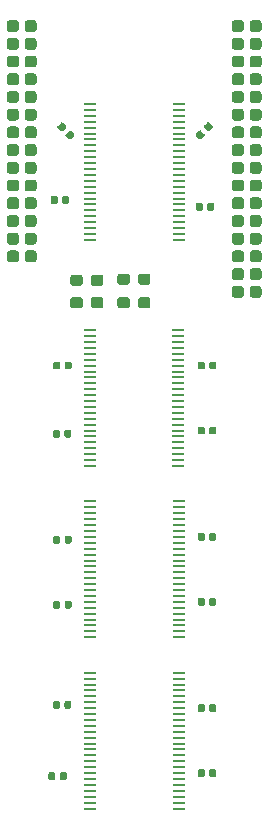
<source format=gbp>
G04 #@! TF.GenerationSoftware,KiCad,Pcbnew,(5.1.5)-3*
G04 #@! TF.CreationDate,2020-03-16T17:52:28+03:00*
G04 #@! TF.ProjectId,WM1200,574d3132-3030-42e6-9b69-6361645f7063,rev?*
G04 #@! TF.SameCoordinates,Original*
G04 #@! TF.FileFunction,Paste,Bot*
G04 #@! TF.FilePolarity,Positive*
%FSLAX46Y46*%
G04 Gerber Fmt 4.6, Leading zero omitted, Abs format (unit mm)*
G04 Created by KiCad (PCBNEW (5.1.5)-3) date 2020-03-16 17:52:28*
%MOMM*%
%LPD*%
G04 APERTURE LIST*
%ADD10R,1.000000X0.285000*%
%ADD11C,0.100000*%
G04 APERTURE END LIST*
D10*
X129300000Y-92600000D03*
X129300000Y-92100000D03*
X129300000Y-91600000D03*
X129300000Y-91100000D03*
X129300000Y-90600000D03*
X129300000Y-90100000D03*
X129300000Y-89600000D03*
X129300000Y-89100000D03*
X129300000Y-88600000D03*
X129300000Y-88100000D03*
X129300000Y-87600000D03*
X129300000Y-87100000D03*
X129300000Y-86600000D03*
X129300000Y-86100000D03*
X129300000Y-85600000D03*
X129300000Y-85100000D03*
X129300000Y-84600000D03*
X129300000Y-84100000D03*
X129300000Y-83600000D03*
X129300000Y-83100000D03*
X129300000Y-82600000D03*
X129300000Y-82100000D03*
X129300000Y-81600000D03*
X129300000Y-81100000D03*
X121800000Y-81100000D03*
X121800000Y-81600000D03*
X121800000Y-82100000D03*
X121800000Y-82600000D03*
X121800000Y-83100000D03*
X121800000Y-83600000D03*
X121800000Y-84100000D03*
X121800000Y-84600000D03*
X121800000Y-85100000D03*
X121800000Y-85600000D03*
X121800000Y-86100000D03*
X121800000Y-86600000D03*
X121800000Y-87100000D03*
X121800000Y-87600000D03*
X121800000Y-88100000D03*
X121800000Y-88600000D03*
X121800000Y-89100000D03*
X121800000Y-89600000D03*
X121800000Y-90100000D03*
X121800000Y-90600000D03*
X121800000Y-91100000D03*
X121800000Y-91600000D03*
X121800000Y-92100000D03*
X121800000Y-92600000D03*
D11*
G36*
X119871958Y-88905710D02*
G01*
X119886276Y-88907834D01*
X119900317Y-88911351D01*
X119913946Y-88916228D01*
X119927031Y-88922417D01*
X119939447Y-88929858D01*
X119951073Y-88938481D01*
X119961798Y-88948202D01*
X119971519Y-88958927D01*
X119980142Y-88970553D01*
X119987583Y-88982969D01*
X119993772Y-88996054D01*
X119998649Y-89009683D01*
X120002166Y-89023724D01*
X120004290Y-89038042D01*
X120005000Y-89052500D01*
X120005000Y-89397500D01*
X120004290Y-89411958D01*
X120002166Y-89426276D01*
X119998649Y-89440317D01*
X119993772Y-89453946D01*
X119987583Y-89467031D01*
X119980142Y-89479447D01*
X119971519Y-89491073D01*
X119961798Y-89501798D01*
X119951073Y-89511519D01*
X119939447Y-89520142D01*
X119927031Y-89527583D01*
X119913946Y-89533772D01*
X119900317Y-89538649D01*
X119886276Y-89542166D01*
X119871958Y-89544290D01*
X119857500Y-89545000D01*
X119562500Y-89545000D01*
X119548042Y-89544290D01*
X119533724Y-89542166D01*
X119519683Y-89538649D01*
X119506054Y-89533772D01*
X119492969Y-89527583D01*
X119480553Y-89520142D01*
X119468927Y-89511519D01*
X119458202Y-89501798D01*
X119448481Y-89491073D01*
X119439858Y-89479447D01*
X119432417Y-89467031D01*
X119426228Y-89453946D01*
X119421351Y-89440317D01*
X119417834Y-89426276D01*
X119415710Y-89411958D01*
X119415000Y-89397500D01*
X119415000Y-89052500D01*
X119415710Y-89038042D01*
X119417834Y-89023724D01*
X119421351Y-89009683D01*
X119426228Y-88996054D01*
X119432417Y-88982969D01*
X119439858Y-88970553D01*
X119448481Y-88958927D01*
X119458202Y-88948202D01*
X119468927Y-88938481D01*
X119480553Y-88929858D01*
X119492969Y-88922417D01*
X119506054Y-88916228D01*
X119519683Y-88911351D01*
X119533724Y-88907834D01*
X119548042Y-88905710D01*
X119562500Y-88905000D01*
X119857500Y-88905000D01*
X119871958Y-88905710D01*
G37*
G36*
X118901958Y-88905710D02*
G01*
X118916276Y-88907834D01*
X118930317Y-88911351D01*
X118943946Y-88916228D01*
X118957031Y-88922417D01*
X118969447Y-88929858D01*
X118981073Y-88938481D01*
X118991798Y-88948202D01*
X119001519Y-88958927D01*
X119010142Y-88970553D01*
X119017583Y-88982969D01*
X119023772Y-88996054D01*
X119028649Y-89009683D01*
X119032166Y-89023724D01*
X119034290Y-89038042D01*
X119035000Y-89052500D01*
X119035000Y-89397500D01*
X119034290Y-89411958D01*
X119032166Y-89426276D01*
X119028649Y-89440317D01*
X119023772Y-89453946D01*
X119017583Y-89467031D01*
X119010142Y-89479447D01*
X119001519Y-89491073D01*
X118991798Y-89501798D01*
X118981073Y-89511519D01*
X118969447Y-89520142D01*
X118957031Y-89527583D01*
X118943946Y-89533772D01*
X118930317Y-89538649D01*
X118916276Y-89542166D01*
X118901958Y-89544290D01*
X118887500Y-89545000D01*
X118592500Y-89545000D01*
X118578042Y-89544290D01*
X118563724Y-89542166D01*
X118549683Y-89538649D01*
X118536054Y-89533772D01*
X118522969Y-89527583D01*
X118510553Y-89520142D01*
X118498927Y-89511519D01*
X118488202Y-89501798D01*
X118478481Y-89491073D01*
X118469858Y-89479447D01*
X118462417Y-89467031D01*
X118456228Y-89453946D01*
X118451351Y-89440317D01*
X118447834Y-89426276D01*
X118445710Y-89411958D01*
X118445000Y-89397500D01*
X118445000Y-89052500D01*
X118445710Y-89038042D01*
X118447834Y-89023724D01*
X118451351Y-89009683D01*
X118456228Y-88996054D01*
X118462417Y-88982969D01*
X118469858Y-88970553D01*
X118478481Y-88958927D01*
X118488202Y-88948202D01*
X118498927Y-88938481D01*
X118510553Y-88929858D01*
X118522969Y-88922417D01*
X118536054Y-88916228D01*
X118549683Y-88911351D01*
X118563724Y-88907834D01*
X118578042Y-88905710D01*
X118592500Y-88905000D01*
X118887500Y-88905000D01*
X118901958Y-88905710D01*
G37*
G36*
X131191958Y-89480710D02*
G01*
X131206276Y-89482834D01*
X131220317Y-89486351D01*
X131233946Y-89491228D01*
X131247031Y-89497417D01*
X131259447Y-89504858D01*
X131271073Y-89513481D01*
X131281798Y-89523202D01*
X131291519Y-89533927D01*
X131300142Y-89545553D01*
X131307583Y-89557969D01*
X131313772Y-89571054D01*
X131318649Y-89584683D01*
X131322166Y-89598724D01*
X131324290Y-89613042D01*
X131325000Y-89627500D01*
X131325000Y-89972500D01*
X131324290Y-89986958D01*
X131322166Y-90001276D01*
X131318649Y-90015317D01*
X131313772Y-90028946D01*
X131307583Y-90042031D01*
X131300142Y-90054447D01*
X131291519Y-90066073D01*
X131281798Y-90076798D01*
X131271073Y-90086519D01*
X131259447Y-90095142D01*
X131247031Y-90102583D01*
X131233946Y-90108772D01*
X131220317Y-90113649D01*
X131206276Y-90117166D01*
X131191958Y-90119290D01*
X131177500Y-90120000D01*
X130882500Y-90120000D01*
X130868042Y-90119290D01*
X130853724Y-90117166D01*
X130839683Y-90113649D01*
X130826054Y-90108772D01*
X130812969Y-90102583D01*
X130800553Y-90095142D01*
X130788927Y-90086519D01*
X130778202Y-90076798D01*
X130768481Y-90066073D01*
X130759858Y-90054447D01*
X130752417Y-90042031D01*
X130746228Y-90028946D01*
X130741351Y-90015317D01*
X130737834Y-90001276D01*
X130735710Y-89986958D01*
X130735000Y-89972500D01*
X130735000Y-89627500D01*
X130735710Y-89613042D01*
X130737834Y-89598724D01*
X130741351Y-89584683D01*
X130746228Y-89571054D01*
X130752417Y-89557969D01*
X130759858Y-89545553D01*
X130768481Y-89533927D01*
X130778202Y-89523202D01*
X130788927Y-89513481D01*
X130800553Y-89504858D01*
X130812969Y-89497417D01*
X130826054Y-89491228D01*
X130839683Y-89486351D01*
X130853724Y-89482834D01*
X130868042Y-89480710D01*
X130882500Y-89480000D01*
X131177500Y-89480000D01*
X131191958Y-89480710D01*
G37*
G36*
X132161958Y-89480710D02*
G01*
X132176276Y-89482834D01*
X132190317Y-89486351D01*
X132203946Y-89491228D01*
X132217031Y-89497417D01*
X132229447Y-89504858D01*
X132241073Y-89513481D01*
X132251798Y-89523202D01*
X132261519Y-89533927D01*
X132270142Y-89545553D01*
X132277583Y-89557969D01*
X132283772Y-89571054D01*
X132288649Y-89584683D01*
X132292166Y-89598724D01*
X132294290Y-89613042D01*
X132295000Y-89627500D01*
X132295000Y-89972500D01*
X132294290Y-89986958D01*
X132292166Y-90001276D01*
X132288649Y-90015317D01*
X132283772Y-90028946D01*
X132277583Y-90042031D01*
X132270142Y-90054447D01*
X132261519Y-90066073D01*
X132251798Y-90076798D01*
X132241073Y-90086519D01*
X132229447Y-90095142D01*
X132217031Y-90102583D01*
X132203946Y-90108772D01*
X132190317Y-90113649D01*
X132176276Y-90117166D01*
X132161958Y-90119290D01*
X132147500Y-90120000D01*
X131852500Y-90120000D01*
X131838042Y-90119290D01*
X131823724Y-90117166D01*
X131809683Y-90113649D01*
X131796054Y-90108772D01*
X131782969Y-90102583D01*
X131770553Y-90095142D01*
X131758927Y-90086519D01*
X131748202Y-90076798D01*
X131738481Y-90066073D01*
X131729858Y-90054447D01*
X131722417Y-90042031D01*
X131716228Y-90028946D01*
X131711351Y-90015317D01*
X131707834Y-90001276D01*
X131705710Y-89986958D01*
X131705000Y-89972500D01*
X131705000Y-89627500D01*
X131705710Y-89613042D01*
X131707834Y-89598724D01*
X131711351Y-89584683D01*
X131716228Y-89571054D01*
X131722417Y-89557969D01*
X131729858Y-89545553D01*
X131738481Y-89533927D01*
X131748202Y-89523202D01*
X131758927Y-89513481D01*
X131770553Y-89504858D01*
X131782969Y-89497417D01*
X131796054Y-89491228D01*
X131809683Y-89486351D01*
X131823724Y-89482834D01*
X131838042Y-89480710D01*
X131852500Y-89480000D01*
X132147500Y-89480000D01*
X132161958Y-89480710D01*
G37*
G36*
X120100083Y-83344883D02*
G01*
X120114401Y-83347007D01*
X120128442Y-83350524D01*
X120142071Y-83355401D01*
X120155156Y-83361590D01*
X120167572Y-83369031D01*
X120179198Y-83377654D01*
X120189923Y-83387375D01*
X120398519Y-83595971D01*
X120408240Y-83606696D01*
X120416863Y-83618322D01*
X120424304Y-83630738D01*
X120430493Y-83643823D01*
X120435370Y-83657452D01*
X120438887Y-83671493D01*
X120441011Y-83685811D01*
X120441721Y-83700269D01*
X120441011Y-83714727D01*
X120438887Y-83729045D01*
X120435370Y-83743086D01*
X120430493Y-83756715D01*
X120424304Y-83769800D01*
X120416863Y-83782216D01*
X120408240Y-83793842D01*
X120398519Y-83804567D01*
X120154567Y-84048519D01*
X120143842Y-84058240D01*
X120132216Y-84066863D01*
X120119800Y-84074304D01*
X120106715Y-84080493D01*
X120093086Y-84085370D01*
X120079045Y-84088887D01*
X120064727Y-84091011D01*
X120050269Y-84091721D01*
X120035811Y-84091011D01*
X120021493Y-84088887D01*
X120007452Y-84085370D01*
X119993823Y-84080493D01*
X119980738Y-84074304D01*
X119968322Y-84066863D01*
X119956696Y-84058240D01*
X119945971Y-84048519D01*
X119737375Y-83839923D01*
X119727654Y-83829198D01*
X119719031Y-83817572D01*
X119711590Y-83805156D01*
X119705401Y-83792071D01*
X119700524Y-83778442D01*
X119697007Y-83764401D01*
X119694883Y-83750083D01*
X119694173Y-83735625D01*
X119694883Y-83721167D01*
X119697007Y-83706849D01*
X119700524Y-83692808D01*
X119705401Y-83679179D01*
X119711590Y-83666094D01*
X119719031Y-83653678D01*
X119727654Y-83642052D01*
X119737375Y-83631327D01*
X119981327Y-83387375D01*
X119992052Y-83377654D01*
X120003678Y-83369031D01*
X120016094Y-83361590D01*
X120029179Y-83355401D01*
X120042808Y-83350524D01*
X120056849Y-83347007D01*
X120071167Y-83344883D01*
X120085625Y-83344173D01*
X120100083Y-83344883D01*
G37*
G36*
X119414189Y-82658989D02*
G01*
X119428507Y-82661113D01*
X119442548Y-82664630D01*
X119456177Y-82669507D01*
X119469262Y-82675696D01*
X119481678Y-82683137D01*
X119493304Y-82691760D01*
X119504029Y-82701481D01*
X119712625Y-82910077D01*
X119722346Y-82920802D01*
X119730969Y-82932428D01*
X119738410Y-82944844D01*
X119744599Y-82957929D01*
X119749476Y-82971558D01*
X119752993Y-82985599D01*
X119755117Y-82999917D01*
X119755827Y-83014375D01*
X119755117Y-83028833D01*
X119752993Y-83043151D01*
X119749476Y-83057192D01*
X119744599Y-83070821D01*
X119738410Y-83083906D01*
X119730969Y-83096322D01*
X119722346Y-83107948D01*
X119712625Y-83118673D01*
X119468673Y-83362625D01*
X119457948Y-83372346D01*
X119446322Y-83380969D01*
X119433906Y-83388410D01*
X119420821Y-83394599D01*
X119407192Y-83399476D01*
X119393151Y-83402993D01*
X119378833Y-83405117D01*
X119364375Y-83405827D01*
X119349917Y-83405117D01*
X119335599Y-83402993D01*
X119321558Y-83399476D01*
X119307929Y-83394599D01*
X119294844Y-83388410D01*
X119282428Y-83380969D01*
X119270802Y-83372346D01*
X119260077Y-83362625D01*
X119051481Y-83154029D01*
X119041760Y-83143304D01*
X119033137Y-83131678D01*
X119025696Y-83119262D01*
X119019507Y-83106177D01*
X119014630Y-83092548D01*
X119011113Y-83078507D01*
X119008989Y-83064189D01*
X119008279Y-83049731D01*
X119008989Y-83035273D01*
X119011113Y-83020955D01*
X119014630Y-83006914D01*
X119019507Y-82993285D01*
X119025696Y-82980200D01*
X119033137Y-82967784D01*
X119041760Y-82956158D01*
X119051481Y-82945433D01*
X119295433Y-82701481D01*
X119306158Y-82691760D01*
X119317784Y-82683137D01*
X119330200Y-82675696D01*
X119343285Y-82669507D01*
X119356914Y-82664630D01*
X119370955Y-82661113D01*
X119385273Y-82658989D01*
X119399731Y-82658279D01*
X119414189Y-82658989D01*
G37*
G36*
X131121780Y-83326936D02*
G01*
X131136098Y-83329060D01*
X131150139Y-83332577D01*
X131163768Y-83337454D01*
X131176853Y-83343643D01*
X131189269Y-83351084D01*
X131200895Y-83359707D01*
X131211620Y-83369428D01*
X131455572Y-83613380D01*
X131465293Y-83624105D01*
X131473916Y-83635731D01*
X131481357Y-83648147D01*
X131487546Y-83661232D01*
X131492423Y-83674861D01*
X131495940Y-83688902D01*
X131498064Y-83703220D01*
X131498774Y-83717678D01*
X131498064Y-83732136D01*
X131495940Y-83746454D01*
X131492423Y-83760495D01*
X131487546Y-83774124D01*
X131481357Y-83787209D01*
X131473916Y-83799625D01*
X131465293Y-83811251D01*
X131455572Y-83821976D01*
X131246976Y-84030572D01*
X131236251Y-84040293D01*
X131224625Y-84048916D01*
X131212209Y-84056357D01*
X131199124Y-84062546D01*
X131185495Y-84067423D01*
X131171454Y-84070940D01*
X131157136Y-84073064D01*
X131142678Y-84073774D01*
X131128220Y-84073064D01*
X131113902Y-84070940D01*
X131099861Y-84067423D01*
X131086232Y-84062546D01*
X131073147Y-84056357D01*
X131060731Y-84048916D01*
X131049105Y-84040293D01*
X131038380Y-84030572D01*
X130794428Y-83786620D01*
X130784707Y-83775895D01*
X130776084Y-83764269D01*
X130768643Y-83751853D01*
X130762454Y-83738768D01*
X130757577Y-83725139D01*
X130754060Y-83711098D01*
X130751936Y-83696780D01*
X130751226Y-83682322D01*
X130751936Y-83667864D01*
X130754060Y-83653546D01*
X130757577Y-83639505D01*
X130762454Y-83625876D01*
X130768643Y-83612791D01*
X130776084Y-83600375D01*
X130784707Y-83588749D01*
X130794428Y-83578024D01*
X131003024Y-83369428D01*
X131013749Y-83359707D01*
X131025375Y-83351084D01*
X131037791Y-83343643D01*
X131050876Y-83337454D01*
X131064505Y-83332577D01*
X131078546Y-83329060D01*
X131092864Y-83326936D01*
X131107322Y-83326226D01*
X131121780Y-83326936D01*
G37*
G36*
X131807674Y-82641042D02*
G01*
X131821992Y-82643166D01*
X131836033Y-82646683D01*
X131849662Y-82651560D01*
X131862747Y-82657749D01*
X131875163Y-82665190D01*
X131886789Y-82673813D01*
X131897514Y-82683534D01*
X132141466Y-82927486D01*
X132151187Y-82938211D01*
X132159810Y-82949837D01*
X132167251Y-82962253D01*
X132173440Y-82975338D01*
X132178317Y-82988967D01*
X132181834Y-83003008D01*
X132183958Y-83017326D01*
X132184668Y-83031784D01*
X132183958Y-83046242D01*
X132181834Y-83060560D01*
X132178317Y-83074601D01*
X132173440Y-83088230D01*
X132167251Y-83101315D01*
X132159810Y-83113731D01*
X132151187Y-83125357D01*
X132141466Y-83136082D01*
X131932870Y-83344678D01*
X131922145Y-83354399D01*
X131910519Y-83363022D01*
X131898103Y-83370463D01*
X131885018Y-83376652D01*
X131871389Y-83381529D01*
X131857348Y-83385046D01*
X131843030Y-83387170D01*
X131828572Y-83387880D01*
X131814114Y-83387170D01*
X131799796Y-83385046D01*
X131785755Y-83381529D01*
X131772126Y-83376652D01*
X131759041Y-83370463D01*
X131746625Y-83363022D01*
X131734999Y-83354399D01*
X131724274Y-83344678D01*
X131480322Y-83100726D01*
X131470601Y-83090001D01*
X131461978Y-83078375D01*
X131454537Y-83065959D01*
X131448348Y-83052874D01*
X131443471Y-83039245D01*
X131439954Y-83025204D01*
X131437830Y-83010886D01*
X131437120Y-82996428D01*
X131437830Y-82981970D01*
X131439954Y-82967652D01*
X131443471Y-82953611D01*
X131448348Y-82939982D01*
X131454537Y-82926897D01*
X131461978Y-82914481D01*
X131470601Y-82902855D01*
X131480322Y-82892130D01*
X131688918Y-82683534D01*
X131699643Y-82673813D01*
X131711269Y-82665190D01*
X131723685Y-82657749D01*
X131736770Y-82651560D01*
X131750399Y-82646683D01*
X131764440Y-82643166D01*
X131778758Y-82641042D01*
X131793216Y-82640332D01*
X131807674Y-82641042D01*
G37*
G36*
X119681958Y-137680710D02*
G01*
X119696276Y-137682834D01*
X119710317Y-137686351D01*
X119723946Y-137691228D01*
X119737031Y-137697417D01*
X119749447Y-137704858D01*
X119761073Y-137713481D01*
X119771798Y-137723202D01*
X119781519Y-137733927D01*
X119790142Y-137745553D01*
X119797583Y-137757969D01*
X119803772Y-137771054D01*
X119808649Y-137784683D01*
X119812166Y-137798724D01*
X119814290Y-137813042D01*
X119815000Y-137827500D01*
X119815000Y-138172500D01*
X119814290Y-138186958D01*
X119812166Y-138201276D01*
X119808649Y-138215317D01*
X119803772Y-138228946D01*
X119797583Y-138242031D01*
X119790142Y-138254447D01*
X119781519Y-138266073D01*
X119771798Y-138276798D01*
X119761073Y-138286519D01*
X119749447Y-138295142D01*
X119737031Y-138302583D01*
X119723946Y-138308772D01*
X119710317Y-138313649D01*
X119696276Y-138317166D01*
X119681958Y-138319290D01*
X119667500Y-138320000D01*
X119372500Y-138320000D01*
X119358042Y-138319290D01*
X119343724Y-138317166D01*
X119329683Y-138313649D01*
X119316054Y-138308772D01*
X119302969Y-138302583D01*
X119290553Y-138295142D01*
X119278927Y-138286519D01*
X119268202Y-138276798D01*
X119258481Y-138266073D01*
X119249858Y-138254447D01*
X119242417Y-138242031D01*
X119236228Y-138228946D01*
X119231351Y-138215317D01*
X119227834Y-138201276D01*
X119225710Y-138186958D01*
X119225000Y-138172500D01*
X119225000Y-137827500D01*
X119225710Y-137813042D01*
X119227834Y-137798724D01*
X119231351Y-137784683D01*
X119236228Y-137771054D01*
X119242417Y-137757969D01*
X119249858Y-137745553D01*
X119258481Y-137733927D01*
X119268202Y-137723202D01*
X119278927Y-137713481D01*
X119290553Y-137704858D01*
X119302969Y-137697417D01*
X119316054Y-137691228D01*
X119329683Y-137686351D01*
X119343724Y-137682834D01*
X119358042Y-137680710D01*
X119372500Y-137680000D01*
X119667500Y-137680000D01*
X119681958Y-137680710D01*
G37*
G36*
X118711958Y-137680710D02*
G01*
X118726276Y-137682834D01*
X118740317Y-137686351D01*
X118753946Y-137691228D01*
X118767031Y-137697417D01*
X118779447Y-137704858D01*
X118791073Y-137713481D01*
X118801798Y-137723202D01*
X118811519Y-137733927D01*
X118820142Y-137745553D01*
X118827583Y-137757969D01*
X118833772Y-137771054D01*
X118838649Y-137784683D01*
X118842166Y-137798724D01*
X118844290Y-137813042D01*
X118845000Y-137827500D01*
X118845000Y-138172500D01*
X118844290Y-138186958D01*
X118842166Y-138201276D01*
X118838649Y-138215317D01*
X118833772Y-138228946D01*
X118827583Y-138242031D01*
X118820142Y-138254447D01*
X118811519Y-138266073D01*
X118801798Y-138276798D01*
X118791073Y-138286519D01*
X118779447Y-138295142D01*
X118767031Y-138302583D01*
X118753946Y-138308772D01*
X118740317Y-138313649D01*
X118726276Y-138317166D01*
X118711958Y-138319290D01*
X118697500Y-138320000D01*
X118402500Y-138320000D01*
X118388042Y-138319290D01*
X118373724Y-138317166D01*
X118359683Y-138313649D01*
X118346054Y-138308772D01*
X118332969Y-138302583D01*
X118320553Y-138295142D01*
X118308927Y-138286519D01*
X118298202Y-138276798D01*
X118288481Y-138266073D01*
X118279858Y-138254447D01*
X118272417Y-138242031D01*
X118266228Y-138228946D01*
X118261351Y-138215317D01*
X118257834Y-138201276D01*
X118255710Y-138186958D01*
X118255000Y-138172500D01*
X118255000Y-137827500D01*
X118255710Y-137813042D01*
X118257834Y-137798724D01*
X118261351Y-137784683D01*
X118266228Y-137771054D01*
X118272417Y-137757969D01*
X118279858Y-137745553D01*
X118288481Y-137733927D01*
X118298202Y-137723202D01*
X118308927Y-137713481D01*
X118320553Y-137704858D01*
X118332969Y-137697417D01*
X118346054Y-137691228D01*
X118359683Y-137686351D01*
X118373724Y-137682834D01*
X118388042Y-137680710D01*
X118402500Y-137680000D01*
X118697500Y-137680000D01*
X118711958Y-137680710D01*
G37*
G36*
X131361958Y-137430710D02*
G01*
X131376276Y-137432834D01*
X131390317Y-137436351D01*
X131403946Y-137441228D01*
X131417031Y-137447417D01*
X131429447Y-137454858D01*
X131441073Y-137463481D01*
X131451798Y-137473202D01*
X131461519Y-137483927D01*
X131470142Y-137495553D01*
X131477583Y-137507969D01*
X131483772Y-137521054D01*
X131488649Y-137534683D01*
X131492166Y-137548724D01*
X131494290Y-137563042D01*
X131495000Y-137577500D01*
X131495000Y-137922500D01*
X131494290Y-137936958D01*
X131492166Y-137951276D01*
X131488649Y-137965317D01*
X131483772Y-137978946D01*
X131477583Y-137992031D01*
X131470142Y-138004447D01*
X131461519Y-138016073D01*
X131451798Y-138026798D01*
X131441073Y-138036519D01*
X131429447Y-138045142D01*
X131417031Y-138052583D01*
X131403946Y-138058772D01*
X131390317Y-138063649D01*
X131376276Y-138067166D01*
X131361958Y-138069290D01*
X131347500Y-138070000D01*
X131052500Y-138070000D01*
X131038042Y-138069290D01*
X131023724Y-138067166D01*
X131009683Y-138063649D01*
X130996054Y-138058772D01*
X130982969Y-138052583D01*
X130970553Y-138045142D01*
X130958927Y-138036519D01*
X130948202Y-138026798D01*
X130938481Y-138016073D01*
X130929858Y-138004447D01*
X130922417Y-137992031D01*
X130916228Y-137978946D01*
X130911351Y-137965317D01*
X130907834Y-137951276D01*
X130905710Y-137936958D01*
X130905000Y-137922500D01*
X130905000Y-137577500D01*
X130905710Y-137563042D01*
X130907834Y-137548724D01*
X130911351Y-137534683D01*
X130916228Y-137521054D01*
X130922417Y-137507969D01*
X130929858Y-137495553D01*
X130938481Y-137483927D01*
X130948202Y-137473202D01*
X130958927Y-137463481D01*
X130970553Y-137454858D01*
X130982969Y-137447417D01*
X130996054Y-137441228D01*
X131009683Y-137436351D01*
X131023724Y-137432834D01*
X131038042Y-137430710D01*
X131052500Y-137430000D01*
X131347500Y-137430000D01*
X131361958Y-137430710D01*
G37*
G36*
X132331958Y-137430710D02*
G01*
X132346276Y-137432834D01*
X132360317Y-137436351D01*
X132373946Y-137441228D01*
X132387031Y-137447417D01*
X132399447Y-137454858D01*
X132411073Y-137463481D01*
X132421798Y-137473202D01*
X132431519Y-137483927D01*
X132440142Y-137495553D01*
X132447583Y-137507969D01*
X132453772Y-137521054D01*
X132458649Y-137534683D01*
X132462166Y-137548724D01*
X132464290Y-137563042D01*
X132465000Y-137577500D01*
X132465000Y-137922500D01*
X132464290Y-137936958D01*
X132462166Y-137951276D01*
X132458649Y-137965317D01*
X132453772Y-137978946D01*
X132447583Y-137992031D01*
X132440142Y-138004447D01*
X132431519Y-138016073D01*
X132421798Y-138026798D01*
X132411073Y-138036519D01*
X132399447Y-138045142D01*
X132387031Y-138052583D01*
X132373946Y-138058772D01*
X132360317Y-138063649D01*
X132346276Y-138067166D01*
X132331958Y-138069290D01*
X132317500Y-138070000D01*
X132022500Y-138070000D01*
X132008042Y-138069290D01*
X131993724Y-138067166D01*
X131979683Y-138063649D01*
X131966054Y-138058772D01*
X131952969Y-138052583D01*
X131940553Y-138045142D01*
X131928927Y-138036519D01*
X131918202Y-138026798D01*
X131908481Y-138016073D01*
X131899858Y-138004447D01*
X131892417Y-137992031D01*
X131886228Y-137978946D01*
X131881351Y-137965317D01*
X131877834Y-137951276D01*
X131875710Y-137936958D01*
X131875000Y-137922500D01*
X131875000Y-137577500D01*
X131875710Y-137563042D01*
X131877834Y-137548724D01*
X131881351Y-137534683D01*
X131886228Y-137521054D01*
X131892417Y-137507969D01*
X131899858Y-137495553D01*
X131908481Y-137483927D01*
X131918202Y-137473202D01*
X131928927Y-137463481D01*
X131940553Y-137454858D01*
X131952969Y-137447417D01*
X131966054Y-137441228D01*
X131979683Y-137436351D01*
X131993724Y-137432834D01*
X132008042Y-137430710D01*
X132022500Y-137430000D01*
X132317500Y-137430000D01*
X132331958Y-137430710D01*
G37*
G36*
X120071958Y-131655710D02*
G01*
X120086276Y-131657834D01*
X120100317Y-131661351D01*
X120113946Y-131666228D01*
X120127031Y-131672417D01*
X120139447Y-131679858D01*
X120151073Y-131688481D01*
X120161798Y-131698202D01*
X120171519Y-131708927D01*
X120180142Y-131720553D01*
X120187583Y-131732969D01*
X120193772Y-131746054D01*
X120198649Y-131759683D01*
X120202166Y-131773724D01*
X120204290Y-131788042D01*
X120205000Y-131802500D01*
X120205000Y-132147500D01*
X120204290Y-132161958D01*
X120202166Y-132176276D01*
X120198649Y-132190317D01*
X120193772Y-132203946D01*
X120187583Y-132217031D01*
X120180142Y-132229447D01*
X120171519Y-132241073D01*
X120161798Y-132251798D01*
X120151073Y-132261519D01*
X120139447Y-132270142D01*
X120127031Y-132277583D01*
X120113946Y-132283772D01*
X120100317Y-132288649D01*
X120086276Y-132292166D01*
X120071958Y-132294290D01*
X120057500Y-132295000D01*
X119762500Y-132295000D01*
X119748042Y-132294290D01*
X119733724Y-132292166D01*
X119719683Y-132288649D01*
X119706054Y-132283772D01*
X119692969Y-132277583D01*
X119680553Y-132270142D01*
X119668927Y-132261519D01*
X119658202Y-132251798D01*
X119648481Y-132241073D01*
X119639858Y-132229447D01*
X119632417Y-132217031D01*
X119626228Y-132203946D01*
X119621351Y-132190317D01*
X119617834Y-132176276D01*
X119615710Y-132161958D01*
X119615000Y-132147500D01*
X119615000Y-131802500D01*
X119615710Y-131788042D01*
X119617834Y-131773724D01*
X119621351Y-131759683D01*
X119626228Y-131746054D01*
X119632417Y-131732969D01*
X119639858Y-131720553D01*
X119648481Y-131708927D01*
X119658202Y-131698202D01*
X119668927Y-131688481D01*
X119680553Y-131679858D01*
X119692969Y-131672417D01*
X119706054Y-131666228D01*
X119719683Y-131661351D01*
X119733724Y-131657834D01*
X119748042Y-131655710D01*
X119762500Y-131655000D01*
X120057500Y-131655000D01*
X120071958Y-131655710D01*
G37*
G36*
X119101958Y-131655710D02*
G01*
X119116276Y-131657834D01*
X119130317Y-131661351D01*
X119143946Y-131666228D01*
X119157031Y-131672417D01*
X119169447Y-131679858D01*
X119181073Y-131688481D01*
X119191798Y-131698202D01*
X119201519Y-131708927D01*
X119210142Y-131720553D01*
X119217583Y-131732969D01*
X119223772Y-131746054D01*
X119228649Y-131759683D01*
X119232166Y-131773724D01*
X119234290Y-131788042D01*
X119235000Y-131802500D01*
X119235000Y-132147500D01*
X119234290Y-132161958D01*
X119232166Y-132176276D01*
X119228649Y-132190317D01*
X119223772Y-132203946D01*
X119217583Y-132217031D01*
X119210142Y-132229447D01*
X119201519Y-132241073D01*
X119191798Y-132251798D01*
X119181073Y-132261519D01*
X119169447Y-132270142D01*
X119157031Y-132277583D01*
X119143946Y-132283772D01*
X119130317Y-132288649D01*
X119116276Y-132292166D01*
X119101958Y-132294290D01*
X119087500Y-132295000D01*
X118792500Y-132295000D01*
X118778042Y-132294290D01*
X118763724Y-132292166D01*
X118749683Y-132288649D01*
X118736054Y-132283772D01*
X118722969Y-132277583D01*
X118710553Y-132270142D01*
X118698927Y-132261519D01*
X118688202Y-132251798D01*
X118678481Y-132241073D01*
X118669858Y-132229447D01*
X118662417Y-132217031D01*
X118656228Y-132203946D01*
X118651351Y-132190317D01*
X118647834Y-132176276D01*
X118645710Y-132161958D01*
X118645000Y-132147500D01*
X118645000Y-131802500D01*
X118645710Y-131788042D01*
X118647834Y-131773724D01*
X118651351Y-131759683D01*
X118656228Y-131746054D01*
X118662417Y-131732969D01*
X118669858Y-131720553D01*
X118678481Y-131708927D01*
X118688202Y-131698202D01*
X118698927Y-131688481D01*
X118710553Y-131679858D01*
X118722969Y-131672417D01*
X118736054Y-131666228D01*
X118749683Y-131661351D01*
X118763724Y-131657834D01*
X118778042Y-131655710D01*
X118792500Y-131655000D01*
X119087500Y-131655000D01*
X119101958Y-131655710D01*
G37*
G36*
X131361958Y-131930710D02*
G01*
X131376276Y-131932834D01*
X131390317Y-131936351D01*
X131403946Y-131941228D01*
X131417031Y-131947417D01*
X131429447Y-131954858D01*
X131441073Y-131963481D01*
X131451798Y-131973202D01*
X131461519Y-131983927D01*
X131470142Y-131995553D01*
X131477583Y-132007969D01*
X131483772Y-132021054D01*
X131488649Y-132034683D01*
X131492166Y-132048724D01*
X131494290Y-132063042D01*
X131495000Y-132077500D01*
X131495000Y-132422500D01*
X131494290Y-132436958D01*
X131492166Y-132451276D01*
X131488649Y-132465317D01*
X131483772Y-132478946D01*
X131477583Y-132492031D01*
X131470142Y-132504447D01*
X131461519Y-132516073D01*
X131451798Y-132526798D01*
X131441073Y-132536519D01*
X131429447Y-132545142D01*
X131417031Y-132552583D01*
X131403946Y-132558772D01*
X131390317Y-132563649D01*
X131376276Y-132567166D01*
X131361958Y-132569290D01*
X131347500Y-132570000D01*
X131052500Y-132570000D01*
X131038042Y-132569290D01*
X131023724Y-132567166D01*
X131009683Y-132563649D01*
X130996054Y-132558772D01*
X130982969Y-132552583D01*
X130970553Y-132545142D01*
X130958927Y-132536519D01*
X130948202Y-132526798D01*
X130938481Y-132516073D01*
X130929858Y-132504447D01*
X130922417Y-132492031D01*
X130916228Y-132478946D01*
X130911351Y-132465317D01*
X130907834Y-132451276D01*
X130905710Y-132436958D01*
X130905000Y-132422500D01*
X130905000Y-132077500D01*
X130905710Y-132063042D01*
X130907834Y-132048724D01*
X130911351Y-132034683D01*
X130916228Y-132021054D01*
X130922417Y-132007969D01*
X130929858Y-131995553D01*
X130938481Y-131983927D01*
X130948202Y-131973202D01*
X130958927Y-131963481D01*
X130970553Y-131954858D01*
X130982969Y-131947417D01*
X130996054Y-131941228D01*
X131009683Y-131936351D01*
X131023724Y-131932834D01*
X131038042Y-131930710D01*
X131052500Y-131930000D01*
X131347500Y-131930000D01*
X131361958Y-131930710D01*
G37*
G36*
X132331958Y-131930710D02*
G01*
X132346276Y-131932834D01*
X132360317Y-131936351D01*
X132373946Y-131941228D01*
X132387031Y-131947417D01*
X132399447Y-131954858D01*
X132411073Y-131963481D01*
X132421798Y-131973202D01*
X132431519Y-131983927D01*
X132440142Y-131995553D01*
X132447583Y-132007969D01*
X132453772Y-132021054D01*
X132458649Y-132034683D01*
X132462166Y-132048724D01*
X132464290Y-132063042D01*
X132465000Y-132077500D01*
X132465000Y-132422500D01*
X132464290Y-132436958D01*
X132462166Y-132451276D01*
X132458649Y-132465317D01*
X132453772Y-132478946D01*
X132447583Y-132492031D01*
X132440142Y-132504447D01*
X132431519Y-132516073D01*
X132421798Y-132526798D01*
X132411073Y-132536519D01*
X132399447Y-132545142D01*
X132387031Y-132552583D01*
X132373946Y-132558772D01*
X132360317Y-132563649D01*
X132346276Y-132567166D01*
X132331958Y-132569290D01*
X132317500Y-132570000D01*
X132022500Y-132570000D01*
X132008042Y-132569290D01*
X131993724Y-132567166D01*
X131979683Y-132563649D01*
X131966054Y-132558772D01*
X131952969Y-132552583D01*
X131940553Y-132545142D01*
X131928927Y-132536519D01*
X131918202Y-132526798D01*
X131908481Y-132516073D01*
X131899858Y-132504447D01*
X131892417Y-132492031D01*
X131886228Y-132478946D01*
X131881351Y-132465317D01*
X131877834Y-132451276D01*
X131875710Y-132436958D01*
X131875000Y-132422500D01*
X131875000Y-132077500D01*
X131875710Y-132063042D01*
X131877834Y-132048724D01*
X131881351Y-132034683D01*
X131886228Y-132021054D01*
X131892417Y-132007969D01*
X131899858Y-131995553D01*
X131908481Y-131983927D01*
X131918202Y-131973202D01*
X131928927Y-131963481D01*
X131940553Y-131954858D01*
X131952969Y-131947417D01*
X131966054Y-131941228D01*
X131979683Y-131936351D01*
X131993724Y-131932834D01*
X132008042Y-131930710D01*
X132022500Y-131930000D01*
X132317500Y-131930000D01*
X132331958Y-131930710D01*
G37*
G36*
X120071958Y-108705710D02*
G01*
X120086276Y-108707834D01*
X120100317Y-108711351D01*
X120113946Y-108716228D01*
X120127031Y-108722417D01*
X120139447Y-108729858D01*
X120151073Y-108738481D01*
X120161798Y-108748202D01*
X120171519Y-108758927D01*
X120180142Y-108770553D01*
X120187583Y-108782969D01*
X120193772Y-108796054D01*
X120198649Y-108809683D01*
X120202166Y-108823724D01*
X120204290Y-108838042D01*
X120205000Y-108852500D01*
X120205000Y-109197500D01*
X120204290Y-109211958D01*
X120202166Y-109226276D01*
X120198649Y-109240317D01*
X120193772Y-109253946D01*
X120187583Y-109267031D01*
X120180142Y-109279447D01*
X120171519Y-109291073D01*
X120161798Y-109301798D01*
X120151073Y-109311519D01*
X120139447Y-109320142D01*
X120127031Y-109327583D01*
X120113946Y-109333772D01*
X120100317Y-109338649D01*
X120086276Y-109342166D01*
X120071958Y-109344290D01*
X120057500Y-109345000D01*
X119762500Y-109345000D01*
X119748042Y-109344290D01*
X119733724Y-109342166D01*
X119719683Y-109338649D01*
X119706054Y-109333772D01*
X119692969Y-109327583D01*
X119680553Y-109320142D01*
X119668927Y-109311519D01*
X119658202Y-109301798D01*
X119648481Y-109291073D01*
X119639858Y-109279447D01*
X119632417Y-109267031D01*
X119626228Y-109253946D01*
X119621351Y-109240317D01*
X119617834Y-109226276D01*
X119615710Y-109211958D01*
X119615000Y-109197500D01*
X119615000Y-108852500D01*
X119615710Y-108838042D01*
X119617834Y-108823724D01*
X119621351Y-108809683D01*
X119626228Y-108796054D01*
X119632417Y-108782969D01*
X119639858Y-108770553D01*
X119648481Y-108758927D01*
X119658202Y-108748202D01*
X119668927Y-108738481D01*
X119680553Y-108729858D01*
X119692969Y-108722417D01*
X119706054Y-108716228D01*
X119719683Y-108711351D01*
X119733724Y-108707834D01*
X119748042Y-108705710D01*
X119762500Y-108705000D01*
X120057500Y-108705000D01*
X120071958Y-108705710D01*
G37*
G36*
X119101958Y-108705710D02*
G01*
X119116276Y-108707834D01*
X119130317Y-108711351D01*
X119143946Y-108716228D01*
X119157031Y-108722417D01*
X119169447Y-108729858D01*
X119181073Y-108738481D01*
X119191798Y-108748202D01*
X119201519Y-108758927D01*
X119210142Y-108770553D01*
X119217583Y-108782969D01*
X119223772Y-108796054D01*
X119228649Y-108809683D01*
X119232166Y-108823724D01*
X119234290Y-108838042D01*
X119235000Y-108852500D01*
X119235000Y-109197500D01*
X119234290Y-109211958D01*
X119232166Y-109226276D01*
X119228649Y-109240317D01*
X119223772Y-109253946D01*
X119217583Y-109267031D01*
X119210142Y-109279447D01*
X119201519Y-109291073D01*
X119191798Y-109301798D01*
X119181073Y-109311519D01*
X119169447Y-109320142D01*
X119157031Y-109327583D01*
X119143946Y-109333772D01*
X119130317Y-109338649D01*
X119116276Y-109342166D01*
X119101958Y-109344290D01*
X119087500Y-109345000D01*
X118792500Y-109345000D01*
X118778042Y-109344290D01*
X118763724Y-109342166D01*
X118749683Y-109338649D01*
X118736054Y-109333772D01*
X118722969Y-109327583D01*
X118710553Y-109320142D01*
X118698927Y-109311519D01*
X118688202Y-109301798D01*
X118678481Y-109291073D01*
X118669858Y-109279447D01*
X118662417Y-109267031D01*
X118656228Y-109253946D01*
X118651351Y-109240317D01*
X118647834Y-109226276D01*
X118645710Y-109211958D01*
X118645000Y-109197500D01*
X118645000Y-108852500D01*
X118645710Y-108838042D01*
X118647834Y-108823724D01*
X118651351Y-108809683D01*
X118656228Y-108796054D01*
X118662417Y-108782969D01*
X118669858Y-108770553D01*
X118678481Y-108758927D01*
X118688202Y-108748202D01*
X118698927Y-108738481D01*
X118710553Y-108729858D01*
X118722969Y-108722417D01*
X118736054Y-108716228D01*
X118749683Y-108711351D01*
X118763724Y-108707834D01*
X118778042Y-108705710D01*
X118792500Y-108705000D01*
X119087500Y-108705000D01*
X119101958Y-108705710D01*
G37*
G36*
X120081958Y-123180710D02*
G01*
X120096276Y-123182834D01*
X120110317Y-123186351D01*
X120123946Y-123191228D01*
X120137031Y-123197417D01*
X120149447Y-123204858D01*
X120161073Y-123213481D01*
X120171798Y-123223202D01*
X120181519Y-123233927D01*
X120190142Y-123245553D01*
X120197583Y-123257969D01*
X120203772Y-123271054D01*
X120208649Y-123284683D01*
X120212166Y-123298724D01*
X120214290Y-123313042D01*
X120215000Y-123327500D01*
X120215000Y-123672500D01*
X120214290Y-123686958D01*
X120212166Y-123701276D01*
X120208649Y-123715317D01*
X120203772Y-123728946D01*
X120197583Y-123742031D01*
X120190142Y-123754447D01*
X120181519Y-123766073D01*
X120171798Y-123776798D01*
X120161073Y-123786519D01*
X120149447Y-123795142D01*
X120137031Y-123802583D01*
X120123946Y-123808772D01*
X120110317Y-123813649D01*
X120096276Y-123817166D01*
X120081958Y-123819290D01*
X120067500Y-123820000D01*
X119772500Y-123820000D01*
X119758042Y-123819290D01*
X119743724Y-123817166D01*
X119729683Y-123813649D01*
X119716054Y-123808772D01*
X119702969Y-123802583D01*
X119690553Y-123795142D01*
X119678927Y-123786519D01*
X119668202Y-123776798D01*
X119658481Y-123766073D01*
X119649858Y-123754447D01*
X119642417Y-123742031D01*
X119636228Y-123728946D01*
X119631351Y-123715317D01*
X119627834Y-123701276D01*
X119625710Y-123686958D01*
X119625000Y-123672500D01*
X119625000Y-123327500D01*
X119625710Y-123313042D01*
X119627834Y-123298724D01*
X119631351Y-123284683D01*
X119636228Y-123271054D01*
X119642417Y-123257969D01*
X119649858Y-123245553D01*
X119658481Y-123233927D01*
X119668202Y-123223202D01*
X119678927Y-123213481D01*
X119690553Y-123204858D01*
X119702969Y-123197417D01*
X119716054Y-123191228D01*
X119729683Y-123186351D01*
X119743724Y-123182834D01*
X119758042Y-123180710D01*
X119772500Y-123180000D01*
X120067500Y-123180000D01*
X120081958Y-123180710D01*
G37*
G36*
X119111958Y-123180710D02*
G01*
X119126276Y-123182834D01*
X119140317Y-123186351D01*
X119153946Y-123191228D01*
X119167031Y-123197417D01*
X119179447Y-123204858D01*
X119191073Y-123213481D01*
X119201798Y-123223202D01*
X119211519Y-123233927D01*
X119220142Y-123245553D01*
X119227583Y-123257969D01*
X119233772Y-123271054D01*
X119238649Y-123284683D01*
X119242166Y-123298724D01*
X119244290Y-123313042D01*
X119245000Y-123327500D01*
X119245000Y-123672500D01*
X119244290Y-123686958D01*
X119242166Y-123701276D01*
X119238649Y-123715317D01*
X119233772Y-123728946D01*
X119227583Y-123742031D01*
X119220142Y-123754447D01*
X119211519Y-123766073D01*
X119201798Y-123776798D01*
X119191073Y-123786519D01*
X119179447Y-123795142D01*
X119167031Y-123802583D01*
X119153946Y-123808772D01*
X119140317Y-123813649D01*
X119126276Y-123817166D01*
X119111958Y-123819290D01*
X119097500Y-123820000D01*
X118802500Y-123820000D01*
X118788042Y-123819290D01*
X118773724Y-123817166D01*
X118759683Y-123813649D01*
X118746054Y-123808772D01*
X118732969Y-123802583D01*
X118720553Y-123795142D01*
X118708927Y-123786519D01*
X118698202Y-123776798D01*
X118688481Y-123766073D01*
X118679858Y-123754447D01*
X118672417Y-123742031D01*
X118666228Y-123728946D01*
X118661351Y-123715317D01*
X118657834Y-123701276D01*
X118655710Y-123686958D01*
X118655000Y-123672500D01*
X118655000Y-123327500D01*
X118655710Y-123313042D01*
X118657834Y-123298724D01*
X118661351Y-123284683D01*
X118666228Y-123271054D01*
X118672417Y-123257969D01*
X118679858Y-123245553D01*
X118688481Y-123233927D01*
X118698202Y-123223202D01*
X118708927Y-123213481D01*
X118720553Y-123204858D01*
X118732969Y-123197417D01*
X118746054Y-123191228D01*
X118759683Y-123186351D01*
X118773724Y-123182834D01*
X118788042Y-123180710D01*
X118802500Y-123180000D01*
X119097500Y-123180000D01*
X119111958Y-123180710D01*
G37*
G36*
X131361958Y-108430710D02*
G01*
X131376276Y-108432834D01*
X131390317Y-108436351D01*
X131403946Y-108441228D01*
X131417031Y-108447417D01*
X131429447Y-108454858D01*
X131441073Y-108463481D01*
X131451798Y-108473202D01*
X131461519Y-108483927D01*
X131470142Y-108495553D01*
X131477583Y-108507969D01*
X131483772Y-108521054D01*
X131488649Y-108534683D01*
X131492166Y-108548724D01*
X131494290Y-108563042D01*
X131495000Y-108577500D01*
X131495000Y-108922500D01*
X131494290Y-108936958D01*
X131492166Y-108951276D01*
X131488649Y-108965317D01*
X131483772Y-108978946D01*
X131477583Y-108992031D01*
X131470142Y-109004447D01*
X131461519Y-109016073D01*
X131451798Y-109026798D01*
X131441073Y-109036519D01*
X131429447Y-109045142D01*
X131417031Y-109052583D01*
X131403946Y-109058772D01*
X131390317Y-109063649D01*
X131376276Y-109067166D01*
X131361958Y-109069290D01*
X131347500Y-109070000D01*
X131052500Y-109070000D01*
X131038042Y-109069290D01*
X131023724Y-109067166D01*
X131009683Y-109063649D01*
X130996054Y-109058772D01*
X130982969Y-109052583D01*
X130970553Y-109045142D01*
X130958927Y-109036519D01*
X130948202Y-109026798D01*
X130938481Y-109016073D01*
X130929858Y-109004447D01*
X130922417Y-108992031D01*
X130916228Y-108978946D01*
X130911351Y-108965317D01*
X130907834Y-108951276D01*
X130905710Y-108936958D01*
X130905000Y-108922500D01*
X130905000Y-108577500D01*
X130905710Y-108563042D01*
X130907834Y-108548724D01*
X130911351Y-108534683D01*
X130916228Y-108521054D01*
X130922417Y-108507969D01*
X130929858Y-108495553D01*
X130938481Y-108483927D01*
X130948202Y-108473202D01*
X130958927Y-108463481D01*
X130970553Y-108454858D01*
X130982969Y-108447417D01*
X130996054Y-108441228D01*
X131009683Y-108436351D01*
X131023724Y-108432834D01*
X131038042Y-108430710D01*
X131052500Y-108430000D01*
X131347500Y-108430000D01*
X131361958Y-108430710D01*
G37*
G36*
X132331958Y-108430710D02*
G01*
X132346276Y-108432834D01*
X132360317Y-108436351D01*
X132373946Y-108441228D01*
X132387031Y-108447417D01*
X132399447Y-108454858D01*
X132411073Y-108463481D01*
X132421798Y-108473202D01*
X132431519Y-108483927D01*
X132440142Y-108495553D01*
X132447583Y-108507969D01*
X132453772Y-108521054D01*
X132458649Y-108534683D01*
X132462166Y-108548724D01*
X132464290Y-108563042D01*
X132465000Y-108577500D01*
X132465000Y-108922500D01*
X132464290Y-108936958D01*
X132462166Y-108951276D01*
X132458649Y-108965317D01*
X132453772Y-108978946D01*
X132447583Y-108992031D01*
X132440142Y-109004447D01*
X132431519Y-109016073D01*
X132421798Y-109026798D01*
X132411073Y-109036519D01*
X132399447Y-109045142D01*
X132387031Y-109052583D01*
X132373946Y-109058772D01*
X132360317Y-109063649D01*
X132346276Y-109067166D01*
X132331958Y-109069290D01*
X132317500Y-109070000D01*
X132022500Y-109070000D01*
X132008042Y-109069290D01*
X131993724Y-109067166D01*
X131979683Y-109063649D01*
X131966054Y-109058772D01*
X131952969Y-109052583D01*
X131940553Y-109045142D01*
X131928927Y-109036519D01*
X131918202Y-109026798D01*
X131908481Y-109016073D01*
X131899858Y-109004447D01*
X131892417Y-108992031D01*
X131886228Y-108978946D01*
X131881351Y-108965317D01*
X131877834Y-108951276D01*
X131875710Y-108936958D01*
X131875000Y-108922500D01*
X131875000Y-108577500D01*
X131875710Y-108563042D01*
X131877834Y-108548724D01*
X131881351Y-108534683D01*
X131886228Y-108521054D01*
X131892417Y-108507969D01*
X131899858Y-108495553D01*
X131908481Y-108483927D01*
X131918202Y-108473202D01*
X131928927Y-108463481D01*
X131940553Y-108454858D01*
X131952969Y-108447417D01*
X131966054Y-108441228D01*
X131979683Y-108436351D01*
X131993724Y-108432834D01*
X132008042Y-108430710D01*
X132022500Y-108430000D01*
X132317500Y-108430000D01*
X132331958Y-108430710D01*
G37*
G36*
X131351958Y-122930710D02*
G01*
X131366276Y-122932834D01*
X131380317Y-122936351D01*
X131393946Y-122941228D01*
X131407031Y-122947417D01*
X131419447Y-122954858D01*
X131431073Y-122963481D01*
X131441798Y-122973202D01*
X131451519Y-122983927D01*
X131460142Y-122995553D01*
X131467583Y-123007969D01*
X131473772Y-123021054D01*
X131478649Y-123034683D01*
X131482166Y-123048724D01*
X131484290Y-123063042D01*
X131485000Y-123077500D01*
X131485000Y-123422500D01*
X131484290Y-123436958D01*
X131482166Y-123451276D01*
X131478649Y-123465317D01*
X131473772Y-123478946D01*
X131467583Y-123492031D01*
X131460142Y-123504447D01*
X131451519Y-123516073D01*
X131441798Y-123526798D01*
X131431073Y-123536519D01*
X131419447Y-123545142D01*
X131407031Y-123552583D01*
X131393946Y-123558772D01*
X131380317Y-123563649D01*
X131366276Y-123567166D01*
X131351958Y-123569290D01*
X131337500Y-123570000D01*
X131042500Y-123570000D01*
X131028042Y-123569290D01*
X131013724Y-123567166D01*
X130999683Y-123563649D01*
X130986054Y-123558772D01*
X130972969Y-123552583D01*
X130960553Y-123545142D01*
X130948927Y-123536519D01*
X130938202Y-123526798D01*
X130928481Y-123516073D01*
X130919858Y-123504447D01*
X130912417Y-123492031D01*
X130906228Y-123478946D01*
X130901351Y-123465317D01*
X130897834Y-123451276D01*
X130895710Y-123436958D01*
X130895000Y-123422500D01*
X130895000Y-123077500D01*
X130895710Y-123063042D01*
X130897834Y-123048724D01*
X130901351Y-123034683D01*
X130906228Y-123021054D01*
X130912417Y-123007969D01*
X130919858Y-122995553D01*
X130928481Y-122983927D01*
X130938202Y-122973202D01*
X130948927Y-122963481D01*
X130960553Y-122954858D01*
X130972969Y-122947417D01*
X130986054Y-122941228D01*
X130999683Y-122936351D01*
X131013724Y-122932834D01*
X131028042Y-122930710D01*
X131042500Y-122930000D01*
X131337500Y-122930000D01*
X131351958Y-122930710D01*
G37*
G36*
X132321958Y-122930710D02*
G01*
X132336276Y-122932834D01*
X132350317Y-122936351D01*
X132363946Y-122941228D01*
X132377031Y-122947417D01*
X132389447Y-122954858D01*
X132401073Y-122963481D01*
X132411798Y-122973202D01*
X132421519Y-122983927D01*
X132430142Y-122995553D01*
X132437583Y-123007969D01*
X132443772Y-123021054D01*
X132448649Y-123034683D01*
X132452166Y-123048724D01*
X132454290Y-123063042D01*
X132455000Y-123077500D01*
X132455000Y-123422500D01*
X132454290Y-123436958D01*
X132452166Y-123451276D01*
X132448649Y-123465317D01*
X132443772Y-123478946D01*
X132437583Y-123492031D01*
X132430142Y-123504447D01*
X132421519Y-123516073D01*
X132411798Y-123526798D01*
X132401073Y-123536519D01*
X132389447Y-123545142D01*
X132377031Y-123552583D01*
X132363946Y-123558772D01*
X132350317Y-123563649D01*
X132336276Y-123567166D01*
X132321958Y-123569290D01*
X132307500Y-123570000D01*
X132012500Y-123570000D01*
X131998042Y-123569290D01*
X131983724Y-123567166D01*
X131969683Y-123563649D01*
X131956054Y-123558772D01*
X131942969Y-123552583D01*
X131930553Y-123545142D01*
X131918927Y-123536519D01*
X131908202Y-123526798D01*
X131898481Y-123516073D01*
X131889858Y-123504447D01*
X131882417Y-123492031D01*
X131876228Y-123478946D01*
X131871351Y-123465317D01*
X131867834Y-123451276D01*
X131865710Y-123436958D01*
X131865000Y-123422500D01*
X131865000Y-123077500D01*
X131865710Y-123063042D01*
X131867834Y-123048724D01*
X131871351Y-123034683D01*
X131876228Y-123021054D01*
X131882417Y-123007969D01*
X131889858Y-122995553D01*
X131898481Y-122983927D01*
X131908202Y-122973202D01*
X131918927Y-122963481D01*
X131930553Y-122954858D01*
X131942969Y-122947417D01*
X131956054Y-122941228D01*
X131969683Y-122936351D01*
X131983724Y-122932834D01*
X131998042Y-122930710D01*
X132012500Y-122930000D01*
X132307500Y-122930000D01*
X132321958Y-122930710D01*
G37*
G36*
X120081958Y-102930710D02*
G01*
X120096276Y-102932834D01*
X120110317Y-102936351D01*
X120123946Y-102941228D01*
X120137031Y-102947417D01*
X120149447Y-102954858D01*
X120161073Y-102963481D01*
X120171798Y-102973202D01*
X120181519Y-102983927D01*
X120190142Y-102995553D01*
X120197583Y-103007969D01*
X120203772Y-103021054D01*
X120208649Y-103034683D01*
X120212166Y-103048724D01*
X120214290Y-103063042D01*
X120215000Y-103077500D01*
X120215000Y-103422500D01*
X120214290Y-103436958D01*
X120212166Y-103451276D01*
X120208649Y-103465317D01*
X120203772Y-103478946D01*
X120197583Y-103492031D01*
X120190142Y-103504447D01*
X120181519Y-103516073D01*
X120171798Y-103526798D01*
X120161073Y-103536519D01*
X120149447Y-103545142D01*
X120137031Y-103552583D01*
X120123946Y-103558772D01*
X120110317Y-103563649D01*
X120096276Y-103567166D01*
X120081958Y-103569290D01*
X120067500Y-103570000D01*
X119772500Y-103570000D01*
X119758042Y-103569290D01*
X119743724Y-103567166D01*
X119729683Y-103563649D01*
X119716054Y-103558772D01*
X119702969Y-103552583D01*
X119690553Y-103545142D01*
X119678927Y-103536519D01*
X119668202Y-103526798D01*
X119658481Y-103516073D01*
X119649858Y-103504447D01*
X119642417Y-103492031D01*
X119636228Y-103478946D01*
X119631351Y-103465317D01*
X119627834Y-103451276D01*
X119625710Y-103436958D01*
X119625000Y-103422500D01*
X119625000Y-103077500D01*
X119625710Y-103063042D01*
X119627834Y-103048724D01*
X119631351Y-103034683D01*
X119636228Y-103021054D01*
X119642417Y-103007969D01*
X119649858Y-102995553D01*
X119658481Y-102983927D01*
X119668202Y-102973202D01*
X119678927Y-102963481D01*
X119690553Y-102954858D01*
X119702969Y-102947417D01*
X119716054Y-102941228D01*
X119729683Y-102936351D01*
X119743724Y-102932834D01*
X119758042Y-102930710D01*
X119772500Y-102930000D01*
X120067500Y-102930000D01*
X120081958Y-102930710D01*
G37*
G36*
X119111958Y-102930710D02*
G01*
X119126276Y-102932834D01*
X119140317Y-102936351D01*
X119153946Y-102941228D01*
X119167031Y-102947417D01*
X119179447Y-102954858D01*
X119191073Y-102963481D01*
X119201798Y-102973202D01*
X119211519Y-102983927D01*
X119220142Y-102995553D01*
X119227583Y-103007969D01*
X119233772Y-103021054D01*
X119238649Y-103034683D01*
X119242166Y-103048724D01*
X119244290Y-103063042D01*
X119245000Y-103077500D01*
X119245000Y-103422500D01*
X119244290Y-103436958D01*
X119242166Y-103451276D01*
X119238649Y-103465317D01*
X119233772Y-103478946D01*
X119227583Y-103492031D01*
X119220142Y-103504447D01*
X119211519Y-103516073D01*
X119201798Y-103526798D01*
X119191073Y-103536519D01*
X119179447Y-103545142D01*
X119167031Y-103552583D01*
X119153946Y-103558772D01*
X119140317Y-103563649D01*
X119126276Y-103567166D01*
X119111958Y-103569290D01*
X119097500Y-103570000D01*
X118802500Y-103570000D01*
X118788042Y-103569290D01*
X118773724Y-103567166D01*
X118759683Y-103563649D01*
X118746054Y-103558772D01*
X118732969Y-103552583D01*
X118720553Y-103545142D01*
X118708927Y-103536519D01*
X118698202Y-103526798D01*
X118688481Y-103516073D01*
X118679858Y-103504447D01*
X118672417Y-103492031D01*
X118666228Y-103478946D01*
X118661351Y-103465317D01*
X118657834Y-103451276D01*
X118655710Y-103436958D01*
X118655000Y-103422500D01*
X118655000Y-103077500D01*
X118655710Y-103063042D01*
X118657834Y-103048724D01*
X118661351Y-103034683D01*
X118666228Y-103021054D01*
X118672417Y-103007969D01*
X118679858Y-102995553D01*
X118688481Y-102983927D01*
X118698202Y-102973202D01*
X118708927Y-102963481D01*
X118720553Y-102954858D01*
X118732969Y-102947417D01*
X118746054Y-102941228D01*
X118759683Y-102936351D01*
X118773724Y-102932834D01*
X118788042Y-102930710D01*
X118802500Y-102930000D01*
X119097500Y-102930000D01*
X119111958Y-102930710D01*
G37*
G36*
X120081958Y-117680710D02*
G01*
X120096276Y-117682834D01*
X120110317Y-117686351D01*
X120123946Y-117691228D01*
X120137031Y-117697417D01*
X120149447Y-117704858D01*
X120161073Y-117713481D01*
X120171798Y-117723202D01*
X120181519Y-117733927D01*
X120190142Y-117745553D01*
X120197583Y-117757969D01*
X120203772Y-117771054D01*
X120208649Y-117784683D01*
X120212166Y-117798724D01*
X120214290Y-117813042D01*
X120215000Y-117827500D01*
X120215000Y-118172500D01*
X120214290Y-118186958D01*
X120212166Y-118201276D01*
X120208649Y-118215317D01*
X120203772Y-118228946D01*
X120197583Y-118242031D01*
X120190142Y-118254447D01*
X120181519Y-118266073D01*
X120171798Y-118276798D01*
X120161073Y-118286519D01*
X120149447Y-118295142D01*
X120137031Y-118302583D01*
X120123946Y-118308772D01*
X120110317Y-118313649D01*
X120096276Y-118317166D01*
X120081958Y-118319290D01*
X120067500Y-118320000D01*
X119772500Y-118320000D01*
X119758042Y-118319290D01*
X119743724Y-118317166D01*
X119729683Y-118313649D01*
X119716054Y-118308772D01*
X119702969Y-118302583D01*
X119690553Y-118295142D01*
X119678927Y-118286519D01*
X119668202Y-118276798D01*
X119658481Y-118266073D01*
X119649858Y-118254447D01*
X119642417Y-118242031D01*
X119636228Y-118228946D01*
X119631351Y-118215317D01*
X119627834Y-118201276D01*
X119625710Y-118186958D01*
X119625000Y-118172500D01*
X119625000Y-117827500D01*
X119625710Y-117813042D01*
X119627834Y-117798724D01*
X119631351Y-117784683D01*
X119636228Y-117771054D01*
X119642417Y-117757969D01*
X119649858Y-117745553D01*
X119658481Y-117733927D01*
X119668202Y-117723202D01*
X119678927Y-117713481D01*
X119690553Y-117704858D01*
X119702969Y-117697417D01*
X119716054Y-117691228D01*
X119729683Y-117686351D01*
X119743724Y-117682834D01*
X119758042Y-117680710D01*
X119772500Y-117680000D01*
X120067500Y-117680000D01*
X120081958Y-117680710D01*
G37*
G36*
X119111958Y-117680710D02*
G01*
X119126276Y-117682834D01*
X119140317Y-117686351D01*
X119153946Y-117691228D01*
X119167031Y-117697417D01*
X119179447Y-117704858D01*
X119191073Y-117713481D01*
X119201798Y-117723202D01*
X119211519Y-117733927D01*
X119220142Y-117745553D01*
X119227583Y-117757969D01*
X119233772Y-117771054D01*
X119238649Y-117784683D01*
X119242166Y-117798724D01*
X119244290Y-117813042D01*
X119245000Y-117827500D01*
X119245000Y-118172500D01*
X119244290Y-118186958D01*
X119242166Y-118201276D01*
X119238649Y-118215317D01*
X119233772Y-118228946D01*
X119227583Y-118242031D01*
X119220142Y-118254447D01*
X119211519Y-118266073D01*
X119201798Y-118276798D01*
X119191073Y-118286519D01*
X119179447Y-118295142D01*
X119167031Y-118302583D01*
X119153946Y-118308772D01*
X119140317Y-118313649D01*
X119126276Y-118317166D01*
X119111958Y-118319290D01*
X119097500Y-118320000D01*
X118802500Y-118320000D01*
X118788042Y-118319290D01*
X118773724Y-118317166D01*
X118759683Y-118313649D01*
X118746054Y-118308772D01*
X118732969Y-118302583D01*
X118720553Y-118295142D01*
X118708927Y-118286519D01*
X118698202Y-118276798D01*
X118688481Y-118266073D01*
X118679858Y-118254447D01*
X118672417Y-118242031D01*
X118666228Y-118228946D01*
X118661351Y-118215317D01*
X118657834Y-118201276D01*
X118655710Y-118186958D01*
X118655000Y-118172500D01*
X118655000Y-117827500D01*
X118655710Y-117813042D01*
X118657834Y-117798724D01*
X118661351Y-117784683D01*
X118666228Y-117771054D01*
X118672417Y-117757969D01*
X118679858Y-117745553D01*
X118688481Y-117733927D01*
X118698202Y-117723202D01*
X118708927Y-117713481D01*
X118720553Y-117704858D01*
X118732969Y-117697417D01*
X118746054Y-117691228D01*
X118759683Y-117686351D01*
X118773724Y-117682834D01*
X118788042Y-117680710D01*
X118802500Y-117680000D01*
X119097500Y-117680000D01*
X119111958Y-117680710D01*
G37*
G36*
X131366958Y-102930710D02*
G01*
X131381276Y-102932834D01*
X131395317Y-102936351D01*
X131408946Y-102941228D01*
X131422031Y-102947417D01*
X131434447Y-102954858D01*
X131446073Y-102963481D01*
X131456798Y-102973202D01*
X131466519Y-102983927D01*
X131475142Y-102995553D01*
X131482583Y-103007969D01*
X131488772Y-103021054D01*
X131493649Y-103034683D01*
X131497166Y-103048724D01*
X131499290Y-103063042D01*
X131500000Y-103077500D01*
X131500000Y-103422500D01*
X131499290Y-103436958D01*
X131497166Y-103451276D01*
X131493649Y-103465317D01*
X131488772Y-103478946D01*
X131482583Y-103492031D01*
X131475142Y-103504447D01*
X131466519Y-103516073D01*
X131456798Y-103526798D01*
X131446073Y-103536519D01*
X131434447Y-103545142D01*
X131422031Y-103552583D01*
X131408946Y-103558772D01*
X131395317Y-103563649D01*
X131381276Y-103567166D01*
X131366958Y-103569290D01*
X131352500Y-103570000D01*
X131057500Y-103570000D01*
X131043042Y-103569290D01*
X131028724Y-103567166D01*
X131014683Y-103563649D01*
X131001054Y-103558772D01*
X130987969Y-103552583D01*
X130975553Y-103545142D01*
X130963927Y-103536519D01*
X130953202Y-103526798D01*
X130943481Y-103516073D01*
X130934858Y-103504447D01*
X130927417Y-103492031D01*
X130921228Y-103478946D01*
X130916351Y-103465317D01*
X130912834Y-103451276D01*
X130910710Y-103436958D01*
X130910000Y-103422500D01*
X130910000Y-103077500D01*
X130910710Y-103063042D01*
X130912834Y-103048724D01*
X130916351Y-103034683D01*
X130921228Y-103021054D01*
X130927417Y-103007969D01*
X130934858Y-102995553D01*
X130943481Y-102983927D01*
X130953202Y-102973202D01*
X130963927Y-102963481D01*
X130975553Y-102954858D01*
X130987969Y-102947417D01*
X131001054Y-102941228D01*
X131014683Y-102936351D01*
X131028724Y-102932834D01*
X131043042Y-102930710D01*
X131057500Y-102930000D01*
X131352500Y-102930000D01*
X131366958Y-102930710D01*
G37*
G36*
X132336958Y-102930710D02*
G01*
X132351276Y-102932834D01*
X132365317Y-102936351D01*
X132378946Y-102941228D01*
X132392031Y-102947417D01*
X132404447Y-102954858D01*
X132416073Y-102963481D01*
X132426798Y-102973202D01*
X132436519Y-102983927D01*
X132445142Y-102995553D01*
X132452583Y-103007969D01*
X132458772Y-103021054D01*
X132463649Y-103034683D01*
X132467166Y-103048724D01*
X132469290Y-103063042D01*
X132470000Y-103077500D01*
X132470000Y-103422500D01*
X132469290Y-103436958D01*
X132467166Y-103451276D01*
X132463649Y-103465317D01*
X132458772Y-103478946D01*
X132452583Y-103492031D01*
X132445142Y-103504447D01*
X132436519Y-103516073D01*
X132426798Y-103526798D01*
X132416073Y-103536519D01*
X132404447Y-103545142D01*
X132392031Y-103552583D01*
X132378946Y-103558772D01*
X132365317Y-103563649D01*
X132351276Y-103567166D01*
X132336958Y-103569290D01*
X132322500Y-103570000D01*
X132027500Y-103570000D01*
X132013042Y-103569290D01*
X131998724Y-103567166D01*
X131984683Y-103563649D01*
X131971054Y-103558772D01*
X131957969Y-103552583D01*
X131945553Y-103545142D01*
X131933927Y-103536519D01*
X131923202Y-103526798D01*
X131913481Y-103516073D01*
X131904858Y-103504447D01*
X131897417Y-103492031D01*
X131891228Y-103478946D01*
X131886351Y-103465317D01*
X131882834Y-103451276D01*
X131880710Y-103436958D01*
X131880000Y-103422500D01*
X131880000Y-103077500D01*
X131880710Y-103063042D01*
X131882834Y-103048724D01*
X131886351Y-103034683D01*
X131891228Y-103021054D01*
X131897417Y-103007969D01*
X131904858Y-102995553D01*
X131913481Y-102983927D01*
X131923202Y-102973202D01*
X131933927Y-102963481D01*
X131945553Y-102954858D01*
X131957969Y-102947417D01*
X131971054Y-102941228D01*
X131984683Y-102936351D01*
X131998724Y-102932834D01*
X132013042Y-102930710D01*
X132027500Y-102930000D01*
X132322500Y-102930000D01*
X132336958Y-102930710D01*
G37*
G36*
X131351958Y-117430710D02*
G01*
X131366276Y-117432834D01*
X131380317Y-117436351D01*
X131393946Y-117441228D01*
X131407031Y-117447417D01*
X131419447Y-117454858D01*
X131431073Y-117463481D01*
X131441798Y-117473202D01*
X131451519Y-117483927D01*
X131460142Y-117495553D01*
X131467583Y-117507969D01*
X131473772Y-117521054D01*
X131478649Y-117534683D01*
X131482166Y-117548724D01*
X131484290Y-117563042D01*
X131485000Y-117577500D01*
X131485000Y-117922500D01*
X131484290Y-117936958D01*
X131482166Y-117951276D01*
X131478649Y-117965317D01*
X131473772Y-117978946D01*
X131467583Y-117992031D01*
X131460142Y-118004447D01*
X131451519Y-118016073D01*
X131441798Y-118026798D01*
X131431073Y-118036519D01*
X131419447Y-118045142D01*
X131407031Y-118052583D01*
X131393946Y-118058772D01*
X131380317Y-118063649D01*
X131366276Y-118067166D01*
X131351958Y-118069290D01*
X131337500Y-118070000D01*
X131042500Y-118070000D01*
X131028042Y-118069290D01*
X131013724Y-118067166D01*
X130999683Y-118063649D01*
X130986054Y-118058772D01*
X130972969Y-118052583D01*
X130960553Y-118045142D01*
X130948927Y-118036519D01*
X130938202Y-118026798D01*
X130928481Y-118016073D01*
X130919858Y-118004447D01*
X130912417Y-117992031D01*
X130906228Y-117978946D01*
X130901351Y-117965317D01*
X130897834Y-117951276D01*
X130895710Y-117936958D01*
X130895000Y-117922500D01*
X130895000Y-117577500D01*
X130895710Y-117563042D01*
X130897834Y-117548724D01*
X130901351Y-117534683D01*
X130906228Y-117521054D01*
X130912417Y-117507969D01*
X130919858Y-117495553D01*
X130928481Y-117483927D01*
X130938202Y-117473202D01*
X130948927Y-117463481D01*
X130960553Y-117454858D01*
X130972969Y-117447417D01*
X130986054Y-117441228D01*
X130999683Y-117436351D01*
X131013724Y-117432834D01*
X131028042Y-117430710D01*
X131042500Y-117430000D01*
X131337500Y-117430000D01*
X131351958Y-117430710D01*
G37*
G36*
X132321958Y-117430710D02*
G01*
X132336276Y-117432834D01*
X132350317Y-117436351D01*
X132363946Y-117441228D01*
X132377031Y-117447417D01*
X132389447Y-117454858D01*
X132401073Y-117463481D01*
X132411798Y-117473202D01*
X132421519Y-117483927D01*
X132430142Y-117495553D01*
X132437583Y-117507969D01*
X132443772Y-117521054D01*
X132448649Y-117534683D01*
X132452166Y-117548724D01*
X132454290Y-117563042D01*
X132455000Y-117577500D01*
X132455000Y-117922500D01*
X132454290Y-117936958D01*
X132452166Y-117951276D01*
X132448649Y-117965317D01*
X132443772Y-117978946D01*
X132437583Y-117992031D01*
X132430142Y-118004447D01*
X132421519Y-118016073D01*
X132411798Y-118026798D01*
X132401073Y-118036519D01*
X132389447Y-118045142D01*
X132377031Y-118052583D01*
X132363946Y-118058772D01*
X132350317Y-118063649D01*
X132336276Y-118067166D01*
X132321958Y-118069290D01*
X132307500Y-118070000D01*
X132012500Y-118070000D01*
X131998042Y-118069290D01*
X131983724Y-118067166D01*
X131969683Y-118063649D01*
X131956054Y-118058772D01*
X131942969Y-118052583D01*
X131930553Y-118045142D01*
X131918927Y-118036519D01*
X131908202Y-118026798D01*
X131898481Y-118016073D01*
X131889858Y-118004447D01*
X131882417Y-117992031D01*
X131876228Y-117978946D01*
X131871351Y-117965317D01*
X131867834Y-117951276D01*
X131865710Y-117936958D01*
X131865000Y-117922500D01*
X131865000Y-117577500D01*
X131865710Y-117563042D01*
X131867834Y-117548724D01*
X131871351Y-117534683D01*
X131876228Y-117521054D01*
X131882417Y-117507969D01*
X131889858Y-117495553D01*
X131898481Y-117483927D01*
X131908202Y-117473202D01*
X131918927Y-117463481D01*
X131930553Y-117454858D01*
X131942969Y-117447417D01*
X131956054Y-117441228D01*
X131969683Y-117436351D01*
X131983724Y-117432834D01*
X131998042Y-117430710D01*
X132012500Y-117430000D01*
X132307500Y-117430000D01*
X132321958Y-117430710D01*
G37*
G36*
X136074504Y-74001204D02*
G01*
X136098773Y-74004804D01*
X136122571Y-74010765D01*
X136145671Y-74019030D01*
X136167849Y-74029520D01*
X136188893Y-74042133D01*
X136208598Y-74056747D01*
X136226777Y-74073223D01*
X136243253Y-74091402D01*
X136257867Y-74111107D01*
X136270480Y-74132151D01*
X136280970Y-74154329D01*
X136289235Y-74177429D01*
X136295196Y-74201227D01*
X136298796Y-74225496D01*
X136300000Y-74250000D01*
X136300000Y-74750000D01*
X136298796Y-74774504D01*
X136295196Y-74798773D01*
X136289235Y-74822571D01*
X136280970Y-74845671D01*
X136270480Y-74867849D01*
X136257867Y-74888893D01*
X136243253Y-74908598D01*
X136226777Y-74926777D01*
X136208598Y-74943253D01*
X136188893Y-74957867D01*
X136167849Y-74970480D01*
X136145671Y-74980970D01*
X136122571Y-74989235D01*
X136098773Y-74995196D01*
X136074504Y-74998796D01*
X136050000Y-75000000D01*
X135550000Y-75000000D01*
X135525496Y-74998796D01*
X135501227Y-74995196D01*
X135477429Y-74989235D01*
X135454329Y-74980970D01*
X135432151Y-74970480D01*
X135411107Y-74957867D01*
X135391402Y-74943253D01*
X135373223Y-74926777D01*
X135356747Y-74908598D01*
X135342133Y-74888893D01*
X135329520Y-74867849D01*
X135319030Y-74845671D01*
X135310765Y-74822571D01*
X135304804Y-74798773D01*
X135301204Y-74774504D01*
X135300000Y-74750000D01*
X135300000Y-74250000D01*
X135301204Y-74225496D01*
X135304804Y-74201227D01*
X135310765Y-74177429D01*
X135319030Y-74154329D01*
X135329520Y-74132151D01*
X135342133Y-74111107D01*
X135356747Y-74091402D01*
X135373223Y-74073223D01*
X135391402Y-74056747D01*
X135411107Y-74042133D01*
X135432151Y-74029520D01*
X135454329Y-74019030D01*
X135477429Y-74010765D01*
X135501227Y-74004804D01*
X135525496Y-74001204D01*
X135550000Y-74000000D01*
X136050000Y-74000000D01*
X136074504Y-74001204D01*
G37*
G36*
X134574504Y-74001204D02*
G01*
X134598773Y-74004804D01*
X134622571Y-74010765D01*
X134645671Y-74019030D01*
X134667849Y-74029520D01*
X134688893Y-74042133D01*
X134708598Y-74056747D01*
X134726777Y-74073223D01*
X134743253Y-74091402D01*
X134757867Y-74111107D01*
X134770480Y-74132151D01*
X134780970Y-74154329D01*
X134789235Y-74177429D01*
X134795196Y-74201227D01*
X134798796Y-74225496D01*
X134800000Y-74250000D01*
X134800000Y-74750000D01*
X134798796Y-74774504D01*
X134795196Y-74798773D01*
X134789235Y-74822571D01*
X134780970Y-74845671D01*
X134770480Y-74867849D01*
X134757867Y-74888893D01*
X134743253Y-74908598D01*
X134726777Y-74926777D01*
X134708598Y-74943253D01*
X134688893Y-74957867D01*
X134667849Y-74970480D01*
X134645671Y-74980970D01*
X134622571Y-74989235D01*
X134598773Y-74995196D01*
X134574504Y-74998796D01*
X134550000Y-75000000D01*
X134050000Y-75000000D01*
X134025496Y-74998796D01*
X134001227Y-74995196D01*
X133977429Y-74989235D01*
X133954329Y-74980970D01*
X133932151Y-74970480D01*
X133911107Y-74957867D01*
X133891402Y-74943253D01*
X133873223Y-74926777D01*
X133856747Y-74908598D01*
X133842133Y-74888893D01*
X133829520Y-74867849D01*
X133819030Y-74845671D01*
X133810765Y-74822571D01*
X133804804Y-74798773D01*
X133801204Y-74774504D01*
X133800000Y-74750000D01*
X133800000Y-74250000D01*
X133801204Y-74225496D01*
X133804804Y-74201227D01*
X133810765Y-74177429D01*
X133819030Y-74154329D01*
X133829520Y-74132151D01*
X133842133Y-74111107D01*
X133856747Y-74091402D01*
X133873223Y-74073223D01*
X133891402Y-74056747D01*
X133911107Y-74042133D01*
X133932151Y-74029520D01*
X133954329Y-74019030D01*
X133977429Y-74010765D01*
X134001227Y-74004804D01*
X134025496Y-74001204D01*
X134050000Y-74000000D01*
X134550000Y-74000000D01*
X134574504Y-74001204D01*
G37*
G36*
X117024504Y-74001204D02*
G01*
X117048773Y-74004804D01*
X117072571Y-74010765D01*
X117095671Y-74019030D01*
X117117849Y-74029520D01*
X117138893Y-74042133D01*
X117158598Y-74056747D01*
X117176777Y-74073223D01*
X117193253Y-74091402D01*
X117207867Y-74111107D01*
X117220480Y-74132151D01*
X117230970Y-74154329D01*
X117239235Y-74177429D01*
X117245196Y-74201227D01*
X117248796Y-74225496D01*
X117250000Y-74250000D01*
X117250000Y-74750000D01*
X117248796Y-74774504D01*
X117245196Y-74798773D01*
X117239235Y-74822571D01*
X117230970Y-74845671D01*
X117220480Y-74867849D01*
X117207867Y-74888893D01*
X117193253Y-74908598D01*
X117176777Y-74926777D01*
X117158598Y-74943253D01*
X117138893Y-74957867D01*
X117117849Y-74970480D01*
X117095671Y-74980970D01*
X117072571Y-74989235D01*
X117048773Y-74995196D01*
X117024504Y-74998796D01*
X117000000Y-75000000D01*
X116500000Y-75000000D01*
X116475496Y-74998796D01*
X116451227Y-74995196D01*
X116427429Y-74989235D01*
X116404329Y-74980970D01*
X116382151Y-74970480D01*
X116361107Y-74957867D01*
X116341402Y-74943253D01*
X116323223Y-74926777D01*
X116306747Y-74908598D01*
X116292133Y-74888893D01*
X116279520Y-74867849D01*
X116269030Y-74845671D01*
X116260765Y-74822571D01*
X116254804Y-74798773D01*
X116251204Y-74774504D01*
X116250000Y-74750000D01*
X116250000Y-74250000D01*
X116251204Y-74225496D01*
X116254804Y-74201227D01*
X116260765Y-74177429D01*
X116269030Y-74154329D01*
X116279520Y-74132151D01*
X116292133Y-74111107D01*
X116306747Y-74091402D01*
X116323223Y-74073223D01*
X116341402Y-74056747D01*
X116361107Y-74042133D01*
X116382151Y-74029520D01*
X116404329Y-74019030D01*
X116427429Y-74010765D01*
X116451227Y-74004804D01*
X116475496Y-74001204D01*
X116500000Y-74000000D01*
X117000000Y-74000000D01*
X117024504Y-74001204D01*
G37*
G36*
X115524504Y-74001204D02*
G01*
X115548773Y-74004804D01*
X115572571Y-74010765D01*
X115595671Y-74019030D01*
X115617849Y-74029520D01*
X115638893Y-74042133D01*
X115658598Y-74056747D01*
X115676777Y-74073223D01*
X115693253Y-74091402D01*
X115707867Y-74111107D01*
X115720480Y-74132151D01*
X115730970Y-74154329D01*
X115739235Y-74177429D01*
X115745196Y-74201227D01*
X115748796Y-74225496D01*
X115750000Y-74250000D01*
X115750000Y-74750000D01*
X115748796Y-74774504D01*
X115745196Y-74798773D01*
X115739235Y-74822571D01*
X115730970Y-74845671D01*
X115720480Y-74867849D01*
X115707867Y-74888893D01*
X115693253Y-74908598D01*
X115676777Y-74926777D01*
X115658598Y-74943253D01*
X115638893Y-74957867D01*
X115617849Y-74970480D01*
X115595671Y-74980970D01*
X115572571Y-74989235D01*
X115548773Y-74995196D01*
X115524504Y-74998796D01*
X115500000Y-75000000D01*
X115000000Y-75000000D01*
X114975496Y-74998796D01*
X114951227Y-74995196D01*
X114927429Y-74989235D01*
X114904329Y-74980970D01*
X114882151Y-74970480D01*
X114861107Y-74957867D01*
X114841402Y-74943253D01*
X114823223Y-74926777D01*
X114806747Y-74908598D01*
X114792133Y-74888893D01*
X114779520Y-74867849D01*
X114769030Y-74845671D01*
X114760765Y-74822571D01*
X114754804Y-74798773D01*
X114751204Y-74774504D01*
X114750000Y-74750000D01*
X114750000Y-74250000D01*
X114751204Y-74225496D01*
X114754804Y-74201227D01*
X114760765Y-74177429D01*
X114769030Y-74154329D01*
X114779520Y-74132151D01*
X114792133Y-74111107D01*
X114806747Y-74091402D01*
X114823223Y-74073223D01*
X114841402Y-74056747D01*
X114861107Y-74042133D01*
X114882151Y-74029520D01*
X114904329Y-74019030D01*
X114927429Y-74010765D01*
X114951227Y-74004804D01*
X114975496Y-74001204D01*
X115000000Y-74000000D01*
X115500000Y-74000000D01*
X115524504Y-74001204D01*
G37*
G36*
X136074504Y-75501204D02*
G01*
X136098773Y-75504804D01*
X136122571Y-75510765D01*
X136145671Y-75519030D01*
X136167849Y-75529520D01*
X136188893Y-75542133D01*
X136208598Y-75556747D01*
X136226777Y-75573223D01*
X136243253Y-75591402D01*
X136257867Y-75611107D01*
X136270480Y-75632151D01*
X136280970Y-75654329D01*
X136289235Y-75677429D01*
X136295196Y-75701227D01*
X136298796Y-75725496D01*
X136300000Y-75750000D01*
X136300000Y-76250000D01*
X136298796Y-76274504D01*
X136295196Y-76298773D01*
X136289235Y-76322571D01*
X136280970Y-76345671D01*
X136270480Y-76367849D01*
X136257867Y-76388893D01*
X136243253Y-76408598D01*
X136226777Y-76426777D01*
X136208598Y-76443253D01*
X136188893Y-76457867D01*
X136167849Y-76470480D01*
X136145671Y-76480970D01*
X136122571Y-76489235D01*
X136098773Y-76495196D01*
X136074504Y-76498796D01*
X136050000Y-76500000D01*
X135550000Y-76500000D01*
X135525496Y-76498796D01*
X135501227Y-76495196D01*
X135477429Y-76489235D01*
X135454329Y-76480970D01*
X135432151Y-76470480D01*
X135411107Y-76457867D01*
X135391402Y-76443253D01*
X135373223Y-76426777D01*
X135356747Y-76408598D01*
X135342133Y-76388893D01*
X135329520Y-76367849D01*
X135319030Y-76345671D01*
X135310765Y-76322571D01*
X135304804Y-76298773D01*
X135301204Y-76274504D01*
X135300000Y-76250000D01*
X135300000Y-75750000D01*
X135301204Y-75725496D01*
X135304804Y-75701227D01*
X135310765Y-75677429D01*
X135319030Y-75654329D01*
X135329520Y-75632151D01*
X135342133Y-75611107D01*
X135356747Y-75591402D01*
X135373223Y-75573223D01*
X135391402Y-75556747D01*
X135411107Y-75542133D01*
X135432151Y-75529520D01*
X135454329Y-75519030D01*
X135477429Y-75510765D01*
X135501227Y-75504804D01*
X135525496Y-75501204D01*
X135550000Y-75500000D01*
X136050000Y-75500000D01*
X136074504Y-75501204D01*
G37*
G36*
X134574504Y-75501204D02*
G01*
X134598773Y-75504804D01*
X134622571Y-75510765D01*
X134645671Y-75519030D01*
X134667849Y-75529520D01*
X134688893Y-75542133D01*
X134708598Y-75556747D01*
X134726777Y-75573223D01*
X134743253Y-75591402D01*
X134757867Y-75611107D01*
X134770480Y-75632151D01*
X134780970Y-75654329D01*
X134789235Y-75677429D01*
X134795196Y-75701227D01*
X134798796Y-75725496D01*
X134800000Y-75750000D01*
X134800000Y-76250000D01*
X134798796Y-76274504D01*
X134795196Y-76298773D01*
X134789235Y-76322571D01*
X134780970Y-76345671D01*
X134770480Y-76367849D01*
X134757867Y-76388893D01*
X134743253Y-76408598D01*
X134726777Y-76426777D01*
X134708598Y-76443253D01*
X134688893Y-76457867D01*
X134667849Y-76470480D01*
X134645671Y-76480970D01*
X134622571Y-76489235D01*
X134598773Y-76495196D01*
X134574504Y-76498796D01*
X134550000Y-76500000D01*
X134050000Y-76500000D01*
X134025496Y-76498796D01*
X134001227Y-76495196D01*
X133977429Y-76489235D01*
X133954329Y-76480970D01*
X133932151Y-76470480D01*
X133911107Y-76457867D01*
X133891402Y-76443253D01*
X133873223Y-76426777D01*
X133856747Y-76408598D01*
X133842133Y-76388893D01*
X133829520Y-76367849D01*
X133819030Y-76345671D01*
X133810765Y-76322571D01*
X133804804Y-76298773D01*
X133801204Y-76274504D01*
X133800000Y-76250000D01*
X133800000Y-75750000D01*
X133801204Y-75725496D01*
X133804804Y-75701227D01*
X133810765Y-75677429D01*
X133819030Y-75654329D01*
X133829520Y-75632151D01*
X133842133Y-75611107D01*
X133856747Y-75591402D01*
X133873223Y-75573223D01*
X133891402Y-75556747D01*
X133911107Y-75542133D01*
X133932151Y-75529520D01*
X133954329Y-75519030D01*
X133977429Y-75510765D01*
X134001227Y-75504804D01*
X134025496Y-75501204D01*
X134050000Y-75500000D01*
X134550000Y-75500000D01*
X134574504Y-75501204D01*
G37*
G36*
X117024504Y-75501204D02*
G01*
X117048773Y-75504804D01*
X117072571Y-75510765D01*
X117095671Y-75519030D01*
X117117849Y-75529520D01*
X117138893Y-75542133D01*
X117158598Y-75556747D01*
X117176777Y-75573223D01*
X117193253Y-75591402D01*
X117207867Y-75611107D01*
X117220480Y-75632151D01*
X117230970Y-75654329D01*
X117239235Y-75677429D01*
X117245196Y-75701227D01*
X117248796Y-75725496D01*
X117250000Y-75750000D01*
X117250000Y-76250000D01*
X117248796Y-76274504D01*
X117245196Y-76298773D01*
X117239235Y-76322571D01*
X117230970Y-76345671D01*
X117220480Y-76367849D01*
X117207867Y-76388893D01*
X117193253Y-76408598D01*
X117176777Y-76426777D01*
X117158598Y-76443253D01*
X117138893Y-76457867D01*
X117117849Y-76470480D01*
X117095671Y-76480970D01*
X117072571Y-76489235D01*
X117048773Y-76495196D01*
X117024504Y-76498796D01*
X117000000Y-76500000D01*
X116500000Y-76500000D01*
X116475496Y-76498796D01*
X116451227Y-76495196D01*
X116427429Y-76489235D01*
X116404329Y-76480970D01*
X116382151Y-76470480D01*
X116361107Y-76457867D01*
X116341402Y-76443253D01*
X116323223Y-76426777D01*
X116306747Y-76408598D01*
X116292133Y-76388893D01*
X116279520Y-76367849D01*
X116269030Y-76345671D01*
X116260765Y-76322571D01*
X116254804Y-76298773D01*
X116251204Y-76274504D01*
X116250000Y-76250000D01*
X116250000Y-75750000D01*
X116251204Y-75725496D01*
X116254804Y-75701227D01*
X116260765Y-75677429D01*
X116269030Y-75654329D01*
X116279520Y-75632151D01*
X116292133Y-75611107D01*
X116306747Y-75591402D01*
X116323223Y-75573223D01*
X116341402Y-75556747D01*
X116361107Y-75542133D01*
X116382151Y-75529520D01*
X116404329Y-75519030D01*
X116427429Y-75510765D01*
X116451227Y-75504804D01*
X116475496Y-75501204D01*
X116500000Y-75500000D01*
X117000000Y-75500000D01*
X117024504Y-75501204D01*
G37*
G36*
X115524504Y-75501204D02*
G01*
X115548773Y-75504804D01*
X115572571Y-75510765D01*
X115595671Y-75519030D01*
X115617849Y-75529520D01*
X115638893Y-75542133D01*
X115658598Y-75556747D01*
X115676777Y-75573223D01*
X115693253Y-75591402D01*
X115707867Y-75611107D01*
X115720480Y-75632151D01*
X115730970Y-75654329D01*
X115739235Y-75677429D01*
X115745196Y-75701227D01*
X115748796Y-75725496D01*
X115750000Y-75750000D01*
X115750000Y-76250000D01*
X115748796Y-76274504D01*
X115745196Y-76298773D01*
X115739235Y-76322571D01*
X115730970Y-76345671D01*
X115720480Y-76367849D01*
X115707867Y-76388893D01*
X115693253Y-76408598D01*
X115676777Y-76426777D01*
X115658598Y-76443253D01*
X115638893Y-76457867D01*
X115617849Y-76470480D01*
X115595671Y-76480970D01*
X115572571Y-76489235D01*
X115548773Y-76495196D01*
X115524504Y-76498796D01*
X115500000Y-76500000D01*
X115000000Y-76500000D01*
X114975496Y-76498796D01*
X114951227Y-76495196D01*
X114927429Y-76489235D01*
X114904329Y-76480970D01*
X114882151Y-76470480D01*
X114861107Y-76457867D01*
X114841402Y-76443253D01*
X114823223Y-76426777D01*
X114806747Y-76408598D01*
X114792133Y-76388893D01*
X114779520Y-76367849D01*
X114769030Y-76345671D01*
X114760765Y-76322571D01*
X114754804Y-76298773D01*
X114751204Y-76274504D01*
X114750000Y-76250000D01*
X114750000Y-75750000D01*
X114751204Y-75725496D01*
X114754804Y-75701227D01*
X114760765Y-75677429D01*
X114769030Y-75654329D01*
X114779520Y-75632151D01*
X114792133Y-75611107D01*
X114806747Y-75591402D01*
X114823223Y-75573223D01*
X114841402Y-75556747D01*
X114861107Y-75542133D01*
X114882151Y-75529520D01*
X114904329Y-75519030D01*
X114927429Y-75510765D01*
X114951227Y-75504804D01*
X114975496Y-75501204D01*
X115000000Y-75500000D01*
X115500000Y-75500000D01*
X115524504Y-75501204D01*
G37*
G36*
X136074504Y-77001204D02*
G01*
X136098773Y-77004804D01*
X136122571Y-77010765D01*
X136145671Y-77019030D01*
X136167849Y-77029520D01*
X136188893Y-77042133D01*
X136208598Y-77056747D01*
X136226777Y-77073223D01*
X136243253Y-77091402D01*
X136257867Y-77111107D01*
X136270480Y-77132151D01*
X136280970Y-77154329D01*
X136289235Y-77177429D01*
X136295196Y-77201227D01*
X136298796Y-77225496D01*
X136300000Y-77250000D01*
X136300000Y-77750000D01*
X136298796Y-77774504D01*
X136295196Y-77798773D01*
X136289235Y-77822571D01*
X136280970Y-77845671D01*
X136270480Y-77867849D01*
X136257867Y-77888893D01*
X136243253Y-77908598D01*
X136226777Y-77926777D01*
X136208598Y-77943253D01*
X136188893Y-77957867D01*
X136167849Y-77970480D01*
X136145671Y-77980970D01*
X136122571Y-77989235D01*
X136098773Y-77995196D01*
X136074504Y-77998796D01*
X136050000Y-78000000D01*
X135550000Y-78000000D01*
X135525496Y-77998796D01*
X135501227Y-77995196D01*
X135477429Y-77989235D01*
X135454329Y-77980970D01*
X135432151Y-77970480D01*
X135411107Y-77957867D01*
X135391402Y-77943253D01*
X135373223Y-77926777D01*
X135356747Y-77908598D01*
X135342133Y-77888893D01*
X135329520Y-77867849D01*
X135319030Y-77845671D01*
X135310765Y-77822571D01*
X135304804Y-77798773D01*
X135301204Y-77774504D01*
X135300000Y-77750000D01*
X135300000Y-77250000D01*
X135301204Y-77225496D01*
X135304804Y-77201227D01*
X135310765Y-77177429D01*
X135319030Y-77154329D01*
X135329520Y-77132151D01*
X135342133Y-77111107D01*
X135356747Y-77091402D01*
X135373223Y-77073223D01*
X135391402Y-77056747D01*
X135411107Y-77042133D01*
X135432151Y-77029520D01*
X135454329Y-77019030D01*
X135477429Y-77010765D01*
X135501227Y-77004804D01*
X135525496Y-77001204D01*
X135550000Y-77000000D01*
X136050000Y-77000000D01*
X136074504Y-77001204D01*
G37*
G36*
X134574504Y-77001204D02*
G01*
X134598773Y-77004804D01*
X134622571Y-77010765D01*
X134645671Y-77019030D01*
X134667849Y-77029520D01*
X134688893Y-77042133D01*
X134708598Y-77056747D01*
X134726777Y-77073223D01*
X134743253Y-77091402D01*
X134757867Y-77111107D01*
X134770480Y-77132151D01*
X134780970Y-77154329D01*
X134789235Y-77177429D01*
X134795196Y-77201227D01*
X134798796Y-77225496D01*
X134800000Y-77250000D01*
X134800000Y-77750000D01*
X134798796Y-77774504D01*
X134795196Y-77798773D01*
X134789235Y-77822571D01*
X134780970Y-77845671D01*
X134770480Y-77867849D01*
X134757867Y-77888893D01*
X134743253Y-77908598D01*
X134726777Y-77926777D01*
X134708598Y-77943253D01*
X134688893Y-77957867D01*
X134667849Y-77970480D01*
X134645671Y-77980970D01*
X134622571Y-77989235D01*
X134598773Y-77995196D01*
X134574504Y-77998796D01*
X134550000Y-78000000D01*
X134050000Y-78000000D01*
X134025496Y-77998796D01*
X134001227Y-77995196D01*
X133977429Y-77989235D01*
X133954329Y-77980970D01*
X133932151Y-77970480D01*
X133911107Y-77957867D01*
X133891402Y-77943253D01*
X133873223Y-77926777D01*
X133856747Y-77908598D01*
X133842133Y-77888893D01*
X133829520Y-77867849D01*
X133819030Y-77845671D01*
X133810765Y-77822571D01*
X133804804Y-77798773D01*
X133801204Y-77774504D01*
X133800000Y-77750000D01*
X133800000Y-77250000D01*
X133801204Y-77225496D01*
X133804804Y-77201227D01*
X133810765Y-77177429D01*
X133819030Y-77154329D01*
X133829520Y-77132151D01*
X133842133Y-77111107D01*
X133856747Y-77091402D01*
X133873223Y-77073223D01*
X133891402Y-77056747D01*
X133911107Y-77042133D01*
X133932151Y-77029520D01*
X133954329Y-77019030D01*
X133977429Y-77010765D01*
X134001227Y-77004804D01*
X134025496Y-77001204D01*
X134050000Y-77000000D01*
X134550000Y-77000000D01*
X134574504Y-77001204D01*
G37*
G36*
X117024504Y-77001204D02*
G01*
X117048773Y-77004804D01*
X117072571Y-77010765D01*
X117095671Y-77019030D01*
X117117849Y-77029520D01*
X117138893Y-77042133D01*
X117158598Y-77056747D01*
X117176777Y-77073223D01*
X117193253Y-77091402D01*
X117207867Y-77111107D01*
X117220480Y-77132151D01*
X117230970Y-77154329D01*
X117239235Y-77177429D01*
X117245196Y-77201227D01*
X117248796Y-77225496D01*
X117250000Y-77250000D01*
X117250000Y-77750000D01*
X117248796Y-77774504D01*
X117245196Y-77798773D01*
X117239235Y-77822571D01*
X117230970Y-77845671D01*
X117220480Y-77867849D01*
X117207867Y-77888893D01*
X117193253Y-77908598D01*
X117176777Y-77926777D01*
X117158598Y-77943253D01*
X117138893Y-77957867D01*
X117117849Y-77970480D01*
X117095671Y-77980970D01*
X117072571Y-77989235D01*
X117048773Y-77995196D01*
X117024504Y-77998796D01*
X117000000Y-78000000D01*
X116500000Y-78000000D01*
X116475496Y-77998796D01*
X116451227Y-77995196D01*
X116427429Y-77989235D01*
X116404329Y-77980970D01*
X116382151Y-77970480D01*
X116361107Y-77957867D01*
X116341402Y-77943253D01*
X116323223Y-77926777D01*
X116306747Y-77908598D01*
X116292133Y-77888893D01*
X116279520Y-77867849D01*
X116269030Y-77845671D01*
X116260765Y-77822571D01*
X116254804Y-77798773D01*
X116251204Y-77774504D01*
X116250000Y-77750000D01*
X116250000Y-77250000D01*
X116251204Y-77225496D01*
X116254804Y-77201227D01*
X116260765Y-77177429D01*
X116269030Y-77154329D01*
X116279520Y-77132151D01*
X116292133Y-77111107D01*
X116306747Y-77091402D01*
X116323223Y-77073223D01*
X116341402Y-77056747D01*
X116361107Y-77042133D01*
X116382151Y-77029520D01*
X116404329Y-77019030D01*
X116427429Y-77010765D01*
X116451227Y-77004804D01*
X116475496Y-77001204D01*
X116500000Y-77000000D01*
X117000000Y-77000000D01*
X117024504Y-77001204D01*
G37*
G36*
X115524504Y-77001204D02*
G01*
X115548773Y-77004804D01*
X115572571Y-77010765D01*
X115595671Y-77019030D01*
X115617849Y-77029520D01*
X115638893Y-77042133D01*
X115658598Y-77056747D01*
X115676777Y-77073223D01*
X115693253Y-77091402D01*
X115707867Y-77111107D01*
X115720480Y-77132151D01*
X115730970Y-77154329D01*
X115739235Y-77177429D01*
X115745196Y-77201227D01*
X115748796Y-77225496D01*
X115750000Y-77250000D01*
X115750000Y-77750000D01*
X115748796Y-77774504D01*
X115745196Y-77798773D01*
X115739235Y-77822571D01*
X115730970Y-77845671D01*
X115720480Y-77867849D01*
X115707867Y-77888893D01*
X115693253Y-77908598D01*
X115676777Y-77926777D01*
X115658598Y-77943253D01*
X115638893Y-77957867D01*
X115617849Y-77970480D01*
X115595671Y-77980970D01*
X115572571Y-77989235D01*
X115548773Y-77995196D01*
X115524504Y-77998796D01*
X115500000Y-78000000D01*
X115000000Y-78000000D01*
X114975496Y-77998796D01*
X114951227Y-77995196D01*
X114927429Y-77989235D01*
X114904329Y-77980970D01*
X114882151Y-77970480D01*
X114861107Y-77957867D01*
X114841402Y-77943253D01*
X114823223Y-77926777D01*
X114806747Y-77908598D01*
X114792133Y-77888893D01*
X114779520Y-77867849D01*
X114769030Y-77845671D01*
X114760765Y-77822571D01*
X114754804Y-77798773D01*
X114751204Y-77774504D01*
X114750000Y-77750000D01*
X114750000Y-77250000D01*
X114751204Y-77225496D01*
X114754804Y-77201227D01*
X114760765Y-77177429D01*
X114769030Y-77154329D01*
X114779520Y-77132151D01*
X114792133Y-77111107D01*
X114806747Y-77091402D01*
X114823223Y-77073223D01*
X114841402Y-77056747D01*
X114861107Y-77042133D01*
X114882151Y-77029520D01*
X114904329Y-77019030D01*
X114927429Y-77010765D01*
X114951227Y-77004804D01*
X114975496Y-77001204D01*
X115000000Y-77000000D01*
X115500000Y-77000000D01*
X115524504Y-77001204D01*
G37*
G36*
X136074504Y-78501204D02*
G01*
X136098773Y-78504804D01*
X136122571Y-78510765D01*
X136145671Y-78519030D01*
X136167849Y-78529520D01*
X136188893Y-78542133D01*
X136208598Y-78556747D01*
X136226777Y-78573223D01*
X136243253Y-78591402D01*
X136257867Y-78611107D01*
X136270480Y-78632151D01*
X136280970Y-78654329D01*
X136289235Y-78677429D01*
X136295196Y-78701227D01*
X136298796Y-78725496D01*
X136300000Y-78750000D01*
X136300000Y-79250000D01*
X136298796Y-79274504D01*
X136295196Y-79298773D01*
X136289235Y-79322571D01*
X136280970Y-79345671D01*
X136270480Y-79367849D01*
X136257867Y-79388893D01*
X136243253Y-79408598D01*
X136226777Y-79426777D01*
X136208598Y-79443253D01*
X136188893Y-79457867D01*
X136167849Y-79470480D01*
X136145671Y-79480970D01*
X136122571Y-79489235D01*
X136098773Y-79495196D01*
X136074504Y-79498796D01*
X136050000Y-79500000D01*
X135550000Y-79500000D01*
X135525496Y-79498796D01*
X135501227Y-79495196D01*
X135477429Y-79489235D01*
X135454329Y-79480970D01*
X135432151Y-79470480D01*
X135411107Y-79457867D01*
X135391402Y-79443253D01*
X135373223Y-79426777D01*
X135356747Y-79408598D01*
X135342133Y-79388893D01*
X135329520Y-79367849D01*
X135319030Y-79345671D01*
X135310765Y-79322571D01*
X135304804Y-79298773D01*
X135301204Y-79274504D01*
X135300000Y-79250000D01*
X135300000Y-78750000D01*
X135301204Y-78725496D01*
X135304804Y-78701227D01*
X135310765Y-78677429D01*
X135319030Y-78654329D01*
X135329520Y-78632151D01*
X135342133Y-78611107D01*
X135356747Y-78591402D01*
X135373223Y-78573223D01*
X135391402Y-78556747D01*
X135411107Y-78542133D01*
X135432151Y-78529520D01*
X135454329Y-78519030D01*
X135477429Y-78510765D01*
X135501227Y-78504804D01*
X135525496Y-78501204D01*
X135550000Y-78500000D01*
X136050000Y-78500000D01*
X136074504Y-78501204D01*
G37*
G36*
X134574504Y-78501204D02*
G01*
X134598773Y-78504804D01*
X134622571Y-78510765D01*
X134645671Y-78519030D01*
X134667849Y-78529520D01*
X134688893Y-78542133D01*
X134708598Y-78556747D01*
X134726777Y-78573223D01*
X134743253Y-78591402D01*
X134757867Y-78611107D01*
X134770480Y-78632151D01*
X134780970Y-78654329D01*
X134789235Y-78677429D01*
X134795196Y-78701227D01*
X134798796Y-78725496D01*
X134800000Y-78750000D01*
X134800000Y-79250000D01*
X134798796Y-79274504D01*
X134795196Y-79298773D01*
X134789235Y-79322571D01*
X134780970Y-79345671D01*
X134770480Y-79367849D01*
X134757867Y-79388893D01*
X134743253Y-79408598D01*
X134726777Y-79426777D01*
X134708598Y-79443253D01*
X134688893Y-79457867D01*
X134667849Y-79470480D01*
X134645671Y-79480970D01*
X134622571Y-79489235D01*
X134598773Y-79495196D01*
X134574504Y-79498796D01*
X134550000Y-79500000D01*
X134050000Y-79500000D01*
X134025496Y-79498796D01*
X134001227Y-79495196D01*
X133977429Y-79489235D01*
X133954329Y-79480970D01*
X133932151Y-79470480D01*
X133911107Y-79457867D01*
X133891402Y-79443253D01*
X133873223Y-79426777D01*
X133856747Y-79408598D01*
X133842133Y-79388893D01*
X133829520Y-79367849D01*
X133819030Y-79345671D01*
X133810765Y-79322571D01*
X133804804Y-79298773D01*
X133801204Y-79274504D01*
X133800000Y-79250000D01*
X133800000Y-78750000D01*
X133801204Y-78725496D01*
X133804804Y-78701227D01*
X133810765Y-78677429D01*
X133819030Y-78654329D01*
X133829520Y-78632151D01*
X133842133Y-78611107D01*
X133856747Y-78591402D01*
X133873223Y-78573223D01*
X133891402Y-78556747D01*
X133911107Y-78542133D01*
X133932151Y-78529520D01*
X133954329Y-78519030D01*
X133977429Y-78510765D01*
X134001227Y-78504804D01*
X134025496Y-78501204D01*
X134050000Y-78500000D01*
X134550000Y-78500000D01*
X134574504Y-78501204D01*
G37*
G36*
X117024504Y-78501204D02*
G01*
X117048773Y-78504804D01*
X117072571Y-78510765D01*
X117095671Y-78519030D01*
X117117849Y-78529520D01*
X117138893Y-78542133D01*
X117158598Y-78556747D01*
X117176777Y-78573223D01*
X117193253Y-78591402D01*
X117207867Y-78611107D01*
X117220480Y-78632151D01*
X117230970Y-78654329D01*
X117239235Y-78677429D01*
X117245196Y-78701227D01*
X117248796Y-78725496D01*
X117250000Y-78750000D01*
X117250000Y-79250000D01*
X117248796Y-79274504D01*
X117245196Y-79298773D01*
X117239235Y-79322571D01*
X117230970Y-79345671D01*
X117220480Y-79367849D01*
X117207867Y-79388893D01*
X117193253Y-79408598D01*
X117176777Y-79426777D01*
X117158598Y-79443253D01*
X117138893Y-79457867D01*
X117117849Y-79470480D01*
X117095671Y-79480970D01*
X117072571Y-79489235D01*
X117048773Y-79495196D01*
X117024504Y-79498796D01*
X117000000Y-79500000D01*
X116500000Y-79500000D01*
X116475496Y-79498796D01*
X116451227Y-79495196D01*
X116427429Y-79489235D01*
X116404329Y-79480970D01*
X116382151Y-79470480D01*
X116361107Y-79457867D01*
X116341402Y-79443253D01*
X116323223Y-79426777D01*
X116306747Y-79408598D01*
X116292133Y-79388893D01*
X116279520Y-79367849D01*
X116269030Y-79345671D01*
X116260765Y-79322571D01*
X116254804Y-79298773D01*
X116251204Y-79274504D01*
X116250000Y-79250000D01*
X116250000Y-78750000D01*
X116251204Y-78725496D01*
X116254804Y-78701227D01*
X116260765Y-78677429D01*
X116269030Y-78654329D01*
X116279520Y-78632151D01*
X116292133Y-78611107D01*
X116306747Y-78591402D01*
X116323223Y-78573223D01*
X116341402Y-78556747D01*
X116361107Y-78542133D01*
X116382151Y-78529520D01*
X116404329Y-78519030D01*
X116427429Y-78510765D01*
X116451227Y-78504804D01*
X116475496Y-78501204D01*
X116500000Y-78500000D01*
X117000000Y-78500000D01*
X117024504Y-78501204D01*
G37*
G36*
X115524504Y-78501204D02*
G01*
X115548773Y-78504804D01*
X115572571Y-78510765D01*
X115595671Y-78519030D01*
X115617849Y-78529520D01*
X115638893Y-78542133D01*
X115658598Y-78556747D01*
X115676777Y-78573223D01*
X115693253Y-78591402D01*
X115707867Y-78611107D01*
X115720480Y-78632151D01*
X115730970Y-78654329D01*
X115739235Y-78677429D01*
X115745196Y-78701227D01*
X115748796Y-78725496D01*
X115750000Y-78750000D01*
X115750000Y-79250000D01*
X115748796Y-79274504D01*
X115745196Y-79298773D01*
X115739235Y-79322571D01*
X115730970Y-79345671D01*
X115720480Y-79367849D01*
X115707867Y-79388893D01*
X115693253Y-79408598D01*
X115676777Y-79426777D01*
X115658598Y-79443253D01*
X115638893Y-79457867D01*
X115617849Y-79470480D01*
X115595671Y-79480970D01*
X115572571Y-79489235D01*
X115548773Y-79495196D01*
X115524504Y-79498796D01*
X115500000Y-79500000D01*
X115000000Y-79500000D01*
X114975496Y-79498796D01*
X114951227Y-79495196D01*
X114927429Y-79489235D01*
X114904329Y-79480970D01*
X114882151Y-79470480D01*
X114861107Y-79457867D01*
X114841402Y-79443253D01*
X114823223Y-79426777D01*
X114806747Y-79408598D01*
X114792133Y-79388893D01*
X114779520Y-79367849D01*
X114769030Y-79345671D01*
X114760765Y-79322571D01*
X114754804Y-79298773D01*
X114751204Y-79274504D01*
X114750000Y-79250000D01*
X114750000Y-78750000D01*
X114751204Y-78725496D01*
X114754804Y-78701227D01*
X114760765Y-78677429D01*
X114769030Y-78654329D01*
X114779520Y-78632151D01*
X114792133Y-78611107D01*
X114806747Y-78591402D01*
X114823223Y-78573223D01*
X114841402Y-78556747D01*
X114861107Y-78542133D01*
X114882151Y-78529520D01*
X114904329Y-78519030D01*
X114927429Y-78510765D01*
X114951227Y-78504804D01*
X114975496Y-78501204D01*
X115000000Y-78500000D01*
X115500000Y-78500000D01*
X115524504Y-78501204D01*
G37*
G36*
X136074504Y-80001204D02*
G01*
X136098773Y-80004804D01*
X136122571Y-80010765D01*
X136145671Y-80019030D01*
X136167849Y-80029520D01*
X136188893Y-80042133D01*
X136208598Y-80056747D01*
X136226777Y-80073223D01*
X136243253Y-80091402D01*
X136257867Y-80111107D01*
X136270480Y-80132151D01*
X136280970Y-80154329D01*
X136289235Y-80177429D01*
X136295196Y-80201227D01*
X136298796Y-80225496D01*
X136300000Y-80250000D01*
X136300000Y-80750000D01*
X136298796Y-80774504D01*
X136295196Y-80798773D01*
X136289235Y-80822571D01*
X136280970Y-80845671D01*
X136270480Y-80867849D01*
X136257867Y-80888893D01*
X136243253Y-80908598D01*
X136226777Y-80926777D01*
X136208598Y-80943253D01*
X136188893Y-80957867D01*
X136167849Y-80970480D01*
X136145671Y-80980970D01*
X136122571Y-80989235D01*
X136098773Y-80995196D01*
X136074504Y-80998796D01*
X136050000Y-81000000D01*
X135550000Y-81000000D01*
X135525496Y-80998796D01*
X135501227Y-80995196D01*
X135477429Y-80989235D01*
X135454329Y-80980970D01*
X135432151Y-80970480D01*
X135411107Y-80957867D01*
X135391402Y-80943253D01*
X135373223Y-80926777D01*
X135356747Y-80908598D01*
X135342133Y-80888893D01*
X135329520Y-80867849D01*
X135319030Y-80845671D01*
X135310765Y-80822571D01*
X135304804Y-80798773D01*
X135301204Y-80774504D01*
X135300000Y-80750000D01*
X135300000Y-80250000D01*
X135301204Y-80225496D01*
X135304804Y-80201227D01*
X135310765Y-80177429D01*
X135319030Y-80154329D01*
X135329520Y-80132151D01*
X135342133Y-80111107D01*
X135356747Y-80091402D01*
X135373223Y-80073223D01*
X135391402Y-80056747D01*
X135411107Y-80042133D01*
X135432151Y-80029520D01*
X135454329Y-80019030D01*
X135477429Y-80010765D01*
X135501227Y-80004804D01*
X135525496Y-80001204D01*
X135550000Y-80000000D01*
X136050000Y-80000000D01*
X136074504Y-80001204D01*
G37*
G36*
X134574504Y-80001204D02*
G01*
X134598773Y-80004804D01*
X134622571Y-80010765D01*
X134645671Y-80019030D01*
X134667849Y-80029520D01*
X134688893Y-80042133D01*
X134708598Y-80056747D01*
X134726777Y-80073223D01*
X134743253Y-80091402D01*
X134757867Y-80111107D01*
X134770480Y-80132151D01*
X134780970Y-80154329D01*
X134789235Y-80177429D01*
X134795196Y-80201227D01*
X134798796Y-80225496D01*
X134800000Y-80250000D01*
X134800000Y-80750000D01*
X134798796Y-80774504D01*
X134795196Y-80798773D01*
X134789235Y-80822571D01*
X134780970Y-80845671D01*
X134770480Y-80867849D01*
X134757867Y-80888893D01*
X134743253Y-80908598D01*
X134726777Y-80926777D01*
X134708598Y-80943253D01*
X134688893Y-80957867D01*
X134667849Y-80970480D01*
X134645671Y-80980970D01*
X134622571Y-80989235D01*
X134598773Y-80995196D01*
X134574504Y-80998796D01*
X134550000Y-81000000D01*
X134050000Y-81000000D01*
X134025496Y-80998796D01*
X134001227Y-80995196D01*
X133977429Y-80989235D01*
X133954329Y-80980970D01*
X133932151Y-80970480D01*
X133911107Y-80957867D01*
X133891402Y-80943253D01*
X133873223Y-80926777D01*
X133856747Y-80908598D01*
X133842133Y-80888893D01*
X133829520Y-80867849D01*
X133819030Y-80845671D01*
X133810765Y-80822571D01*
X133804804Y-80798773D01*
X133801204Y-80774504D01*
X133800000Y-80750000D01*
X133800000Y-80250000D01*
X133801204Y-80225496D01*
X133804804Y-80201227D01*
X133810765Y-80177429D01*
X133819030Y-80154329D01*
X133829520Y-80132151D01*
X133842133Y-80111107D01*
X133856747Y-80091402D01*
X133873223Y-80073223D01*
X133891402Y-80056747D01*
X133911107Y-80042133D01*
X133932151Y-80029520D01*
X133954329Y-80019030D01*
X133977429Y-80010765D01*
X134001227Y-80004804D01*
X134025496Y-80001204D01*
X134050000Y-80000000D01*
X134550000Y-80000000D01*
X134574504Y-80001204D01*
G37*
G36*
X117024504Y-80001204D02*
G01*
X117048773Y-80004804D01*
X117072571Y-80010765D01*
X117095671Y-80019030D01*
X117117849Y-80029520D01*
X117138893Y-80042133D01*
X117158598Y-80056747D01*
X117176777Y-80073223D01*
X117193253Y-80091402D01*
X117207867Y-80111107D01*
X117220480Y-80132151D01*
X117230970Y-80154329D01*
X117239235Y-80177429D01*
X117245196Y-80201227D01*
X117248796Y-80225496D01*
X117250000Y-80250000D01*
X117250000Y-80750000D01*
X117248796Y-80774504D01*
X117245196Y-80798773D01*
X117239235Y-80822571D01*
X117230970Y-80845671D01*
X117220480Y-80867849D01*
X117207867Y-80888893D01*
X117193253Y-80908598D01*
X117176777Y-80926777D01*
X117158598Y-80943253D01*
X117138893Y-80957867D01*
X117117849Y-80970480D01*
X117095671Y-80980970D01*
X117072571Y-80989235D01*
X117048773Y-80995196D01*
X117024504Y-80998796D01*
X117000000Y-81000000D01*
X116500000Y-81000000D01*
X116475496Y-80998796D01*
X116451227Y-80995196D01*
X116427429Y-80989235D01*
X116404329Y-80980970D01*
X116382151Y-80970480D01*
X116361107Y-80957867D01*
X116341402Y-80943253D01*
X116323223Y-80926777D01*
X116306747Y-80908598D01*
X116292133Y-80888893D01*
X116279520Y-80867849D01*
X116269030Y-80845671D01*
X116260765Y-80822571D01*
X116254804Y-80798773D01*
X116251204Y-80774504D01*
X116250000Y-80750000D01*
X116250000Y-80250000D01*
X116251204Y-80225496D01*
X116254804Y-80201227D01*
X116260765Y-80177429D01*
X116269030Y-80154329D01*
X116279520Y-80132151D01*
X116292133Y-80111107D01*
X116306747Y-80091402D01*
X116323223Y-80073223D01*
X116341402Y-80056747D01*
X116361107Y-80042133D01*
X116382151Y-80029520D01*
X116404329Y-80019030D01*
X116427429Y-80010765D01*
X116451227Y-80004804D01*
X116475496Y-80001204D01*
X116500000Y-80000000D01*
X117000000Y-80000000D01*
X117024504Y-80001204D01*
G37*
G36*
X115524504Y-80001204D02*
G01*
X115548773Y-80004804D01*
X115572571Y-80010765D01*
X115595671Y-80019030D01*
X115617849Y-80029520D01*
X115638893Y-80042133D01*
X115658598Y-80056747D01*
X115676777Y-80073223D01*
X115693253Y-80091402D01*
X115707867Y-80111107D01*
X115720480Y-80132151D01*
X115730970Y-80154329D01*
X115739235Y-80177429D01*
X115745196Y-80201227D01*
X115748796Y-80225496D01*
X115750000Y-80250000D01*
X115750000Y-80750000D01*
X115748796Y-80774504D01*
X115745196Y-80798773D01*
X115739235Y-80822571D01*
X115730970Y-80845671D01*
X115720480Y-80867849D01*
X115707867Y-80888893D01*
X115693253Y-80908598D01*
X115676777Y-80926777D01*
X115658598Y-80943253D01*
X115638893Y-80957867D01*
X115617849Y-80970480D01*
X115595671Y-80980970D01*
X115572571Y-80989235D01*
X115548773Y-80995196D01*
X115524504Y-80998796D01*
X115500000Y-81000000D01*
X115000000Y-81000000D01*
X114975496Y-80998796D01*
X114951227Y-80995196D01*
X114927429Y-80989235D01*
X114904329Y-80980970D01*
X114882151Y-80970480D01*
X114861107Y-80957867D01*
X114841402Y-80943253D01*
X114823223Y-80926777D01*
X114806747Y-80908598D01*
X114792133Y-80888893D01*
X114779520Y-80867849D01*
X114769030Y-80845671D01*
X114760765Y-80822571D01*
X114754804Y-80798773D01*
X114751204Y-80774504D01*
X114750000Y-80750000D01*
X114750000Y-80250000D01*
X114751204Y-80225496D01*
X114754804Y-80201227D01*
X114760765Y-80177429D01*
X114769030Y-80154329D01*
X114779520Y-80132151D01*
X114792133Y-80111107D01*
X114806747Y-80091402D01*
X114823223Y-80073223D01*
X114841402Y-80056747D01*
X114861107Y-80042133D01*
X114882151Y-80029520D01*
X114904329Y-80019030D01*
X114927429Y-80010765D01*
X114951227Y-80004804D01*
X114975496Y-80001204D01*
X115000000Y-80000000D01*
X115500000Y-80000000D01*
X115524504Y-80001204D01*
G37*
G36*
X136074504Y-81501204D02*
G01*
X136098773Y-81504804D01*
X136122571Y-81510765D01*
X136145671Y-81519030D01*
X136167849Y-81529520D01*
X136188893Y-81542133D01*
X136208598Y-81556747D01*
X136226777Y-81573223D01*
X136243253Y-81591402D01*
X136257867Y-81611107D01*
X136270480Y-81632151D01*
X136280970Y-81654329D01*
X136289235Y-81677429D01*
X136295196Y-81701227D01*
X136298796Y-81725496D01*
X136300000Y-81750000D01*
X136300000Y-82250000D01*
X136298796Y-82274504D01*
X136295196Y-82298773D01*
X136289235Y-82322571D01*
X136280970Y-82345671D01*
X136270480Y-82367849D01*
X136257867Y-82388893D01*
X136243253Y-82408598D01*
X136226777Y-82426777D01*
X136208598Y-82443253D01*
X136188893Y-82457867D01*
X136167849Y-82470480D01*
X136145671Y-82480970D01*
X136122571Y-82489235D01*
X136098773Y-82495196D01*
X136074504Y-82498796D01*
X136050000Y-82500000D01*
X135550000Y-82500000D01*
X135525496Y-82498796D01*
X135501227Y-82495196D01*
X135477429Y-82489235D01*
X135454329Y-82480970D01*
X135432151Y-82470480D01*
X135411107Y-82457867D01*
X135391402Y-82443253D01*
X135373223Y-82426777D01*
X135356747Y-82408598D01*
X135342133Y-82388893D01*
X135329520Y-82367849D01*
X135319030Y-82345671D01*
X135310765Y-82322571D01*
X135304804Y-82298773D01*
X135301204Y-82274504D01*
X135300000Y-82250000D01*
X135300000Y-81750000D01*
X135301204Y-81725496D01*
X135304804Y-81701227D01*
X135310765Y-81677429D01*
X135319030Y-81654329D01*
X135329520Y-81632151D01*
X135342133Y-81611107D01*
X135356747Y-81591402D01*
X135373223Y-81573223D01*
X135391402Y-81556747D01*
X135411107Y-81542133D01*
X135432151Y-81529520D01*
X135454329Y-81519030D01*
X135477429Y-81510765D01*
X135501227Y-81504804D01*
X135525496Y-81501204D01*
X135550000Y-81500000D01*
X136050000Y-81500000D01*
X136074504Y-81501204D01*
G37*
G36*
X134574504Y-81501204D02*
G01*
X134598773Y-81504804D01*
X134622571Y-81510765D01*
X134645671Y-81519030D01*
X134667849Y-81529520D01*
X134688893Y-81542133D01*
X134708598Y-81556747D01*
X134726777Y-81573223D01*
X134743253Y-81591402D01*
X134757867Y-81611107D01*
X134770480Y-81632151D01*
X134780970Y-81654329D01*
X134789235Y-81677429D01*
X134795196Y-81701227D01*
X134798796Y-81725496D01*
X134800000Y-81750000D01*
X134800000Y-82250000D01*
X134798796Y-82274504D01*
X134795196Y-82298773D01*
X134789235Y-82322571D01*
X134780970Y-82345671D01*
X134770480Y-82367849D01*
X134757867Y-82388893D01*
X134743253Y-82408598D01*
X134726777Y-82426777D01*
X134708598Y-82443253D01*
X134688893Y-82457867D01*
X134667849Y-82470480D01*
X134645671Y-82480970D01*
X134622571Y-82489235D01*
X134598773Y-82495196D01*
X134574504Y-82498796D01*
X134550000Y-82500000D01*
X134050000Y-82500000D01*
X134025496Y-82498796D01*
X134001227Y-82495196D01*
X133977429Y-82489235D01*
X133954329Y-82480970D01*
X133932151Y-82470480D01*
X133911107Y-82457867D01*
X133891402Y-82443253D01*
X133873223Y-82426777D01*
X133856747Y-82408598D01*
X133842133Y-82388893D01*
X133829520Y-82367849D01*
X133819030Y-82345671D01*
X133810765Y-82322571D01*
X133804804Y-82298773D01*
X133801204Y-82274504D01*
X133800000Y-82250000D01*
X133800000Y-81750000D01*
X133801204Y-81725496D01*
X133804804Y-81701227D01*
X133810765Y-81677429D01*
X133819030Y-81654329D01*
X133829520Y-81632151D01*
X133842133Y-81611107D01*
X133856747Y-81591402D01*
X133873223Y-81573223D01*
X133891402Y-81556747D01*
X133911107Y-81542133D01*
X133932151Y-81529520D01*
X133954329Y-81519030D01*
X133977429Y-81510765D01*
X134001227Y-81504804D01*
X134025496Y-81501204D01*
X134050000Y-81500000D01*
X134550000Y-81500000D01*
X134574504Y-81501204D01*
G37*
G36*
X117024504Y-81501204D02*
G01*
X117048773Y-81504804D01*
X117072571Y-81510765D01*
X117095671Y-81519030D01*
X117117849Y-81529520D01*
X117138893Y-81542133D01*
X117158598Y-81556747D01*
X117176777Y-81573223D01*
X117193253Y-81591402D01*
X117207867Y-81611107D01*
X117220480Y-81632151D01*
X117230970Y-81654329D01*
X117239235Y-81677429D01*
X117245196Y-81701227D01*
X117248796Y-81725496D01*
X117250000Y-81750000D01*
X117250000Y-82250000D01*
X117248796Y-82274504D01*
X117245196Y-82298773D01*
X117239235Y-82322571D01*
X117230970Y-82345671D01*
X117220480Y-82367849D01*
X117207867Y-82388893D01*
X117193253Y-82408598D01*
X117176777Y-82426777D01*
X117158598Y-82443253D01*
X117138893Y-82457867D01*
X117117849Y-82470480D01*
X117095671Y-82480970D01*
X117072571Y-82489235D01*
X117048773Y-82495196D01*
X117024504Y-82498796D01*
X117000000Y-82500000D01*
X116500000Y-82500000D01*
X116475496Y-82498796D01*
X116451227Y-82495196D01*
X116427429Y-82489235D01*
X116404329Y-82480970D01*
X116382151Y-82470480D01*
X116361107Y-82457867D01*
X116341402Y-82443253D01*
X116323223Y-82426777D01*
X116306747Y-82408598D01*
X116292133Y-82388893D01*
X116279520Y-82367849D01*
X116269030Y-82345671D01*
X116260765Y-82322571D01*
X116254804Y-82298773D01*
X116251204Y-82274504D01*
X116250000Y-82250000D01*
X116250000Y-81750000D01*
X116251204Y-81725496D01*
X116254804Y-81701227D01*
X116260765Y-81677429D01*
X116269030Y-81654329D01*
X116279520Y-81632151D01*
X116292133Y-81611107D01*
X116306747Y-81591402D01*
X116323223Y-81573223D01*
X116341402Y-81556747D01*
X116361107Y-81542133D01*
X116382151Y-81529520D01*
X116404329Y-81519030D01*
X116427429Y-81510765D01*
X116451227Y-81504804D01*
X116475496Y-81501204D01*
X116500000Y-81500000D01*
X117000000Y-81500000D01*
X117024504Y-81501204D01*
G37*
G36*
X115524504Y-81501204D02*
G01*
X115548773Y-81504804D01*
X115572571Y-81510765D01*
X115595671Y-81519030D01*
X115617849Y-81529520D01*
X115638893Y-81542133D01*
X115658598Y-81556747D01*
X115676777Y-81573223D01*
X115693253Y-81591402D01*
X115707867Y-81611107D01*
X115720480Y-81632151D01*
X115730970Y-81654329D01*
X115739235Y-81677429D01*
X115745196Y-81701227D01*
X115748796Y-81725496D01*
X115750000Y-81750000D01*
X115750000Y-82250000D01*
X115748796Y-82274504D01*
X115745196Y-82298773D01*
X115739235Y-82322571D01*
X115730970Y-82345671D01*
X115720480Y-82367849D01*
X115707867Y-82388893D01*
X115693253Y-82408598D01*
X115676777Y-82426777D01*
X115658598Y-82443253D01*
X115638893Y-82457867D01*
X115617849Y-82470480D01*
X115595671Y-82480970D01*
X115572571Y-82489235D01*
X115548773Y-82495196D01*
X115524504Y-82498796D01*
X115500000Y-82500000D01*
X115000000Y-82500000D01*
X114975496Y-82498796D01*
X114951227Y-82495196D01*
X114927429Y-82489235D01*
X114904329Y-82480970D01*
X114882151Y-82470480D01*
X114861107Y-82457867D01*
X114841402Y-82443253D01*
X114823223Y-82426777D01*
X114806747Y-82408598D01*
X114792133Y-82388893D01*
X114779520Y-82367849D01*
X114769030Y-82345671D01*
X114760765Y-82322571D01*
X114754804Y-82298773D01*
X114751204Y-82274504D01*
X114750000Y-82250000D01*
X114750000Y-81750000D01*
X114751204Y-81725496D01*
X114754804Y-81701227D01*
X114760765Y-81677429D01*
X114769030Y-81654329D01*
X114779520Y-81632151D01*
X114792133Y-81611107D01*
X114806747Y-81591402D01*
X114823223Y-81573223D01*
X114841402Y-81556747D01*
X114861107Y-81542133D01*
X114882151Y-81529520D01*
X114904329Y-81519030D01*
X114927429Y-81510765D01*
X114951227Y-81504804D01*
X114975496Y-81501204D01*
X115000000Y-81500000D01*
X115500000Y-81500000D01*
X115524504Y-81501204D01*
G37*
D10*
X129250000Y-111750000D03*
X129250000Y-111250000D03*
X129250000Y-110750000D03*
X129250000Y-110250000D03*
X129250000Y-109750000D03*
X129250000Y-109250000D03*
X129250000Y-108750000D03*
X129250000Y-108250000D03*
X129250000Y-107750000D03*
X129250000Y-107250000D03*
X129250000Y-106750000D03*
X129250000Y-106250000D03*
X129250000Y-105750000D03*
X129250000Y-105250000D03*
X129250000Y-104750000D03*
X129250000Y-104250000D03*
X129250000Y-103750000D03*
X129250000Y-103250000D03*
X129250000Y-102750000D03*
X129250000Y-102250000D03*
X129250000Y-101750000D03*
X129250000Y-101250000D03*
X129250000Y-100750000D03*
X129250000Y-100250000D03*
X121750000Y-100250000D03*
X121750000Y-100750000D03*
X121750000Y-101250000D03*
X121750000Y-101750000D03*
X121750000Y-102250000D03*
X121750000Y-102750000D03*
X121750000Y-103250000D03*
X121750000Y-103750000D03*
X121750000Y-104250000D03*
X121750000Y-104750000D03*
X121750000Y-105250000D03*
X121750000Y-105750000D03*
X121750000Y-106250000D03*
X121750000Y-106750000D03*
X121750000Y-107250000D03*
X121750000Y-107750000D03*
X121750000Y-108250000D03*
X121750000Y-108750000D03*
X121750000Y-109250000D03*
X121750000Y-109750000D03*
X121750000Y-110250000D03*
X121750000Y-110750000D03*
X121750000Y-111250000D03*
X121750000Y-111750000D03*
D11*
G36*
X136074504Y-83001204D02*
G01*
X136098773Y-83004804D01*
X136122571Y-83010765D01*
X136145671Y-83019030D01*
X136167849Y-83029520D01*
X136188893Y-83042133D01*
X136208598Y-83056747D01*
X136226777Y-83073223D01*
X136243253Y-83091402D01*
X136257867Y-83111107D01*
X136270480Y-83132151D01*
X136280970Y-83154329D01*
X136289235Y-83177429D01*
X136295196Y-83201227D01*
X136298796Y-83225496D01*
X136300000Y-83250000D01*
X136300000Y-83750000D01*
X136298796Y-83774504D01*
X136295196Y-83798773D01*
X136289235Y-83822571D01*
X136280970Y-83845671D01*
X136270480Y-83867849D01*
X136257867Y-83888893D01*
X136243253Y-83908598D01*
X136226777Y-83926777D01*
X136208598Y-83943253D01*
X136188893Y-83957867D01*
X136167849Y-83970480D01*
X136145671Y-83980970D01*
X136122571Y-83989235D01*
X136098773Y-83995196D01*
X136074504Y-83998796D01*
X136050000Y-84000000D01*
X135550000Y-84000000D01*
X135525496Y-83998796D01*
X135501227Y-83995196D01*
X135477429Y-83989235D01*
X135454329Y-83980970D01*
X135432151Y-83970480D01*
X135411107Y-83957867D01*
X135391402Y-83943253D01*
X135373223Y-83926777D01*
X135356747Y-83908598D01*
X135342133Y-83888893D01*
X135329520Y-83867849D01*
X135319030Y-83845671D01*
X135310765Y-83822571D01*
X135304804Y-83798773D01*
X135301204Y-83774504D01*
X135300000Y-83750000D01*
X135300000Y-83250000D01*
X135301204Y-83225496D01*
X135304804Y-83201227D01*
X135310765Y-83177429D01*
X135319030Y-83154329D01*
X135329520Y-83132151D01*
X135342133Y-83111107D01*
X135356747Y-83091402D01*
X135373223Y-83073223D01*
X135391402Y-83056747D01*
X135411107Y-83042133D01*
X135432151Y-83029520D01*
X135454329Y-83019030D01*
X135477429Y-83010765D01*
X135501227Y-83004804D01*
X135525496Y-83001204D01*
X135550000Y-83000000D01*
X136050000Y-83000000D01*
X136074504Y-83001204D01*
G37*
G36*
X134574504Y-83001204D02*
G01*
X134598773Y-83004804D01*
X134622571Y-83010765D01*
X134645671Y-83019030D01*
X134667849Y-83029520D01*
X134688893Y-83042133D01*
X134708598Y-83056747D01*
X134726777Y-83073223D01*
X134743253Y-83091402D01*
X134757867Y-83111107D01*
X134770480Y-83132151D01*
X134780970Y-83154329D01*
X134789235Y-83177429D01*
X134795196Y-83201227D01*
X134798796Y-83225496D01*
X134800000Y-83250000D01*
X134800000Y-83750000D01*
X134798796Y-83774504D01*
X134795196Y-83798773D01*
X134789235Y-83822571D01*
X134780970Y-83845671D01*
X134770480Y-83867849D01*
X134757867Y-83888893D01*
X134743253Y-83908598D01*
X134726777Y-83926777D01*
X134708598Y-83943253D01*
X134688893Y-83957867D01*
X134667849Y-83970480D01*
X134645671Y-83980970D01*
X134622571Y-83989235D01*
X134598773Y-83995196D01*
X134574504Y-83998796D01*
X134550000Y-84000000D01*
X134050000Y-84000000D01*
X134025496Y-83998796D01*
X134001227Y-83995196D01*
X133977429Y-83989235D01*
X133954329Y-83980970D01*
X133932151Y-83970480D01*
X133911107Y-83957867D01*
X133891402Y-83943253D01*
X133873223Y-83926777D01*
X133856747Y-83908598D01*
X133842133Y-83888893D01*
X133829520Y-83867849D01*
X133819030Y-83845671D01*
X133810765Y-83822571D01*
X133804804Y-83798773D01*
X133801204Y-83774504D01*
X133800000Y-83750000D01*
X133800000Y-83250000D01*
X133801204Y-83225496D01*
X133804804Y-83201227D01*
X133810765Y-83177429D01*
X133819030Y-83154329D01*
X133829520Y-83132151D01*
X133842133Y-83111107D01*
X133856747Y-83091402D01*
X133873223Y-83073223D01*
X133891402Y-83056747D01*
X133911107Y-83042133D01*
X133932151Y-83029520D01*
X133954329Y-83019030D01*
X133977429Y-83010765D01*
X134001227Y-83004804D01*
X134025496Y-83001204D01*
X134050000Y-83000000D01*
X134550000Y-83000000D01*
X134574504Y-83001204D01*
G37*
G36*
X117024504Y-83001204D02*
G01*
X117048773Y-83004804D01*
X117072571Y-83010765D01*
X117095671Y-83019030D01*
X117117849Y-83029520D01*
X117138893Y-83042133D01*
X117158598Y-83056747D01*
X117176777Y-83073223D01*
X117193253Y-83091402D01*
X117207867Y-83111107D01*
X117220480Y-83132151D01*
X117230970Y-83154329D01*
X117239235Y-83177429D01*
X117245196Y-83201227D01*
X117248796Y-83225496D01*
X117250000Y-83250000D01*
X117250000Y-83750000D01*
X117248796Y-83774504D01*
X117245196Y-83798773D01*
X117239235Y-83822571D01*
X117230970Y-83845671D01*
X117220480Y-83867849D01*
X117207867Y-83888893D01*
X117193253Y-83908598D01*
X117176777Y-83926777D01*
X117158598Y-83943253D01*
X117138893Y-83957867D01*
X117117849Y-83970480D01*
X117095671Y-83980970D01*
X117072571Y-83989235D01*
X117048773Y-83995196D01*
X117024504Y-83998796D01*
X117000000Y-84000000D01*
X116500000Y-84000000D01*
X116475496Y-83998796D01*
X116451227Y-83995196D01*
X116427429Y-83989235D01*
X116404329Y-83980970D01*
X116382151Y-83970480D01*
X116361107Y-83957867D01*
X116341402Y-83943253D01*
X116323223Y-83926777D01*
X116306747Y-83908598D01*
X116292133Y-83888893D01*
X116279520Y-83867849D01*
X116269030Y-83845671D01*
X116260765Y-83822571D01*
X116254804Y-83798773D01*
X116251204Y-83774504D01*
X116250000Y-83750000D01*
X116250000Y-83250000D01*
X116251204Y-83225496D01*
X116254804Y-83201227D01*
X116260765Y-83177429D01*
X116269030Y-83154329D01*
X116279520Y-83132151D01*
X116292133Y-83111107D01*
X116306747Y-83091402D01*
X116323223Y-83073223D01*
X116341402Y-83056747D01*
X116361107Y-83042133D01*
X116382151Y-83029520D01*
X116404329Y-83019030D01*
X116427429Y-83010765D01*
X116451227Y-83004804D01*
X116475496Y-83001204D01*
X116500000Y-83000000D01*
X117000000Y-83000000D01*
X117024504Y-83001204D01*
G37*
G36*
X115524504Y-83001204D02*
G01*
X115548773Y-83004804D01*
X115572571Y-83010765D01*
X115595671Y-83019030D01*
X115617849Y-83029520D01*
X115638893Y-83042133D01*
X115658598Y-83056747D01*
X115676777Y-83073223D01*
X115693253Y-83091402D01*
X115707867Y-83111107D01*
X115720480Y-83132151D01*
X115730970Y-83154329D01*
X115739235Y-83177429D01*
X115745196Y-83201227D01*
X115748796Y-83225496D01*
X115750000Y-83250000D01*
X115750000Y-83750000D01*
X115748796Y-83774504D01*
X115745196Y-83798773D01*
X115739235Y-83822571D01*
X115730970Y-83845671D01*
X115720480Y-83867849D01*
X115707867Y-83888893D01*
X115693253Y-83908598D01*
X115676777Y-83926777D01*
X115658598Y-83943253D01*
X115638893Y-83957867D01*
X115617849Y-83970480D01*
X115595671Y-83980970D01*
X115572571Y-83989235D01*
X115548773Y-83995196D01*
X115524504Y-83998796D01*
X115500000Y-84000000D01*
X115000000Y-84000000D01*
X114975496Y-83998796D01*
X114951227Y-83995196D01*
X114927429Y-83989235D01*
X114904329Y-83980970D01*
X114882151Y-83970480D01*
X114861107Y-83957867D01*
X114841402Y-83943253D01*
X114823223Y-83926777D01*
X114806747Y-83908598D01*
X114792133Y-83888893D01*
X114779520Y-83867849D01*
X114769030Y-83845671D01*
X114760765Y-83822571D01*
X114754804Y-83798773D01*
X114751204Y-83774504D01*
X114750000Y-83750000D01*
X114750000Y-83250000D01*
X114751204Y-83225496D01*
X114754804Y-83201227D01*
X114760765Y-83177429D01*
X114769030Y-83154329D01*
X114779520Y-83132151D01*
X114792133Y-83111107D01*
X114806747Y-83091402D01*
X114823223Y-83073223D01*
X114841402Y-83056747D01*
X114861107Y-83042133D01*
X114882151Y-83029520D01*
X114904329Y-83019030D01*
X114927429Y-83010765D01*
X114951227Y-83004804D01*
X114975496Y-83001204D01*
X115000000Y-83000000D01*
X115500000Y-83000000D01*
X115524504Y-83001204D01*
G37*
G36*
X136074504Y-84501204D02*
G01*
X136098773Y-84504804D01*
X136122571Y-84510765D01*
X136145671Y-84519030D01*
X136167849Y-84529520D01*
X136188893Y-84542133D01*
X136208598Y-84556747D01*
X136226777Y-84573223D01*
X136243253Y-84591402D01*
X136257867Y-84611107D01*
X136270480Y-84632151D01*
X136280970Y-84654329D01*
X136289235Y-84677429D01*
X136295196Y-84701227D01*
X136298796Y-84725496D01*
X136300000Y-84750000D01*
X136300000Y-85250000D01*
X136298796Y-85274504D01*
X136295196Y-85298773D01*
X136289235Y-85322571D01*
X136280970Y-85345671D01*
X136270480Y-85367849D01*
X136257867Y-85388893D01*
X136243253Y-85408598D01*
X136226777Y-85426777D01*
X136208598Y-85443253D01*
X136188893Y-85457867D01*
X136167849Y-85470480D01*
X136145671Y-85480970D01*
X136122571Y-85489235D01*
X136098773Y-85495196D01*
X136074504Y-85498796D01*
X136050000Y-85500000D01*
X135550000Y-85500000D01*
X135525496Y-85498796D01*
X135501227Y-85495196D01*
X135477429Y-85489235D01*
X135454329Y-85480970D01*
X135432151Y-85470480D01*
X135411107Y-85457867D01*
X135391402Y-85443253D01*
X135373223Y-85426777D01*
X135356747Y-85408598D01*
X135342133Y-85388893D01*
X135329520Y-85367849D01*
X135319030Y-85345671D01*
X135310765Y-85322571D01*
X135304804Y-85298773D01*
X135301204Y-85274504D01*
X135300000Y-85250000D01*
X135300000Y-84750000D01*
X135301204Y-84725496D01*
X135304804Y-84701227D01*
X135310765Y-84677429D01*
X135319030Y-84654329D01*
X135329520Y-84632151D01*
X135342133Y-84611107D01*
X135356747Y-84591402D01*
X135373223Y-84573223D01*
X135391402Y-84556747D01*
X135411107Y-84542133D01*
X135432151Y-84529520D01*
X135454329Y-84519030D01*
X135477429Y-84510765D01*
X135501227Y-84504804D01*
X135525496Y-84501204D01*
X135550000Y-84500000D01*
X136050000Y-84500000D01*
X136074504Y-84501204D01*
G37*
G36*
X134574504Y-84501204D02*
G01*
X134598773Y-84504804D01*
X134622571Y-84510765D01*
X134645671Y-84519030D01*
X134667849Y-84529520D01*
X134688893Y-84542133D01*
X134708598Y-84556747D01*
X134726777Y-84573223D01*
X134743253Y-84591402D01*
X134757867Y-84611107D01*
X134770480Y-84632151D01*
X134780970Y-84654329D01*
X134789235Y-84677429D01*
X134795196Y-84701227D01*
X134798796Y-84725496D01*
X134800000Y-84750000D01*
X134800000Y-85250000D01*
X134798796Y-85274504D01*
X134795196Y-85298773D01*
X134789235Y-85322571D01*
X134780970Y-85345671D01*
X134770480Y-85367849D01*
X134757867Y-85388893D01*
X134743253Y-85408598D01*
X134726777Y-85426777D01*
X134708598Y-85443253D01*
X134688893Y-85457867D01*
X134667849Y-85470480D01*
X134645671Y-85480970D01*
X134622571Y-85489235D01*
X134598773Y-85495196D01*
X134574504Y-85498796D01*
X134550000Y-85500000D01*
X134050000Y-85500000D01*
X134025496Y-85498796D01*
X134001227Y-85495196D01*
X133977429Y-85489235D01*
X133954329Y-85480970D01*
X133932151Y-85470480D01*
X133911107Y-85457867D01*
X133891402Y-85443253D01*
X133873223Y-85426777D01*
X133856747Y-85408598D01*
X133842133Y-85388893D01*
X133829520Y-85367849D01*
X133819030Y-85345671D01*
X133810765Y-85322571D01*
X133804804Y-85298773D01*
X133801204Y-85274504D01*
X133800000Y-85250000D01*
X133800000Y-84750000D01*
X133801204Y-84725496D01*
X133804804Y-84701227D01*
X133810765Y-84677429D01*
X133819030Y-84654329D01*
X133829520Y-84632151D01*
X133842133Y-84611107D01*
X133856747Y-84591402D01*
X133873223Y-84573223D01*
X133891402Y-84556747D01*
X133911107Y-84542133D01*
X133932151Y-84529520D01*
X133954329Y-84519030D01*
X133977429Y-84510765D01*
X134001227Y-84504804D01*
X134025496Y-84501204D01*
X134050000Y-84500000D01*
X134550000Y-84500000D01*
X134574504Y-84501204D01*
G37*
G36*
X117024504Y-84501204D02*
G01*
X117048773Y-84504804D01*
X117072571Y-84510765D01*
X117095671Y-84519030D01*
X117117849Y-84529520D01*
X117138893Y-84542133D01*
X117158598Y-84556747D01*
X117176777Y-84573223D01*
X117193253Y-84591402D01*
X117207867Y-84611107D01*
X117220480Y-84632151D01*
X117230970Y-84654329D01*
X117239235Y-84677429D01*
X117245196Y-84701227D01*
X117248796Y-84725496D01*
X117250000Y-84750000D01*
X117250000Y-85250000D01*
X117248796Y-85274504D01*
X117245196Y-85298773D01*
X117239235Y-85322571D01*
X117230970Y-85345671D01*
X117220480Y-85367849D01*
X117207867Y-85388893D01*
X117193253Y-85408598D01*
X117176777Y-85426777D01*
X117158598Y-85443253D01*
X117138893Y-85457867D01*
X117117849Y-85470480D01*
X117095671Y-85480970D01*
X117072571Y-85489235D01*
X117048773Y-85495196D01*
X117024504Y-85498796D01*
X117000000Y-85500000D01*
X116500000Y-85500000D01*
X116475496Y-85498796D01*
X116451227Y-85495196D01*
X116427429Y-85489235D01*
X116404329Y-85480970D01*
X116382151Y-85470480D01*
X116361107Y-85457867D01*
X116341402Y-85443253D01*
X116323223Y-85426777D01*
X116306747Y-85408598D01*
X116292133Y-85388893D01*
X116279520Y-85367849D01*
X116269030Y-85345671D01*
X116260765Y-85322571D01*
X116254804Y-85298773D01*
X116251204Y-85274504D01*
X116250000Y-85250000D01*
X116250000Y-84750000D01*
X116251204Y-84725496D01*
X116254804Y-84701227D01*
X116260765Y-84677429D01*
X116269030Y-84654329D01*
X116279520Y-84632151D01*
X116292133Y-84611107D01*
X116306747Y-84591402D01*
X116323223Y-84573223D01*
X116341402Y-84556747D01*
X116361107Y-84542133D01*
X116382151Y-84529520D01*
X116404329Y-84519030D01*
X116427429Y-84510765D01*
X116451227Y-84504804D01*
X116475496Y-84501204D01*
X116500000Y-84500000D01*
X117000000Y-84500000D01*
X117024504Y-84501204D01*
G37*
G36*
X115524504Y-84501204D02*
G01*
X115548773Y-84504804D01*
X115572571Y-84510765D01*
X115595671Y-84519030D01*
X115617849Y-84529520D01*
X115638893Y-84542133D01*
X115658598Y-84556747D01*
X115676777Y-84573223D01*
X115693253Y-84591402D01*
X115707867Y-84611107D01*
X115720480Y-84632151D01*
X115730970Y-84654329D01*
X115739235Y-84677429D01*
X115745196Y-84701227D01*
X115748796Y-84725496D01*
X115750000Y-84750000D01*
X115750000Y-85250000D01*
X115748796Y-85274504D01*
X115745196Y-85298773D01*
X115739235Y-85322571D01*
X115730970Y-85345671D01*
X115720480Y-85367849D01*
X115707867Y-85388893D01*
X115693253Y-85408598D01*
X115676777Y-85426777D01*
X115658598Y-85443253D01*
X115638893Y-85457867D01*
X115617849Y-85470480D01*
X115595671Y-85480970D01*
X115572571Y-85489235D01*
X115548773Y-85495196D01*
X115524504Y-85498796D01*
X115500000Y-85500000D01*
X115000000Y-85500000D01*
X114975496Y-85498796D01*
X114951227Y-85495196D01*
X114927429Y-85489235D01*
X114904329Y-85480970D01*
X114882151Y-85470480D01*
X114861107Y-85457867D01*
X114841402Y-85443253D01*
X114823223Y-85426777D01*
X114806747Y-85408598D01*
X114792133Y-85388893D01*
X114779520Y-85367849D01*
X114769030Y-85345671D01*
X114760765Y-85322571D01*
X114754804Y-85298773D01*
X114751204Y-85274504D01*
X114750000Y-85250000D01*
X114750000Y-84750000D01*
X114751204Y-84725496D01*
X114754804Y-84701227D01*
X114760765Y-84677429D01*
X114769030Y-84654329D01*
X114779520Y-84632151D01*
X114792133Y-84611107D01*
X114806747Y-84591402D01*
X114823223Y-84573223D01*
X114841402Y-84556747D01*
X114861107Y-84542133D01*
X114882151Y-84529520D01*
X114904329Y-84519030D01*
X114927429Y-84510765D01*
X114951227Y-84504804D01*
X114975496Y-84501204D01*
X115000000Y-84500000D01*
X115500000Y-84500000D01*
X115524504Y-84501204D01*
G37*
G36*
X136074504Y-86001204D02*
G01*
X136098773Y-86004804D01*
X136122571Y-86010765D01*
X136145671Y-86019030D01*
X136167849Y-86029520D01*
X136188893Y-86042133D01*
X136208598Y-86056747D01*
X136226777Y-86073223D01*
X136243253Y-86091402D01*
X136257867Y-86111107D01*
X136270480Y-86132151D01*
X136280970Y-86154329D01*
X136289235Y-86177429D01*
X136295196Y-86201227D01*
X136298796Y-86225496D01*
X136300000Y-86250000D01*
X136300000Y-86750000D01*
X136298796Y-86774504D01*
X136295196Y-86798773D01*
X136289235Y-86822571D01*
X136280970Y-86845671D01*
X136270480Y-86867849D01*
X136257867Y-86888893D01*
X136243253Y-86908598D01*
X136226777Y-86926777D01*
X136208598Y-86943253D01*
X136188893Y-86957867D01*
X136167849Y-86970480D01*
X136145671Y-86980970D01*
X136122571Y-86989235D01*
X136098773Y-86995196D01*
X136074504Y-86998796D01*
X136050000Y-87000000D01*
X135550000Y-87000000D01*
X135525496Y-86998796D01*
X135501227Y-86995196D01*
X135477429Y-86989235D01*
X135454329Y-86980970D01*
X135432151Y-86970480D01*
X135411107Y-86957867D01*
X135391402Y-86943253D01*
X135373223Y-86926777D01*
X135356747Y-86908598D01*
X135342133Y-86888893D01*
X135329520Y-86867849D01*
X135319030Y-86845671D01*
X135310765Y-86822571D01*
X135304804Y-86798773D01*
X135301204Y-86774504D01*
X135300000Y-86750000D01*
X135300000Y-86250000D01*
X135301204Y-86225496D01*
X135304804Y-86201227D01*
X135310765Y-86177429D01*
X135319030Y-86154329D01*
X135329520Y-86132151D01*
X135342133Y-86111107D01*
X135356747Y-86091402D01*
X135373223Y-86073223D01*
X135391402Y-86056747D01*
X135411107Y-86042133D01*
X135432151Y-86029520D01*
X135454329Y-86019030D01*
X135477429Y-86010765D01*
X135501227Y-86004804D01*
X135525496Y-86001204D01*
X135550000Y-86000000D01*
X136050000Y-86000000D01*
X136074504Y-86001204D01*
G37*
G36*
X134574504Y-86001204D02*
G01*
X134598773Y-86004804D01*
X134622571Y-86010765D01*
X134645671Y-86019030D01*
X134667849Y-86029520D01*
X134688893Y-86042133D01*
X134708598Y-86056747D01*
X134726777Y-86073223D01*
X134743253Y-86091402D01*
X134757867Y-86111107D01*
X134770480Y-86132151D01*
X134780970Y-86154329D01*
X134789235Y-86177429D01*
X134795196Y-86201227D01*
X134798796Y-86225496D01*
X134800000Y-86250000D01*
X134800000Y-86750000D01*
X134798796Y-86774504D01*
X134795196Y-86798773D01*
X134789235Y-86822571D01*
X134780970Y-86845671D01*
X134770480Y-86867849D01*
X134757867Y-86888893D01*
X134743253Y-86908598D01*
X134726777Y-86926777D01*
X134708598Y-86943253D01*
X134688893Y-86957867D01*
X134667849Y-86970480D01*
X134645671Y-86980970D01*
X134622571Y-86989235D01*
X134598773Y-86995196D01*
X134574504Y-86998796D01*
X134550000Y-87000000D01*
X134050000Y-87000000D01*
X134025496Y-86998796D01*
X134001227Y-86995196D01*
X133977429Y-86989235D01*
X133954329Y-86980970D01*
X133932151Y-86970480D01*
X133911107Y-86957867D01*
X133891402Y-86943253D01*
X133873223Y-86926777D01*
X133856747Y-86908598D01*
X133842133Y-86888893D01*
X133829520Y-86867849D01*
X133819030Y-86845671D01*
X133810765Y-86822571D01*
X133804804Y-86798773D01*
X133801204Y-86774504D01*
X133800000Y-86750000D01*
X133800000Y-86250000D01*
X133801204Y-86225496D01*
X133804804Y-86201227D01*
X133810765Y-86177429D01*
X133819030Y-86154329D01*
X133829520Y-86132151D01*
X133842133Y-86111107D01*
X133856747Y-86091402D01*
X133873223Y-86073223D01*
X133891402Y-86056747D01*
X133911107Y-86042133D01*
X133932151Y-86029520D01*
X133954329Y-86019030D01*
X133977429Y-86010765D01*
X134001227Y-86004804D01*
X134025496Y-86001204D01*
X134050000Y-86000000D01*
X134550000Y-86000000D01*
X134574504Y-86001204D01*
G37*
G36*
X117024504Y-86001204D02*
G01*
X117048773Y-86004804D01*
X117072571Y-86010765D01*
X117095671Y-86019030D01*
X117117849Y-86029520D01*
X117138893Y-86042133D01*
X117158598Y-86056747D01*
X117176777Y-86073223D01*
X117193253Y-86091402D01*
X117207867Y-86111107D01*
X117220480Y-86132151D01*
X117230970Y-86154329D01*
X117239235Y-86177429D01*
X117245196Y-86201227D01*
X117248796Y-86225496D01*
X117250000Y-86250000D01*
X117250000Y-86750000D01*
X117248796Y-86774504D01*
X117245196Y-86798773D01*
X117239235Y-86822571D01*
X117230970Y-86845671D01*
X117220480Y-86867849D01*
X117207867Y-86888893D01*
X117193253Y-86908598D01*
X117176777Y-86926777D01*
X117158598Y-86943253D01*
X117138893Y-86957867D01*
X117117849Y-86970480D01*
X117095671Y-86980970D01*
X117072571Y-86989235D01*
X117048773Y-86995196D01*
X117024504Y-86998796D01*
X117000000Y-87000000D01*
X116500000Y-87000000D01*
X116475496Y-86998796D01*
X116451227Y-86995196D01*
X116427429Y-86989235D01*
X116404329Y-86980970D01*
X116382151Y-86970480D01*
X116361107Y-86957867D01*
X116341402Y-86943253D01*
X116323223Y-86926777D01*
X116306747Y-86908598D01*
X116292133Y-86888893D01*
X116279520Y-86867849D01*
X116269030Y-86845671D01*
X116260765Y-86822571D01*
X116254804Y-86798773D01*
X116251204Y-86774504D01*
X116250000Y-86750000D01*
X116250000Y-86250000D01*
X116251204Y-86225496D01*
X116254804Y-86201227D01*
X116260765Y-86177429D01*
X116269030Y-86154329D01*
X116279520Y-86132151D01*
X116292133Y-86111107D01*
X116306747Y-86091402D01*
X116323223Y-86073223D01*
X116341402Y-86056747D01*
X116361107Y-86042133D01*
X116382151Y-86029520D01*
X116404329Y-86019030D01*
X116427429Y-86010765D01*
X116451227Y-86004804D01*
X116475496Y-86001204D01*
X116500000Y-86000000D01*
X117000000Y-86000000D01*
X117024504Y-86001204D01*
G37*
G36*
X115524504Y-86001204D02*
G01*
X115548773Y-86004804D01*
X115572571Y-86010765D01*
X115595671Y-86019030D01*
X115617849Y-86029520D01*
X115638893Y-86042133D01*
X115658598Y-86056747D01*
X115676777Y-86073223D01*
X115693253Y-86091402D01*
X115707867Y-86111107D01*
X115720480Y-86132151D01*
X115730970Y-86154329D01*
X115739235Y-86177429D01*
X115745196Y-86201227D01*
X115748796Y-86225496D01*
X115750000Y-86250000D01*
X115750000Y-86750000D01*
X115748796Y-86774504D01*
X115745196Y-86798773D01*
X115739235Y-86822571D01*
X115730970Y-86845671D01*
X115720480Y-86867849D01*
X115707867Y-86888893D01*
X115693253Y-86908598D01*
X115676777Y-86926777D01*
X115658598Y-86943253D01*
X115638893Y-86957867D01*
X115617849Y-86970480D01*
X115595671Y-86980970D01*
X115572571Y-86989235D01*
X115548773Y-86995196D01*
X115524504Y-86998796D01*
X115500000Y-87000000D01*
X115000000Y-87000000D01*
X114975496Y-86998796D01*
X114951227Y-86995196D01*
X114927429Y-86989235D01*
X114904329Y-86980970D01*
X114882151Y-86970480D01*
X114861107Y-86957867D01*
X114841402Y-86943253D01*
X114823223Y-86926777D01*
X114806747Y-86908598D01*
X114792133Y-86888893D01*
X114779520Y-86867849D01*
X114769030Y-86845671D01*
X114760765Y-86822571D01*
X114754804Y-86798773D01*
X114751204Y-86774504D01*
X114750000Y-86750000D01*
X114750000Y-86250000D01*
X114751204Y-86225496D01*
X114754804Y-86201227D01*
X114760765Y-86177429D01*
X114769030Y-86154329D01*
X114779520Y-86132151D01*
X114792133Y-86111107D01*
X114806747Y-86091402D01*
X114823223Y-86073223D01*
X114841402Y-86056747D01*
X114861107Y-86042133D01*
X114882151Y-86029520D01*
X114904329Y-86019030D01*
X114927429Y-86010765D01*
X114951227Y-86004804D01*
X114975496Y-86001204D01*
X115000000Y-86000000D01*
X115500000Y-86000000D01*
X115524504Y-86001204D01*
G37*
G36*
X136074504Y-87501204D02*
G01*
X136098773Y-87504804D01*
X136122571Y-87510765D01*
X136145671Y-87519030D01*
X136167849Y-87529520D01*
X136188893Y-87542133D01*
X136208598Y-87556747D01*
X136226777Y-87573223D01*
X136243253Y-87591402D01*
X136257867Y-87611107D01*
X136270480Y-87632151D01*
X136280970Y-87654329D01*
X136289235Y-87677429D01*
X136295196Y-87701227D01*
X136298796Y-87725496D01*
X136300000Y-87750000D01*
X136300000Y-88250000D01*
X136298796Y-88274504D01*
X136295196Y-88298773D01*
X136289235Y-88322571D01*
X136280970Y-88345671D01*
X136270480Y-88367849D01*
X136257867Y-88388893D01*
X136243253Y-88408598D01*
X136226777Y-88426777D01*
X136208598Y-88443253D01*
X136188893Y-88457867D01*
X136167849Y-88470480D01*
X136145671Y-88480970D01*
X136122571Y-88489235D01*
X136098773Y-88495196D01*
X136074504Y-88498796D01*
X136050000Y-88500000D01*
X135550000Y-88500000D01*
X135525496Y-88498796D01*
X135501227Y-88495196D01*
X135477429Y-88489235D01*
X135454329Y-88480970D01*
X135432151Y-88470480D01*
X135411107Y-88457867D01*
X135391402Y-88443253D01*
X135373223Y-88426777D01*
X135356747Y-88408598D01*
X135342133Y-88388893D01*
X135329520Y-88367849D01*
X135319030Y-88345671D01*
X135310765Y-88322571D01*
X135304804Y-88298773D01*
X135301204Y-88274504D01*
X135300000Y-88250000D01*
X135300000Y-87750000D01*
X135301204Y-87725496D01*
X135304804Y-87701227D01*
X135310765Y-87677429D01*
X135319030Y-87654329D01*
X135329520Y-87632151D01*
X135342133Y-87611107D01*
X135356747Y-87591402D01*
X135373223Y-87573223D01*
X135391402Y-87556747D01*
X135411107Y-87542133D01*
X135432151Y-87529520D01*
X135454329Y-87519030D01*
X135477429Y-87510765D01*
X135501227Y-87504804D01*
X135525496Y-87501204D01*
X135550000Y-87500000D01*
X136050000Y-87500000D01*
X136074504Y-87501204D01*
G37*
G36*
X134574504Y-87501204D02*
G01*
X134598773Y-87504804D01*
X134622571Y-87510765D01*
X134645671Y-87519030D01*
X134667849Y-87529520D01*
X134688893Y-87542133D01*
X134708598Y-87556747D01*
X134726777Y-87573223D01*
X134743253Y-87591402D01*
X134757867Y-87611107D01*
X134770480Y-87632151D01*
X134780970Y-87654329D01*
X134789235Y-87677429D01*
X134795196Y-87701227D01*
X134798796Y-87725496D01*
X134800000Y-87750000D01*
X134800000Y-88250000D01*
X134798796Y-88274504D01*
X134795196Y-88298773D01*
X134789235Y-88322571D01*
X134780970Y-88345671D01*
X134770480Y-88367849D01*
X134757867Y-88388893D01*
X134743253Y-88408598D01*
X134726777Y-88426777D01*
X134708598Y-88443253D01*
X134688893Y-88457867D01*
X134667849Y-88470480D01*
X134645671Y-88480970D01*
X134622571Y-88489235D01*
X134598773Y-88495196D01*
X134574504Y-88498796D01*
X134550000Y-88500000D01*
X134050000Y-88500000D01*
X134025496Y-88498796D01*
X134001227Y-88495196D01*
X133977429Y-88489235D01*
X133954329Y-88480970D01*
X133932151Y-88470480D01*
X133911107Y-88457867D01*
X133891402Y-88443253D01*
X133873223Y-88426777D01*
X133856747Y-88408598D01*
X133842133Y-88388893D01*
X133829520Y-88367849D01*
X133819030Y-88345671D01*
X133810765Y-88322571D01*
X133804804Y-88298773D01*
X133801204Y-88274504D01*
X133800000Y-88250000D01*
X133800000Y-87750000D01*
X133801204Y-87725496D01*
X133804804Y-87701227D01*
X133810765Y-87677429D01*
X133819030Y-87654329D01*
X133829520Y-87632151D01*
X133842133Y-87611107D01*
X133856747Y-87591402D01*
X133873223Y-87573223D01*
X133891402Y-87556747D01*
X133911107Y-87542133D01*
X133932151Y-87529520D01*
X133954329Y-87519030D01*
X133977429Y-87510765D01*
X134001227Y-87504804D01*
X134025496Y-87501204D01*
X134050000Y-87500000D01*
X134550000Y-87500000D01*
X134574504Y-87501204D01*
G37*
G36*
X117024504Y-87501204D02*
G01*
X117048773Y-87504804D01*
X117072571Y-87510765D01*
X117095671Y-87519030D01*
X117117849Y-87529520D01*
X117138893Y-87542133D01*
X117158598Y-87556747D01*
X117176777Y-87573223D01*
X117193253Y-87591402D01*
X117207867Y-87611107D01*
X117220480Y-87632151D01*
X117230970Y-87654329D01*
X117239235Y-87677429D01*
X117245196Y-87701227D01*
X117248796Y-87725496D01*
X117250000Y-87750000D01*
X117250000Y-88250000D01*
X117248796Y-88274504D01*
X117245196Y-88298773D01*
X117239235Y-88322571D01*
X117230970Y-88345671D01*
X117220480Y-88367849D01*
X117207867Y-88388893D01*
X117193253Y-88408598D01*
X117176777Y-88426777D01*
X117158598Y-88443253D01*
X117138893Y-88457867D01*
X117117849Y-88470480D01*
X117095671Y-88480970D01*
X117072571Y-88489235D01*
X117048773Y-88495196D01*
X117024504Y-88498796D01*
X117000000Y-88500000D01*
X116500000Y-88500000D01*
X116475496Y-88498796D01*
X116451227Y-88495196D01*
X116427429Y-88489235D01*
X116404329Y-88480970D01*
X116382151Y-88470480D01*
X116361107Y-88457867D01*
X116341402Y-88443253D01*
X116323223Y-88426777D01*
X116306747Y-88408598D01*
X116292133Y-88388893D01*
X116279520Y-88367849D01*
X116269030Y-88345671D01*
X116260765Y-88322571D01*
X116254804Y-88298773D01*
X116251204Y-88274504D01*
X116250000Y-88250000D01*
X116250000Y-87750000D01*
X116251204Y-87725496D01*
X116254804Y-87701227D01*
X116260765Y-87677429D01*
X116269030Y-87654329D01*
X116279520Y-87632151D01*
X116292133Y-87611107D01*
X116306747Y-87591402D01*
X116323223Y-87573223D01*
X116341402Y-87556747D01*
X116361107Y-87542133D01*
X116382151Y-87529520D01*
X116404329Y-87519030D01*
X116427429Y-87510765D01*
X116451227Y-87504804D01*
X116475496Y-87501204D01*
X116500000Y-87500000D01*
X117000000Y-87500000D01*
X117024504Y-87501204D01*
G37*
G36*
X115524504Y-87501204D02*
G01*
X115548773Y-87504804D01*
X115572571Y-87510765D01*
X115595671Y-87519030D01*
X115617849Y-87529520D01*
X115638893Y-87542133D01*
X115658598Y-87556747D01*
X115676777Y-87573223D01*
X115693253Y-87591402D01*
X115707867Y-87611107D01*
X115720480Y-87632151D01*
X115730970Y-87654329D01*
X115739235Y-87677429D01*
X115745196Y-87701227D01*
X115748796Y-87725496D01*
X115750000Y-87750000D01*
X115750000Y-88250000D01*
X115748796Y-88274504D01*
X115745196Y-88298773D01*
X115739235Y-88322571D01*
X115730970Y-88345671D01*
X115720480Y-88367849D01*
X115707867Y-88388893D01*
X115693253Y-88408598D01*
X115676777Y-88426777D01*
X115658598Y-88443253D01*
X115638893Y-88457867D01*
X115617849Y-88470480D01*
X115595671Y-88480970D01*
X115572571Y-88489235D01*
X115548773Y-88495196D01*
X115524504Y-88498796D01*
X115500000Y-88500000D01*
X115000000Y-88500000D01*
X114975496Y-88498796D01*
X114951227Y-88495196D01*
X114927429Y-88489235D01*
X114904329Y-88480970D01*
X114882151Y-88470480D01*
X114861107Y-88457867D01*
X114841402Y-88443253D01*
X114823223Y-88426777D01*
X114806747Y-88408598D01*
X114792133Y-88388893D01*
X114779520Y-88367849D01*
X114769030Y-88345671D01*
X114760765Y-88322571D01*
X114754804Y-88298773D01*
X114751204Y-88274504D01*
X114750000Y-88250000D01*
X114750000Y-87750000D01*
X114751204Y-87725496D01*
X114754804Y-87701227D01*
X114760765Y-87677429D01*
X114769030Y-87654329D01*
X114779520Y-87632151D01*
X114792133Y-87611107D01*
X114806747Y-87591402D01*
X114823223Y-87573223D01*
X114841402Y-87556747D01*
X114861107Y-87542133D01*
X114882151Y-87529520D01*
X114904329Y-87519030D01*
X114927429Y-87510765D01*
X114951227Y-87504804D01*
X114975496Y-87501204D01*
X115000000Y-87500000D01*
X115500000Y-87500000D01*
X115524504Y-87501204D01*
G37*
G36*
X136074504Y-89001204D02*
G01*
X136098773Y-89004804D01*
X136122571Y-89010765D01*
X136145671Y-89019030D01*
X136167849Y-89029520D01*
X136188893Y-89042133D01*
X136208598Y-89056747D01*
X136226777Y-89073223D01*
X136243253Y-89091402D01*
X136257867Y-89111107D01*
X136270480Y-89132151D01*
X136280970Y-89154329D01*
X136289235Y-89177429D01*
X136295196Y-89201227D01*
X136298796Y-89225496D01*
X136300000Y-89250000D01*
X136300000Y-89750000D01*
X136298796Y-89774504D01*
X136295196Y-89798773D01*
X136289235Y-89822571D01*
X136280970Y-89845671D01*
X136270480Y-89867849D01*
X136257867Y-89888893D01*
X136243253Y-89908598D01*
X136226777Y-89926777D01*
X136208598Y-89943253D01*
X136188893Y-89957867D01*
X136167849Y-89970480D01*
X136145671Y-89980970D01*
X136122571Y-89989235D01*
X136098773Y-89995196D01*
X136074504Y-89998796D01*
X136050000Y-90000000D01*
X135550000Y-90000000D01*
X135525496Y-89998796D01*
X135501227Y-89995196D01*
X135477429Y-89989235D01*
X135454329Y-89980970D01*
X135432151Y-89970480D01*
X135411107Y-89957867D01*
X135391402Y-89943253D01*
X135373223Y-89926777D01*
X135356747Y-89908598D01*
X135342133Y-89888893D01*
X135329520Y-89867849D01*
X135319030Y-89845671D01*
X135310765Y-89822571D01*
X135304804Y-89798773D01*
X135301204Y-89774504D01*
X135300000Y-89750000D01*
X135300000Y-89250000D01*
X135301204Y-89225496D01*
X135304804Y-89201227D01*
X135310765Y-89177429D01*
X135319030Y-89154329D01*
X135329520Y-89132151D01*
X135342133Y-89111107D01*
X135356747Y-89091402D01*
X135373223Y-89073223D01*
X135391402Y-89056747D01*
X135411107Y-89042133D01*
X135432151Y-89029520D01*
X135454329Y-89019030D01*
X135477429Y-89010765D01*
X135501227Y-89004804D01*
X135525496Y-89001204D01*
X135550000Y-89000000D01*
X136050000Y-89000000D01*
X136074504Y-89001204D01*
G37*
G36*
X134574504Y-89001204D02*
G01*
X134598773Y-89004804D01*
X134622571Y-89010765D01*
X134645671Y-89019030D01*
X134667849Y-89029520D01*
X134688893Y-89042133D01*
X134708598Y-89056747D01*
X134726777Y-89073223D01*
X134743253Y-89091402D01*
X134757867Y-89111107D01*
X134770480Y-89132151D01*
X134780970Y-89154329D01*
X134789235Y-89177429D01*
X134795196Y-89201227D01*
X134798796Y-89225496D01*
X134800000Y-89250000D01*
X134800000Y-89750000D01*
X134798796Y-89774504D01*
X134795196Y-89798773D01*
X134789235Y-89822571D01*
X134780970Y-89845671D01*
X134770480Y-89867849D01*
X134757867Y-89888893D01*
X134743253Y-89908598D01*
X134726777Y-89926777D01*
X134708598Y-89943253D01*
X134688893Y-89957867D01*
X134667849Y-89970480D01*
X134645671Y-89980970D01*
X134622571Y-89989235D01*
X134598773Y-89995196D01*
X134574504Y-89998796D01*
X134550000Y-90000000D01*
X134050000Y-90000000D01*
X134025496Y-89998796D01*
X134001227Y-89995196D01*
X133977429Y-89989235D01*
X133954329Y-89980970D01*
X133932151Y-89970480D01*
X133911107Y-89957867D01*
X133891402Y-89943253D01*
X133873223Y-89926777D01*
X133856747Y-89908598D01*
X133842133Y-89888893D01*
X133829520Y-89867849D01*
X133819030Y-89845671D01*
X133810765Y-89822571D01*
X133804804Y-89798773D01*
X133801204Y-89774504D01*
X133800000Y-89750000D01*
X133800000Y-89250000D01*
X133801204Y-89225496D01*
X133804804Y-89201227D01*
X133810765Y-89177429D01*
X133819030Y-89154329D01*
X133829520Y-89132151D01*
X133842133Y-89111107D01*
X133856747Y-89091402D01*
X133873223Y-89073223D01*
X133891402Y-89056747D01*
X133911107Y-89042133D01*
X133932151Y-89029520D01*
X133954329Y-89019030D01*
X133977429Y-89010765D01*
X134001227Y-89004804D01*
X134025496Y-89001204D01*
X134050000Y-89000000D01*
X134550000Y-89000000D01*
X134574504Y-89001204D01*
G37*
G36*
X117024504Y-89001204D02*
G01*
X117048773Y-89004804D01*
X117072571Y-89010765D01*
X117095671Y-89019030D01*
X117117849Y-89029520D01*
X117138893Y-89042133D01*
X117158598Y-89056747D01*
X117176777Y-89073223D01*
X117193253Y-89091402D01*
X117207867Y-89111107D01*
X117220480Y-89132151D01*
X117230970Y-89154329D01*
X117239235Y-89177429D01*
X117245196Y-89201227D01*
X117248796Y-89225496D01*
X117250000Y-89250000D01*
X117250000Y-89750000D01*
X117248796Y-89774504D01*
X117245196Y-89798773D01*
X117239235Y-89822571D01*
X117230970Y-89845671D01*
X117220480Y-89867849D01*
X117207867Y-89888893D01*
X117193253Y-89908598D01*
X117176777Y-89926777D01*
X117158598Y-89943253D01*
X117138893Y-89957867D01*
X117117849Y-89970480D01*
X117095671Y-89980970D01*
X117072571Y-89989235D01*
X117048773Y-89995196D01*
X117024504Y-89998796D01*
X117000000Y-90000000D01*
X116500000Y-90000000D01*
X116475496Y-89998796D01*
X116451227Y-89995196D01*
X116427429Y-89989235D01*
X116404329Y-89980970D01*
X116382151Y-89970480D01*
X116361107Y-89957867D01*
X116341402Y-89943253D01*
X116323223Y-89926777D01*
X116306747Y-89908598D01*
X116292133Y-89888893D01*
X116279520Y-89867849D01*
X116269030Y-89845671D01*
X116260765Y-89822571D01*
X116254804Y-89798773D01*
X116251204Y-89774504D01*
X116250000Y-89750000D01*
X116250000Y-89250000D01*
X116251204Y-89225496D01*
X116254804Y-89201227D01*
X116260765Y-89177429D01*
X116269030Y-89154329D01*
X116279520Y-89132151D01*
X116292133Y-89111107D01*
X116306747Y-89091402D01*
X116323223Y-89073223D01*
X116341402Y-89056747D01*
X116361107Y-89042133D01*
X116382151Y-89029520D01*
X116404329Y-89019030D01*
X116427429Y-89010765D01*
X116451227Y-89004804D01*
X116475496Y-89001204D01*
X116500000Y-89000000D01*
X117000000Y-89000000D01*
X117024504Y-89001204D01*
G37*
G36*
X115524504Y-89001204D02*
G01*
X115548773Y-89004804D01*
X115572571Y-89010765D01*
X115595671Y-89019030D01*
X115617849Y-89029520D01*
X115638893Y-89042133D01*
X115658598Y-89056747D01*
X115676777Y-89073223D01*
X115693253Y-89091402D01*
X115707867Y-89111107D01*
X115720480Y-89132151D01*
X115730970Y-89154329D01*
X115739235Y-89177429D01*
X115745196Y-89201227D01*
X115748796Y-89225496D01*
X115750000Y-89250000D01*
X115750000Y-89750000D01*
X115748796Y-89774504D01*
X115745196Y-89798773D01*
X115739235Y-89822571D01*
X115730970Y-89845671D01*
X115720480Y-89867849D01*
X115707867Y-89888893D01*
X115693253Y-89908598D01*
X115676777Y-89926777D01*
X115658598Y-89943253D01*
X115638893Y-89957867D01*
X115617849Y-89970480D01*
X115595671Y-89980970D01*
X115572571Y-89989235D01*
X115548773Y-89995196D01*
X115524504Y-89998796D01*
X115500000Y-90000000D01*
X115000000Y-90000000D01*
X114975496Y-89998796D01*
X114951227Y-89995196D01*
X114927429Y-89989235D01*
X114904329Y-89980970D01*
X114882151Y-89970480D01*
X114861107Y-89957867D01*
X114841402Y-89943253D01*
X114823223Y-89926777D01*
X114806747Y-89908598D01*
X114792133Y-89888893D01*
X114779520Y-89867849D01*
X114769030Y-89845671D01*
X114760765Y-89822571D01*
X114754804Y-89798773D01*
X114751204Y-89774504D01*
X114750000Y-89750000D01*
X114750000Y-89250000D01*
X114751204Y-89225496D01*
X114754804Y-89201227D01*
X114760765Y-89177429D01*
X114769030Y-89154329D01*
X114779520Y-89132151D01*
X114792133Y-89111107D01*
X114806747Y-89091402D01*
X114823223Y-89073223D01*
X114841402Y-89056747D01*
X114861107Y-89042133D01*
X114882151Y-89029520D01*
X114904329Y-89019030D01*
X114927429Y-89010765D01*
X114951227Y-89004804D01*
X114975496Y-89001204D01*
X115000000Y-89000000D01*
X115500000Y-89000000D01*
X115524504Y-89001204D01*
G37*
G36*
X136074504Y-90501204D02*
G01*
X136098773Y-90504804D01*
X136122571Y-90510765D01*
X136145671Y-90519030D01*
X136167849Y-90529520D01*
X136188893Y-90542133D01*
X136208598Y-90556747D01*
X136226777Y-90573223D01*
X136243253Y-90591402D01*
X136257867Y-90611107D01*
X136270480Y-90632151D01*
X136280970Y-90654329D01*
X136289235Y-90677429D01*
X136295196Y-90701227D01*
X136298796Y-90725496D01*
X136300000Y-90750000D01*
X136300000Y-91250000D01*
X136298796Y-91274504D01*
X136295196Y-91298773D01*
X136289235Y-91322571D01*
X136280970Y-91345671D01*
X136270480Y-91367849D01*
X136257867Y-91388893D01*
X136243253Y-91408598D01*
X136226777Y-91426777D01*
X136208598Y-91443253D01*
X136188893Y-91457867D01*
X136167849Y-91470480D01*
X136145671Y-91480970D01*
X136122571Y-91489235D01*
X136098773Y-91495196D01*
X136074504Y-91498796D01*
X136050000Y-91500000D01*
X135550000Y-91500000D01*
X135525496Y-91498796D01*
X135501227Y-91495196D01*
X135477429Y-91489235D01*
X135454329Y-91480970D01*
X135432151Y-91470480D01*
X135411107Y-91457867D01*
X135391402Y-91443253D01*
X135373223Y-91426777D01*
X135356747Y-91408598D01*
X135342133Y-91388893D01*
X135329520Y-91367849D01*
X135319030Y-91345671D01*
X135310765Y-91322571D01*
X135304804Y-91298773D01*
X135301204Y-91274504D01*
X135300000Y-91250000D01*
X135300000Y-90750000D01*
X135301204Y-90725496D01*
X135304804Y-90701227D01*
X135310765Y-90677429D01*
X135319030Y-90654329D01*
X135329520Y-90632151D01*
X135342133Y-90611107D01*
X135356747Y-90591402D01*
X135373223Y-90573223D01*
X135391402Y-90556747D01*
X135411107Y-90542133D01*
X135432151Y-90529520D01*
X135454329Y-90519030D01*
X135477429Y-90510765D01*
X135501227Y-90504804D01*
X135525496Y-90501204D01*
X135550000Y-90500000D01*
X136050000Y-90500000D01*
X136074504Y-90501204D01*
G37*
G36*
X134574504Y-90501204D02*
G01*
X134598773Y-90504804D01*
X134622571Y-90510765D01*
X134645671Y-90519030D01*
X134667849Y-90529520D01*
X134688893Y-90542133D01*
X134708598Y-90556747D01*
X134726777Y-90573223D01*
X134743253Y-90591402D01*
X134757867Y-90611107D01*
X134770480Y-90632151D01*
X134780970Y-90654329D01*
X134789235Y-90677429D01*
X134795196Y-90701227D01*
X134798796Y-90725496D01*
X134800000Y-90750000D01*
X134800000Y-91250000D01*
X134798796Y-91274504D01*
X134795196Y-91298773D01*
X134789235Y-91322571D01*
X134780970Y-91345671D01*
X134770480Y-91367849D01*
X134757867Y-91388893D01*
X134743253Y-91408598D01*
X134726777Y-91426777D01*
X134708598Y-91443253D01*
X134688893Y-91457867D01*
X134667849Y-91470480D01*
X134645671Y-91480970D01*
X134622571Y-91489235D01*
X134598773Y-91495196D01*
X134574504Y-91498796D01*
X134550000Y-91500000D01*
X134050000Y-91500000D01*
X134025496Y-91498796D01*
X134001227Y-91495196D01*
X133977429Y-91489235D01*
X133954329Y-91480970D01*
X133932151Y-91470480D01*
X133911107Y-91457867D01*
X133891402Y-91443253D01*
X133873223Y-91426777D01*
X133856747Y-91408598D01*
X133842133Y-91388893D01*
X133829520Y-91367849D01*
X133819030Y-91345671D01*
X133810765Y-91322571D01*
X133804804Y-91298773D01*
X133801204Y-91274504D01*
X133800000Y-91250000D01*
X133800000Y-90750000D01*
X133801204Y-90725496D01*
X133804804Y-90701227D01*
X133810765Y-90677429D01*
X133819030Y-90654329D01*
X133829520Y-90632151D01*
X133842133Y-90611107D01*
X133856747Y-90591402D01*
X133873223Y-90573223D01*
X133891402Y-90556747D01*
X133911107Y-90542133D01*
X133932151Y-90529520D01*
X133954329Y-90519030D01*
X133977429Y-90510765D01*
X134001227Y-90504804D01*
X134025496Y-90501204D01*
X134050000Y-90500000D01*
X134550000Y-90500000D01*
X134574504Y-90501204D01*
G37*
G36*
X117024504Y-90501204D02*
G01*
X117048773Y-90504804D01*
X117072571Y-90510765D01*
X117095671Y-90519030D01*
X117117849Y-90529520D01*
X117138893Y-90542133D01*
X117158598Y-90556747D01*
X117176777Y-90573223D01*
X117193253Y-90591402D01*
X117207867Y-90611107D01*
X117220480Y-90632151D01*
X117230970Y-90654329D01*
X117239235Y-90677429D01*
X117245196Y-90701227D01*
X117248796Y-90725496D01*
X117250000Y-90750000D01*
X117250000Y-91250000D01*
X117248796Y-91274504D01*
X117245196Y-91298773D01*
X117239235Y-91322571D01*
X117230970Y-91345671D01*
X117220480Y-91367849D01*
X117207867Y-91388893D01*
X117193253Y-91408598D01*
X117176777Y-91426777D01*
X117158598Y-91443253D01*
X117138893Y-91457867D01*
X117117849Y-91470480D01*
X117095671Y-91480970D01*
X117072571Y-91489235D01*
X117048773Y-91495196D01*
X117024504Y-91498796D01*
X117000000Y-91500000D01*
X116500000Y-91500000D01*
X116475496Y-91498796D01*
X116451227Y-91495196D01*
X116427429Y-91489235D01*
X116404329Y-91480970D01*
X116382151Y-91470480D01*
X116361107Y-91457867D01*
X116341402Y-91443253D01*
X116323223Y-91426777D01*
X116306747Y-91408598D01*
X116292133Y-91388893D01*
X116279520Y-91367849D01*
X116269030Y-91345671D01*
X116260765Y-91322571D01*
X116254804Y-91298773D01*
X116251204Y-91274504D01*
X116250000Y-91250000D01*
X116250000Y-90750000D01*
X116251204Y-90725496D01*
X116254804Y-90701227D01*
X116260765Y-90677429D01*
X116269030Y-90654329D01*
X116279520Y-90632151D01*
X116292133Y-90611107D01*
X116306747Y-90591402D01*
X116323223Y-90573223D01*
X116341402Y-90556747D01*
X116361107Y-90542133D01*
X116382151Y-90529520D01*
X116404329Y-90519030D01*
X116427429Y-90510765D01*
X116451227Y-90504804D01*
X116475496Y-90501204D01*
X116500000Y-90500000D01*
X117000000Y-90500000D01*
X117024504Y-90501204D01*
G37*
G36*
X115524504Y-90501204D02*
G01*
X115548773Y-90504804D01*
X115572571Y-90510765D01*
X115595671Y-90519030D01*
X115617849Y-90529520D01*
X115638893Y-90542133D01*
X115658598Y-90556747D01*
X115676777Y-90573223D01*
X115693253Y-90591402D01*
X115707867Y-90611107D01*
X115720480Y-90632151D01*
X115730970Y-90654329D01*
X115739235Y-90677429D01*
X115745196Y-90701227D01*
X115748796Y-90725496D01*
X115750000Y-90750000D01*
X115750000Y-91250000D01*
X115748796Y-91274504D01*
X115745196Y-91298773D01*
X115739235Y-91322571D01*
X115730970Y-91345671D01*
X115720480Y-91367849D01*
X115707867Y-91388893D01*
X115693253Y-91408598D01*
X115676777Y-91426777D01*
X115658598Y-91443253D01*
X115638893Y-91457867D01*
X115617849Y-91470480D01*
X115595671Y-91480970D01*
X115572571Y-91489235D01*
X115548773Y-91495196D01*
X115524504Y-91498796D01*
X115500000Y-91500000D01*
X115000000Y-91500000D01*
X114975496Y-91498796D01*
X114951227Y-91495196D01*
X114927429Y-91489235D01*
X114904329Y-91480970D01*
X114882151Y-91470480D01*
X114861107Y-91457867D01*
X114841402Y-91443253D01*
X114823223Y-91426777D01*
X114806747Y-91408598D01*
X114792133Y-91388893D01*
X114779520Y-91367849D01*
X114769030Y-91345671D01*
X114760765Y-91322571D01*
X114754804Y-91298773D01*
X114751204Y-91274504D01*
X114750000Y-91250000D01*
X114750000Y-90750000D01*
X114751204Y-90725496D01*
X114754804Y-90701227D01*
X114760765Y-90677429D01*
X114769030Y-90654329D01*
X114779520Y-90632151D01*
X114792133Y-90611107D01*
X114806747Y-90591402D01*
X114823223Y-90573223D01*
X114841402Y-90556747D01*
X114861107Y-90542133D01*
X114882151Y-90529520D01*
X114904329Y-90519030D01*
X114927429Y-90510765D01*
X114951227Y-90504804D01*
X114975496Y-90501204D01*
X115000000Y-90500000D01*
X115500000Y-90500000D01*
X115524504Y-90501204D01*
G37*
G36*
X136074504Y-92001204D02*
G01*
X136098773Y-92004804D01*
X136122571Y-92010765D01*
X136145671Y-92019030D01*
X136167849Y-92029520D01*
X136188893Y-92042133D01*
X136208598Y-92056747D01*
X136226777Y-92073223D01*
X136243253Y-92091402D01*
X136257867Y-92111107D01*
X136270480Y-92132151D01*
X136280970Y-92154329D01*
X136289235Y-92177429D01*
X136295196Y-92201227D01*
X136298796Y-92225496D01*
X136300000Y-92250000D01*
X136300000Y-92750000D01*
X136298796Y-92774504D01*
X136295196Y-92798773D01*
X136289235Y-92822571D01*
X136280970Y-92845671D01*
X136270480Y-92867849D01*
X136257867Y-92888893D01*
X136243253Y-92908598D01*
X136226777Y-92926777D01*
X136208598Y-92943253D01*
X136188893Y-92957867D01*
X136167849Y-92970480D01*
X136145671Y-92980970D01*
X136122571Y-92989235D01*
X136098773Y-92995196D01*
X136074504Y-92998796D01*
X136050000Y-93000000D01*
X135550000Y-93000000D01*
X135525496Y-92998796D01*
X135501227Y-92995196D01*
X135477429Y-92989235D01*
X135454329Y-92980970D01*
X135432151Y-92970480D01*
X135411107Y-92957867D01*
X135391402Y-92943253D01*
X135373223Y-92926777D01*
X135356747Y-92908598D01*
X135342133Y-92888893D01*
X135329520Y-92867849D01*
X135319030Y-92845671D01*
X135310765Y-92822571D01*
X135304804Y-92798773D01*
X135301204Y-92774504D01*
X135300000Y-92750000D01*
X135300000Y-92250000D01*
X135301204Y-92225496D01*
X135304804Y-92201227D01*
X135310765Y-92177429D01*
X135319030Y-92154329D01*
X135329520Y-92132151D01*
X135342133Y-92111107D01*
X135356747Y-92091402D01*
X135373223Y-92073223D01*
X135391402Y-92056747D01*
X135411107Y-92042133D01*
X135432151Y-92029520D01*
X135454329Y-92019030D01*
X135477429Y-92010765D01*
X135501227Y-92004804D01*
X135525496Y-92001204D01*
X135550000Y-92000000D01*
X136050000Y-92000000D01*
X136074504Y-92001204D01*
G37*
G36*
X134574504Y-92001204D02*
G01*
X134598773Y-92004804D01*
X134622571Y-92010765D01*
X134645671Y-92019030D01*
X134667849Y-92029520D01*
X134688893Y-92042133D01*
X134708598Y-92056747D01*
X134726777Y-92073223D01*
X134743253Y-92091402D01*
X134757867Y-92111107D01*
X134770480Y-92132151D01*
X134780970Y-92154329D01*
X134789235Y-92177429D01*
X134795196Y-92201227D01*
X134798796Y-92225496D01*
X134800000Y-92250000D01*
X134800000Y-92750000D01*
X134798796Y-92774504D01*
X134795196Y-92798773D01*
X134789235Y-92822571D01*
X134780970Y-92845671D01*
X134770480Y-92867849D01*
X134757867Y-92888893D01*
X134743253Y-92908598D01*
X134726777Y-92926777D01*
X134708598Y-92943253D01*
X134688893Y-92957867D01*
X134667849Y-92970480D01*
X134645671Y-92980970D01*
X134622571Y-92989235D01*
X134598773Y-92995196D01*
X134574504Y-92998796D01*
X134550000Y-93000000D01*
X134050000Y-93000000D01*
X134025496Y-92998796D01*
X134001227Y-92995196D01*
X133977429Y-92989235D01*
X133954329Y-92980970D01*
X133932151Y-92970480D01*
X133911107Y-92957867D01*
X133891402Y-92943253D01*
X133873223Y-92926777D01*
X133856747Y-92908598D01*
X133842133Y-92888893D01*
X133829520Y-92867849D01*
X133819030Y-92845671D01*
X133810765Y-92822571D01*
X133804804Y-92798773D01*
X133801204Y-92774504D01*
X133800000Y-92750000D01*
X133800000Y-92250000D01*
X133801204Y-92225496D01*
X133804804Y-92201227D01*
X133810765Y-92177429D01*
X133819030Y-92154329D01*
X133829520Y-92132151D01*
X133842133Y-92111107D01*
X133856747Y-92091402D01*
X133873223Y-92073223D01*
X133891402Y-92056747D01*
X133911107Y-92042133D01*
X133932151Y-92029520D01*
X133954329Y-92019030D01*
X133977429Y-92010765D01*
X134001227Y-92004804D01*
X134025496Y-92001204D01*
X134050000Y-92000000D01*
X134550000Y-92000000D01*
X134574504Y-92001204D01*
G37*
G36*
X117024504Y-92001204D02*
G01*
X117048773Y-92004804D01*
X117072571Y-92010765D01*
X117095671Y-92019030D01*
X117117849Y-92029520D01*
X117138893Y-92042133D01*
X117158598Y-92056747D01*
X117176777Y-92073223D01*
X117193253Y-92091402D01*
X117207867Y-92111107D01*
X117220480Y-92132151D01*
X117230970Y-92154329D01*
X117239235Y-92177429D01*
X117245196Y-92201227D01*
X117248796Y-92225496D01*
X117250000Y-92250000D01*
X117250000Y-92750000D01*
X117248796Y-92774504D01*
X117245196Y-92798773D01*
X117239235Y-92822571D01*
X117230970Y-92845671D01*
X117220480Y-92867849D01*
X117207867Y-92888893D01*
X117193253Y-92908598D01*
X117176777Y-92926777D01*
X117158598Y-92943253D01*
X117138893Y-92957867D01*
X117117849Y-92970480D01*
X117095671Y-92980970D01*
X117072571Y-92989235D01*
X117048773Y-92995196D01*
X117024504Y-92998796D01*
X117000000Y-93000000D01*
X116500000Y-93000000D01*
X116475496Y-92998796D01*
X116451227Y-92995196D01*
X116427429Y-92989235D01*
X116404329Y-92980970D01*
X116382151Y-92970480D01*
X116361107Y-92957867D01*
X116341402Y-92943253D01*
X116323223Y-92926777D01*
X116306747Y-92908598D01*
X116292133Y-92888893D01*
X116279520Y-92867849D01*
X116269030Y-92845671D01*
X116260765Y-92822571D01*
X116254804Y-92798773D01*
X116251204Y-92774504D01*
X116250000Y-92750000D01*
X116250000Y-92250000D01*
X116251204Y-92225496D01*
X116254804Y-92201227D01*
X116260765Y-92177429D01*
X116269030Y-92154329D01*
X116279520Y-92132151D01*
X116292133Y-92111107D01*
X116306747Y-92091402D01*
X116323223Y-92073223D01*
X116341402Y-92056747D01*
X116361107Y-92042133D01*
X116382151Y-92029520D01*
X116404329Y-92019030D01*
X116427429Y-92010765D01*
X116451227Y-92004804D01*
X116475496Y-92001204D01*
X116500000Y-92000000D01*
X117000000Y-92000000D01*
X117024504Y-92001204D01*
G37*
G36*
X115524504Y-92001204D02*
G01*
X115548773Y-92004804D01*
X115572571Y-92010765D01*
X115595671Y-92019030D01*
X115617849Y-92029520D01*
X115638893Y-92042133D01*
X115658598Y-92056747D01*
X115676777Y-92073223D01*
X115693253Y-92091402D01*
X115707867Y-92111107D01*
X115720480Y-92132151D01*
X115730970Y-92154329D01*
X115739235Y-92177429D01*
X115745196Y-92201227D01*
X115748796Y-92225496D01*
X115750000Y-92250000D01*
X115750000Y-92750000D01*
X115748796Y-92774504D01*
X115745196Y-92798773D01*
X115739235Y-92822571D01*
X115730970Y-92845671D01*
X115720480Y-92867849D01*
X115707867Y-92888893D01*
X115693253Y-92908598D01*
X115676777Y-92926777D01*
X115658598Y-92943253D01*
X115638893Y-92957867D01*
X115617849Y-92970480D01*
X115595671Y-92980970D01*
X115572571Y-92989235D01*
X115548773Y-92995196D01*
X115524504Y-92998796D01*
X115500000Y-93000000D01*
X115000000Y-93000000D01*
X114975496Y-92998796D01*
X114951227Y-92995196D01*
X114927429Y-92989235D01*
X114904329Y-92980970D01*
X114882151Y-92970480D01*
X114861107Y-92957867D01*
X114841402Y-92943253D01*
X114823223Y-92926777D01*
X114806747Y-92908598D01*
X114792133Y-92888893D01*
X114779520Y-92867849D01*
X114769030Y-92845671D01*
X114760765Y-92822571D01*
X114754804Y-92798773D01*
X114751204Y-92774504D01*
X114750000Y-92750000D01*
X114750000Y-92250000D01*
X114751204Y-92225496D01*
X114754804Y-92201227D01*
X114760765Y-92177429D01*
X114769030Y-92154329D01*
X114779520Y-92132151D01*
X114792133Y-92111107D01*
X114806747Y-92091402D01*
X114823223Y-92073223D01*
X114841402Y-92056747D01*
X114861107Y-92042133D01*
X114882151Y-92029520D01*
X114904329Y-92019030D01*
X114927429Y-92010765D01*
X114951227Y-92004804D01*
X114975496Y-92001204D01*
X115000000Y-92000000D01*
X115500000Y-92000000D01*
X115524504Y-92001204D01*
G37*
G36*
X136074504Y-93501204D02*
G01*
X136098773Y-93504804D01*
X136122571Y-93510765D01*
X136145671Y-93519030D01*
X136167849Y-93529520D01*
X136188893Y-93542133D01*
X136208598Y-93556747D01*
X136226777Y-93573223D01*
X136243253Y-93591402D01*
X136257867Y-93611107D01*
X136270480Y-93632151D01*
X136280970Y-93654329D01*
X136289235Y-93677429D01*
X136295196Y-93701227D01*
X136298796Y-93725496D01*
X136300000Y-93750000D01*
X136300000Y-94250000D01*
X136298796Y-94274504D01*
X136295196Y-94298773D01*
X136289235Y-94322571D01*
X136280970Y-94345671D01*
X136270480Y-94367849D01*
X136257867Y-94388893D01*
X136243253Y-94408598D01*
X136226777Y-94426777D01*
X136208598Y-94443253D01*
X136188893Y-94457867D01*
X136167849Y-94470480D01*
X136145671Y-94480970D01*
X136122571Y-94489235D01*
X136098773Y-94495196D01*
X136074504Y-94498796D01*
X136050000Y-94500000D01*
X135550000Y-94500000D01*
X135525496Y-94498796D01*
X135501227Y-94495196D01*
X135477429Y-94489235D01*
X135454329Y-94480970D01*
X135432151Y-94470480D01*
X135411107Y-94457867D01*
X135391402Y-94443253D01*
X135373223Y-94426777D01*
X135356747Y-94408598D01*
X135342133Y-94388893D01*
X135329520Y-94367849D01*
X135319030Y-94345671D01*
X135310765Y-94322571D01*
X135304804Y-94298773D01*
X135301204Y-94274504D01*
X135300000Y-94250000D01*
X135300000Y-93750000D01*
X135301204Y-93725496D01*
X135304804Y-93701227D01*
X135310765Y-93677429D01*
X135319030Y-93654329D01*
X135329520Y-93632151D01*
X135342133Y-93611107D01*
X135356747Y-93591402D01*
X135373223Y-93573223D01*
X135391402Y-93556747D01*
X135411107Y-93542133D01*
X135432151Y-93529520D01*
X135454329Y-93519030D01*
X135477429Y-93510765D01*
X135501227Y-93504804D01*
X135525496Y-93501204D01*
X135550000Y-93500000D01*
X136050000Y-93500000D01*
X136074504Y-93501204D01*
G37*
G36*
X134574504Y-93501204D02*
G01*
X134598773Y-93504804D01*
X134622571Y-93510765D01*
X134645671Y-93519030D01*
X134667849Y-93529520D01*
X134688893Y-93542133D01*
X134708598Y-93556747D01*
X134726777Y-93573223D01*
X134743253Y-93591402D01*
X134757867Y-93611107D01*
X134770480Y-93632151D01*
X134780970Y-93654329D01*
X134789235Y-93677429D01*
X134795196Y-93701227D01*
X134798796Y-93725496D01*
X134800000Y-93750000D01*
X134800000Y-94250000D01*
X134798796Y-94274504D01*
X134795196Y-94298773D01*
X134789235Y-94322571D01*
X134780970Y-94345671D01*
X134770480Y-94367849D01*
X134757867Y-94388893D01*
X134743253Y-94408598D01*
X134726777Y-94426777D01*
X134708598Y-94443253D01*
X134688893Y-94457867D01*
X134667849Y-94470480D01*
X134645671Y-94480970D01*
X134622571Y-94489235D01*
X134598773Y-94495196D01*
X134574504Y-94498796D01*
X134550000Y-94500000D01*
X134050000Y-94500000D01*
X134025496Y-94498796D01*
X134001227Y-94495196D01*
X133977429Y-94489235D01*
X133954329Y-94480970D01*
X133932151Y-94470480D01*
X133911107Y-94457867D01*
X133891402Y-94443253D01*
X133873223Y-94426777D01*
X133856747Y-94408598D01*
X133842133Y-94388893D01*
X133829520Y-94367849D01*
X133819030Y-94345671D01*
X133810765Y-94322571D01*
X133804804Y-94298773D01*
X133801204Y-94274504D01*
X133800000Y-94250000D01*
X133800000Y-93750000D01*
X133801204Y-93725496D01*
X133804804Y-93701227D01*
X133810765Y-93677429D01*
X133819030Y-93654329D01*
X133829520Y-93632151D01*
X133842133Y-93611107D01*
X133856747Y-93591402D01*
X133873223Y-93573223D01*
X133891402Y-93556747D01*
X133911107Y-93542133D01*
X133932151Y-93529520D01*
X133954329Y-93519030D01*
X133977429Y-93510765D01*
X134001227Y-93504804D01*
X134025496Y-93501204D01*
X134050000Y-93500000D01*
X134550000Y-93500000D01*
X134574504Y-93501204D01*
G37*
G36*
X117024504Y-93501204D02*
G01*
X117048773Y-93504804D01*
X117072571Y-93510765D01*
X117095671Y-93519030D01*
X117117849Y-93529520D01*
X117138893Y-93542133D01*
X117158598Y-93556747D01*
X117176777Y-93573223D01*
X117193253Y-93591402D01*
X117207867Y-93611107D01*
X117220480Y-93632151D01*
X117230970Y-93654329D01*
X117239235Y-93677429D01*
X117245196Y-93701227D01*
X117248796Y-93725496D01*
X117250000Y-93750000D01*
X117250000Y-94250000D01*
X117248796Y-94274504D01*
X117245196Y-94298773D01*
X117239235Y-94322571D01*
X117230970Y-94345671D01*
X117220480Y-94367849D01*
X117207867Y-94388893D01*
X117193253Y-94408598D01*
X117176777Y-94426777D01*
X117158598Y-94443253D01*
X117138893Y-94457867D01*
X117117849Y-94470480D01*
X117095671Y-94480970D01*
X117072571Y-94489235D01*
X117048773Y-94495196D01*
X117024504Y-94498796D01*
X117000000Y-94500000D01*
X116500000Y-94500000D01*
X116475496Y-94498796D01*
X116451227Y-94495196D01*
X116427429Y-94489235D01*
X116404329Y-94480970D01*
X116382151Y-94470480D01*
X116361107Y-94457867D01*
X116341402Y-94443253D01*
X116323223Y-94426777D01*
X116306747Y-94408598D01*
X116292133Y-94388893D01*
X116279520Y-94367849D01*
X116269030Y-94345671D01*
X116260765Y-94322571D01*
X116254804Y-94298773D01*
X116251204Y-94274504D01*
X116250000Y-94250000D01*
X116250000Y-93750000D01*
X116251204Y-93725496D01*
X116254804Y-93701227D01*
X116260765Y-93677429D01*
X116269030Y-93654329D01*
X116279520Y-93632151D01*
X116292133Y-93611107D01*
X116306747Y-93591402D01*
X116323223Y-93573223D01*
X116341402Y-93556747D01*
X116361107Y-93542133D01*
X116382151Y-93529520D01*
X116404329Y-93519030D01*
X116427429Y-93510765D01*
X116451227Y-93504804D01*
X116475496Y-93501204D01*
X116500000Y-93500000D01*
X117000000Y-93500000D01*
X117024504Y-93501204D01*
G37*
G36*
X115524504Y-93501204D02*
G01*
X115548773Y-93504804D01*
X115572571Y-93510765D01*
X115595671Y-93519030D01*
X115617849Y-93529520D01*
X115638893Y-93542133D01*
X115658598Y-93556747D01*
X115676777Y-93573223D01*
X115693253Y-93591402D01*
X115707867Y-93611107D01*
X115720480Y-93632151D01*
X115730970Y-93654329D01*
X115739235Y-93677429D01*
X115745196Y-93701227D01*
X115748796Y-93725496D01*
X115750000Y-93750000D01*
X115750000Y-94250000D01*
X115748796Y-94274504D01*
X115745196Y-94298773D01*
X115739235Y-94322571D01*
X115730970Y-94345671D01*
X115720480Y-94367849D01*
X115707867Y-94388893D01*
X115693253Y-94408598D01*
X115676777Y-94426777D01*
X115658598Y-94443253D01*
X115638893Y-94457867D01*
X115617849Y-94470480D01*
X115595671Y-94480970D01*
X115572571Y-94489235D01*
X115548773Y-94495196D01*
X115524504Y-94498796D01*
X115500000Y-94500000D01*
X115000000Y-94500000D01*
X114975496Y-94498796D01*
X114951227Y-94495196D01*
X114927429Y-94489235D01*
X114904329Y-94480970D01*
X114882151Y-94470480D01*
X114861107Y-94457867D01*
X114841402Y-94443253D01*
X114823223Y-94426777D01*
X114806747Y-94408598D01*
X114792133Y-94388893D01*
X114779520Y-94367849D01*
X114769030Y-94345671D01*
X114760765Y-94322571D01*
X114754804Y-94298773D01*
X114751204Y-94274504D01*
X114750000Y-94250000D01*
X114750000Y-93750000D01*
X114751204Y-93725496D01*
X114754804Y-93701227D01*
X114760765Y-93677429D01*
X114769030Y-93654329D01*
X114779520Y-93632151D01*
X114792133Y-93611107D01*
X114806747Y-93591402D01*
X114823223Y-93573223D01*
X114841402Y-93556747D01*
X114861107Y-93542133D01*
X114882151Y-93529520D01*
X114904329Y-93519030D01*
X114927429Y-93510765D01*
X114951227Y-93504804D01*
X114975496Y-93501204D01*
X115000000Y-93500000D01*
X115500000Y-93500000D01*
X115524504Y-93501204D01*
G37*
G36*
X134574504Y-95001204D02*
G01*
X134598773Y-95004804D01*
X134622571Y-95010765D01*
X134645671Y-95019030D01*
X134667849Y-95029520D01*
X134688893Y-95042133D01*
X134708598Y-95056747D01*
X134726777Y-95073223D01*
X134743253Y-95091402D01*
X134757867Y-95111107D01*
X134770480Y-95132151D01*
X134780970Y-95154329D01*
X134789235Y-95177429D01*
X134795196Y-95201227D01*
X134798796Y-95225496D01*
X134800000Y-95250000D01*
X134800000Y-95750000D01*
X134798796Y-95774504D01*
X134795196Y-95798773D01*
X134789235Y-95822571D01*
X134780970Y-95845671D01*
X134770480Y-95867849D01*
X134757867Y-95888893D01*
X134743253Y-95908598D01*
X134726777Y-95926777D01*
X134708598Y-95943253D01*
X134688893Y-95957867D01*
X134667849Y-95970480D01*
X134645671Y-95980970D01*
X134622571Y-95989235D01*
X134598773Y-95995196D01*
X134574504Y-95998796D01*
X134550000Y-96000000D01*
X134050000Y-96000000D01*
X134025496Y-95998796D01*
X134001227Y-95995196D01*
X133977429Y-95989235D01*
X133954329Y-95980970D01*
X133932151Y-95970480D01*
X133911107Y-95957867D01*
X133891402Y-95943253D01*
X133873223Y-95926777D01*
X133856747Y-95908598D01*
X133842133Y-95888893D01*
X133829520Y-95867849D01*
X133819030Y-95845671D01*
X133810765Y-95822571D01*
X133804804Y-95798773D01*
X133801204Y-95774504D01*
X133800000Y-95750000D01*
X133800000Y-95250000D01*
X133801204Y-95225496D01*
X133804804Y-95201227D01*
X133810765Y-95177429D01*
X133819030Y-95154329D01*
X133829520Y-95132151D01*
X133842133Y-95111107D01*
X133856747Y-95091402D01*
X133873223Y-95073223D01*
X133891402Y-95056747D01*
X133911107Y-95042133D01*
X133932151Y-95029520D01*
X133954329Y-95019030D01*
X133977429Y-95010765D01*
X134001227Y-95004804D01*
X134025496Y-95001204D01*
X134050000Y-95000000D01*
X134550000Y-95000000D01*
X134574504Y-95001204D01*
G37*
G36*
X136074504Y-95001204D02*
G01*
X136098773Y-95004804D01*
X136122571Y-95010765D01*
X136145671Y-95019030D01*
X136167849Y-95029520D01*
X136188893Y-95042133D01*
X136208598Y-95056747D01*
X136226777Y-95073223D01*
X136243253Y-95091402D01*
X136257867Y-95111107D01*
X136270480Y-95132151D01*
X136280970Y-95154329D01*
X136289235Y-95177429D01*
X136295196Y-95201227D01*
X136298796Y-95225496D01*
X136300000Y-95250000D01*
X136300000Y-95750000D01*
X136298796Y-95774504D01*
X136295196Y-95798773D01*
X136289235Y-95822571D01*
X136280970Y-95845671D01*
X136270480Y-95867849D01*
X136257867Y-95888893D01*
X136243253Y-95908598D01*
X136226777Y-95926777D01*
X136208598Y-95943253D01*
X136188893Y-95957867D01*
X136167849Y-95970480D01*
X136145671Y-95980970D01*
X136122571Y-95989235D01*
X136098773Y-95995196D01*
X136074504Y-95998796D01*
X136050000Y-96000000D01*
X135550000Y-96000000D01*
X135525496Y-95998796D01*
X135501227Y-95995196D01*
X135477429Y-95989235D01*
X135454329Y-95980970D01*
X135432151Y-95970480D01*
X135411107Y-95957867D01*
X135391402Y-95943253D01*
X135373223Y-95926777D01*
X135356747Y-95908598D01*
X135342133Y-95888893D01*
X135329520Y-95867849D01*
X135319030Y-95845671D01*
X135310765Y-95822571D01*
X135304804Y-95798773D01*
X135301204Y-95774504D01*
X135300000Y-95750000D01*
X135300000Y-95250000D01*
X135301204Y-95225496D01*
X135304804Y-95201227D01*
X135310765Y-95177429D01*
X135319030Y-95154329D01*
X135329520Y-95132151D01*
X135342133Y-95111107D01*
X135356747Y-95091402D01*
X135373223Y-95073223D01*
X135391402Y-95056747D01*
X135411107Y-95042133D01*
X135432151Y-95029520D01*
X135454329Y-95019030D01*
X135477429Y-95010765D01*
X135501227Y-95004804D01*
X135525496Y-95001204D01*
X135550000Y-95000000D01*
X136050000Y-95000000D01*
X136074504Y-95001204D01*
G37*
G36*
X134574504Y-96501204D02*
G01*
X134598773Y-96504804D01*
X134622571Y-96510765D01*
X134645671Y-96519030D01*
X134667849Y-96529520D01*
X134688893Y-96542133D01*
X134708598Y-96556747D01*
X134726777Y-96573223D01*
X134743253Y-96591402D01*
X134757867Y-96611107D01*
X134770480Y-96632151D01*
X134780970Y-96654329D01*
X134789235Y-96677429D01*
X134795196Y-96701227D01*
X134798796Y-96725496D01*
X134800000Y-96750000D01*
X134800000Y-97250000D01*
X134798796Y-97274504D01*
X134795196Y-97298773D01*
X134789235Y-97322571D01*
X134780970Y-97345671D01*
X134770480Y-97367849D01*
X134757867Y-97388893D01*
X134743253Y-97408598D01*
X134726777Y-97426777D01*
X134708598Y-97443253D01*
X134688893Y-97457867D01*
X134667849Y-97470480D01*
X134645671Y-97480970D01*
X134622571Y-97489235D01*
X134598773Y-97495196D01*
X134574504Y-97498796D01*
X134550000Y-97500000D01*
X134050000Y-97500000D01*
X134025496Y-97498796D01*
X134001227Y-97495196D01*
X133977429Y-97489235D01*
X133954329Y-97480970D01*
X133932151Y-97470480D01*
X133911107Y-97457867D01*
X133891402Y-97443253D01*
X133873223Y-97426777D01*
X133856747Y-97408598D01*
X133842133Y-97388893D01*
X133829520Y-97367849D01*
X133819030Y-97345671D01*
X133810765Y-97322571D01*
X133804804Y-97298773D01*
X133801204Y-97274504D01*
X133800000Y-97250000D01*
X133800000Y-96750000D01*
X133801204Y-96725496D01*
X133804804Y-96701227D01*
X133810765Y-96677429D01*
X133819030Y-96654329D01*
X133829520Y-96632151D01*
X133842133Y-96611107D01*
X133856747Y-96591402D01*
X133873223Y-96573223D01*
X133891402Y-96556747D01*
X133911107Y-96542133D01*
X133932151Y-96529520D01*
X133954329Y-96519030D01*
X133977429Y-96510765D01*
X134001227Y-96504804D01*
X134025496Y-96501204D01*
X134050000Y-96500000D01*
X134550000Y-96500000D01*
X134574504Y-96501204D01*
G37*
G36*
X136074504Y-96501204D02*
G01*
X136098773Y-96504804D01*
X136122571Y-96510765D01*
X136145671Y-96519030D01*
X136167849Y-96529520D01*
X136188893Y-96542133D01*
X136208598Y-96556747D01*
X136226777Y-96573223D01*
X136243253Y-96591402D01*
X136257867Y-96611107D01*
X136270480Y-96632151D01*
X136280970Y-96654329D01*
X136289235Y-96677429D01*
X136295196Y-96701227D01*
X136298796Y-96725496D01*
X136300000Y-96750000D01*
X136300000Y-97250000D01*
X136298796Y-97274504D01*
X136295196Y-97298773D01*
X136289235Y-97322571D01*
X136280970Y-97345671D01*
X136270480Y-97367849D01*
X136257867Y-97388893D01*
X136243253Y-97408598D01*
X136226777Y-97426777D01*
X136208598Y-97443253D01*
X136188893Y-97457867D01*
X136167849Y-97470480D01*
X136145671Y-97480970D01*
X136122571Y-97489235D01*
X136098773Y-97495196D01*
X136074504Y-97498796D01*
X136050000Y-97500000D01*
X135550000Y-97500000D01*
X135525496Y-97498796D01*
X135501227Y-97495196D01*
X135477429Y-97489235D01*
X135454329Y-97480970D01*
X135432151Y-97470480D01*
X135411107Y-97457867D01*
X135391402Y-97443253D01*
X135373223Y-97426777D01*
X135356747Y-97408598D01*
X135342133Y-97388893D01*
X135329520Y-97367849D01*
X135319030Y-97345671D01*
X135310765Y-97322571D01*
X135304804Y-97298773D01*
X135301204Y-97274504D01*
X135300000Y-97250000D01*
X135300000Y-96750000D01*
X135301204Y-96725496D01*
X135304804Y-96701227D01*
X135310765Y-96677429D01*
X135319030Y-96654329D01*
X135329520Y-96632151D01*
X135342133Y-96611107D01*
X135356747Y-96591402D01*
X135373223Y-96573223D01*
X135391402Y-96556747D01*
X135411107Y-96542133D01*
X135432151Y-96529520D01*
X135454329Y-96519030D01*
X135477429Y-96510765D01*
X135501227Y-96504804D01*
X135525496Y-96501204D01*
X135550000Y-96500000D01*
X136050000Y-96500000D01*
X136074504Y-96501204D01*
G37*
D10*
X129300000Y-140750000D03*
X129300000Y-140250000D03*
X129300000Y-139750000D03*
X129300000Y-139250000D03*
X129300000Y-138750000D03*
X129300000Y-138250000D03*
X129300000Y-137750000D03*
X129300000Y-137250000D03*
X129300000Y-136750000D03*
X129300000Y-136250000D03*
X129300000Y-135750000D03*
X129300000Y-135250000D03*
X129300000Y-134750000D03*
X129300000Y-134250000D03*
X129300000Y-133750000D03*
X129300000Y-133250000D03*
X129300000Y-132750000D03*
X129300000Y-132250000D03*
X129300000Y-131750000D03*
X129300000Y-131250000D03*
X129300000Y-130750000D03*
X129300000Y-130250000D03*
X129300000Y-129750000D03*
X129300000Y-129250000D03*
X121800000Y-129250000D03*
X121800000Y-129750000D03*
X121800000Y-130250000D03*
X121800000Y-130750000D03*
X121800000Y-131250000D03*
X121800000Y-131750000D03*
X121800000Y-132250000D03*
X121800000Y-132750000D03*
X121800000Y-133250000D03*
X121800000Y-133750000D03*
X121800000Y-134250000D03*
X121800000Y-134750000D03*
X121800000Y-135250000D03*
X121800000Y-135750000D03*
X121800000Y-136250000D03*
X121800000Y-136750000D03*
X121800000Y-137250000D03*
X121800000Y-137750000D03*
X121800000Y-138250000D03*
X121800000Y-138750000D03*
X121800000Y-139250000D03*
X121800000Y-139750000D03*
X121800000Y-140250000D03*
X121800000Y-140750000D03*
X129300000Y-126250000D03*
X129300000Y-125750000D03*
X129300000Y-125250000D03*
X129300000Y-124750000D03*
X129300000Y-124250000D03*
X129300000Y-123750000D03*
X129300000Y-123250000D03*
X129300000Y-122750000D03*
X129300000Y-122250000D03*
X129300000Y-121750000D03*
X129300000Y-121250000D03*
X129300000Y-120750000D03*
X129300000Y-120250000D03*
X129300000Y-119750000D03*
X129300000Y-119250000D03*
X129300000Y-118750000D03*
X129300000Y-118250000D03*
X129300000Y-117750000D03*
X129300000Y-117250000D03*
X129300000Y-116750000D03*
X129300000Y-116250000D03*
X129300000Y-115750000D03*
X129300000Y-115250000D03*
X129300000Y-114750000D03*
X121800000Y-114750000D03*
X121800000Y-115250000D03*
X121800000Y-115750000D03*
X121800000Y-116250000D03*
X121800000Y-116750000D03*
X121800000Y-117250000D03*
X121800000Y-117750000D03*
X121800000Y-118250000D03*
X121800000Y-118750000D03*
X121800000Y-119250000D03*
X121800000Y-119750000D03*
X121800000Y-120250000D03*
X121800000Y-120750000D03*
X121800000Y-121250000D03*
X121800000Y-121750000D03*
X121800000Y-122250000D03*
X121800000Y-122750000D03*
X121800000Y-123250000D03*
X121800000Y-123750000D03*
X121800000Y-124250000D03*
X121800000Y-124750000D03*
X121800000Y-125250000D03*
X121800000Y-125750000D03*
X121800000Y-126250000D03*
D11*
G36*
X122695779Y-97446144D02*
G01*
X122718834Y-97449563D01*
X122741443Y-97455227D01*
X122763387Y-97463079D01*
X122784457Y-97473044D01*
X122804448Y-97485026D01*
X122823168Y-97498910D01*
X122840438Y-97514562D01*
X122856090Y-97531832D01*
X122869974Y-97550552D01*
X122881956Y-97570543D01*
X122891921Y-97591613D01*
X122899773Y-97613557D01*
X122905437Y-97636166D01*
X122908856Y-97659221D01*
X122910000Y-97682500D01*
X122910000Y-98157500D01*
X122908856Y-98180779D01*
X122905437Y-98203834D01*
X122899773Y-98226443D01*
X122891921Y-98248387D01*
X122881956Y-98269457D01*
X122869974Y-98289448D01*
X122856090Y-98308168D01*
X122840438Y-98325438D01*
X122823168Y-98341090D01*
X122804448Y-98354974D01*
X122784457Y-98366956D01*
X122763387Y-98376921D01*
X122741443Y-98384773D01*
X122718834Y-98390437D01*
X122695779Y-98393856D01*
X122672500Y-98395000D01*
X122097500Y-98395000D01*
X122074221Y-98393856D01*
X122051166Y-98390437D01*
X122028557Y-98384773D01*
X122006613Y-98376921D01*
X121985543Y-98366956D01*
X121965552Y-98354974D01*
X121946832Y-98341090D01*
X121929562Y-98325438D01*
X121913910Y-98308168D01*
X121900026Y-98289448D01*
X121888044Y-98269457D01*
X121878079Y-98248387D01*
X121870227Y-98226443D01*
X121864563Y-98203834D01*
X121861144Y-98180779D01*
X121860000Y-98157500D01*
X121860000Y-97682500D01*
X121861144Y-97659221D01*
X121864563Y-97636166D01*
X121870227Y-97613557D01*
X121878079Y-97591613D01*
X121888044Y-97570543D01*
X121900026Y-97550552D01*
X121913910Y-97531832D01*
X121929562Y-97514562D01*
X121946832Y-97498910D01*
X121965552Y-97485026D01*
X121985543Y-97473044D01*
X122006613Y-97463079D01*
X122028557Y-97455227D01*
X122051166Y-97449563D01*
X122074221Y-97446144D01*
X122097500Y-97445000D01*
X122672500Y-97445000D01*
X122695779Y-97446144D01*
G37*
G36*
X120945779Y-97446144D02*
G01*
X120968834Y-97449563D01*
X120991443Y-97455227D01*
X121013387Y-97463079D01*
X121034457Y-97473044D01*
X121054448Y-97485026D01*
X121073168Y-97498910D01*
X121090438Y-97514562D01*
X121106090Y-97531832D01*
X121119974Y-97550552D01*
X121131956Y-97570543D01*
X121141921Y-97591613D01*
X121149773Y-97613557D01*
X121155437Y-97636166D01*
X121158856Y-97659221D01*
X121160000Y-97682500D01*
X121160000Y-98157500D01*
X121158856Y-98180779D01*
X121155437Y-98203834D01*
X121149773Y-98226443D01*
X121141921Y-98248387D01*
X121131956Y-98269457D01*
X121119974Y-98289448D01*
X121106090Y-98308168D01*
X121090438Y-98325438D01*
X121073168Y-98341090D01*
X121054448Y-98354974D01*
X121034457Y-98366956D01*
X121013387Y-98376921D01*
X120991443Y-98384773D01*
X120968834Y-98390437D01*
X120945779Y-98393856D01*
X120922500Y-98395000D01*
X120347500Y-98395000D01*
X120324221Y-98393856D01*
X120301166Y-98390437D01*
X120278557Y-98384773D01*
X120256613Y-98376921D01*
X120235543Y-98366956D01*
X120215552Y-98354974D01*
X120196832Y-98341090D01*
X120179562Y-98325438D01*
X120163910Y-98308168D01*
X120150026Y-98289448D01*
X120138044Y-98269457D01*
X120128079Y-98248387D01*
X120120227Y-98226443D01*
X120114563Y-98203834D01*
X120111144Y-98180779D01*
X120110000Y-98157500D01*
X120110000Y-97682500D01*
X120111144Y-97659221D01*
X120114563Y-97636166D01*
X120120227Y-97613557D01*
X120128079Y-97591613D01*
X120138044Y-97570543D01*
X120150026Y-97550552D01*
X120163910Y-97531832D01*
X120179562Y-97514562D01*
X120196832Y-97498910D01*
X120215552Y-97485026D01*
X120235543Y-97473044D01*
X120256613Y-97463079D01*
X120278557Y-97455227D01*
X120301166Y-97449563D01*
X120324221Y-97446144D01*
X120347500Y-97445000D01*
X120922500Y-97445000D01*
X120945779Y-97446144D01*
G37*
G36*
X122695779Y-95546144D02*
G01*
X122718834Y-95549563D01*
X122741443Y-95555227D01*
X122763387Y-95563079D01*
X122784457Y-95573044D01*
X122804448Y-95585026D01*
X122823168Y-95598910D01*
X122840438Y-95614562D01*
X122856090Y-95631832D01*
X122869974Y-95650552D01*
X122881956Y-95670543D01*
X122891921Y-95691613D01*
X122899773Y-95713557D01*
X122905437Y-95736166D01*
X122908856Y-95759221D01*
X122910000Y-95782500D01*
X122910000Y-96257500D01*
X122908856Y-96280779D01*
X122905437Y-96303834D01*
X122899773Y-96326443D01*
X122891921Y-96348387D01*
X122881956Y-96369457D01*
X122869974Y-96389448D01*
X122856090Y-96408168D01*
X122840438Y-96425438D01*
X122823168Y-96441090D01*
X122804448Y-96454974D01*
X122784457Y-96466956D01*
X122763387Y-96476921D01*
X122741443Y-96484773D01*
X122718834Y-96490437D01*
X122695779Y-96493856D01*
X122672500Y-96495000D01*
X122097500Y-96495000D01*
X122074221Y-96493856D01*
X122051166Y-96490437D01*
X122028557Y-96484773D01*
X122006613Y-96476921D01*
X121985543Y-96466956D01*
X121965552Y-96454974D01*
X121946832Y-96441090D01*
X121929562Y-96425438D01*
X121913910Y-96408168D01*
X121900026Y-96389448D01*
X121888044Y-96369457D01*
X121878079Y-96348387D01*
X121870227Y-96326443D01*
X121864563Y-96303834D01*
X121861144Y-96280779D01*
X121860000Y-96257500D01*
X121860000Y-95782500D01*
X121861144Y-95759221D01*
X121864563Y-95736166D01*
X121870227Y-95713557D01*
X121878079Y-95691613D01*
X121888044Y-95670543D01*
X121900026Y-95650552D01*
X121913910Y-95631832D01*
X121929562Y-95614562D01*
X121946832Y-95598910D01*
X121965552Y-95585026D01*
X121985543Y-95573044D01*
X122006613Y-95563079D01*
X122028557Y-95555227D01*
X122051166Y-95549563D01*
X122074221Y-95546144D01*
X122097500Y-95545000D01*
X122672500Y-95545000D01*
X122695779Y-95546144D01*
G37*
G36*
X120945779Y-95546144D02*
G01*
X120968834Y-95549563D01*
X120991443Y-95555227D01*
X121013387Y-95563079D01*
X121034457Y-95573044D01*
X121054448Y-95585026D01*
X121073168Y-95598910D01*
X121090438Y-95614562D01*
X121106090Y-95631832D01*
X121119974Y-95650552D01*
X121131956Y-95670543D01*
X121141921Y-95691613D01*
X121149773Y-95713557D01*
X121155437Y-95736166D01*
X121158856Y-95759221D01*
X121160000Y-95782500D01*
X121160000Y-96257500D01*
X121158856Y-96280779D01*
X121155437Y-96303834D01*
X121149773Y-96326443D01*
X121141921Y-96348387D01*
X121131956Y-96369457D01*
X121119974Y-96389448D01*
X121106090Y-96408168D01*
X121090438Y-96425438D01*
X121073168Y-96441090D01*
X121054448Y-96454974D01*
X121034457Y-96466956D01*
X121013387Y-96476921D01*
X120991443Y-96484773D01*
X120968834Y-96490437D01*
X120945779Y-96493856D01*
X120922500Y-96495000D01*
X120347500Y-96495000D01*
X120324221Y-96493856D01*
X120301166Y-96490437D01*
X120278557Y-96484773D01*
X120256613Y-96476921D01*
X120235543Y-96466956D01*
X120215552Y-96454974D01*
X120196832Y-96441090D01*
X120179562Y-96425438D01*
X120163910Y-96408168D01*
X120150026Y-96389448D01*
X120138044Y-96369457D01*
X120128079Y-96348387D01*
X120120227Y-96326443D01*
X120114563Y-96303834D01*
X120111144Y-96280779D01*
X120110000Y-96257500D01*
X120110000Y-95782500D01*
X120111144Y-95759221D01*
X120114563Y-95736166D01*
X120120227Y-95713557D01*
X120128079Y-95691613D01*
X120138044Y-95670543D01*
X120150026Y-95650552D01*
X120163910Y-95631832D01*
X120179562Y-95614562D01*
X120196832Y-95598910D01*
X120215552Y-95585026D01*
X120235543Y-95573044D01*
X120256613Y-95563079D01*
X120278557Y-95555227D01*
X120301166Y-95549563D01*
X120324221Y-95546144D01*
X120347500Y-95545000D01*
X120922500Y-95545000D01*
X120945779Y-95546144D01*
G37*
G36*
X126685779Y-95451144D02*
G01*
X126708834Y-95454563D01*
X126731443Y-95460227D01*
X126753387Y-95468079D01*
X126774457Y-95478044D01*
X126794448Y-95490026D01*
X126813168Y-95503910D01*
X126830438Y-95519562D01*
X126846090Y-95536832D01*
X126859974Y-95555552D01*
X126871956Y-95575543D01*
X126881921Y-95596613D01*
X126889773Y-95618557D01*
X126895437Y-95641166D01*
X126898856Y-95664221D01*
X126900000Y-95687500D01*
X126900000Y-96162500D01*
X126898856Y-96185779D01*
X126895437Y-96208834D01*
X126889773Y-96231443D01*
X126881921Y-96253387D01*
X126871956Y-96274457D01*
X126859974Y-96294448D01*
X126846090Y-96313168D01*
X126830438Y-96330438D01*
X126813168Y-96346090D01*
X126794448Y-96359974D01*
X126774457Y-96371956D01*
X126753387Y-96381921D01*
X126731443Y-96389773D01*
X126708834Y-96395437D01*
X126685779Y-96398856D01*
X126662500Y-96400000D01*
X126087500Y-96400000D01*
X126064221Y-96398856D01*
X126041166Y-96395437D01*
X126018557Y-96389773D01*
X125996613Y-96381921D01*
X125975543Y-96371956D01*
X125955552Y-96359974D01*
X125936832Y-96346090D01*
X125919562Y-96330438D01*
X125903910Y-96313168D01*
X125890026Y-96294448D01*
X125878044Y-96274457D01*
X125868079Y-96253387D01*
X125860227Y-96231443D01*
X125854563Y-96208834D01*
X125851144Y-96185779D01*
X125850000Y-96162500D01*
X125850000Y-95687500D01*
X125851144Y-95664221D01*
X125854563Y-95641166D01*
X125860227Y-95618557D01*
X125868079Y-95596613D01*
X125878044Y-95575543D01*
X125890026Y-95555552D01*
X125903910Y-95536832D01*
X125919562Y-95519562D01*
X125936832Y-95503910D01*
X125955552Y-95490026D01*
X125975543Y-95478044D01*
X125996613Y-95468079D01*
X126018557Y-95460227D01*
X126041166Y-95454563D01*
X126064221Y-95451144D01*
X126087500Y-95450000D01*
X126662500Y-95450000D01*
X126685779Y-95451144D01*
G37*
G36*
X124935779Y-95451144D02*
G01*
X124958834Y-95454563D01*
X124981443Y-95460227D01*
X125003387Y-95468079D01*
X125024457Y-95478044D01*
X125044448Y-95490026D01*
X125063168Y-95503910D01*
X125080438Y-95519562D01*
X125096090Y-95536832D01*
X125109974Y-95555552D01*
X125121956Y-95575543D01*
X125131921Y-95596613D01*
X125139773Y-95618557D01*
X125145437Y-95641166D01*
X125148856Y-95664221D01*
X125150000Y-95687500D01*
X125150000Y-96162500D01*
X125148856Y-96185779D01*
X125145437Y-96208834D01*
X125139773Y-96231443D01*
X125131921Y-96253387D01*
X125121956Y-96274457D01*
X125109974Y-96294448D01*
X125096090Y-96313168D01*
X125080438Y-96330438D01*
X125063168Y-96346090D01*
X125044448Y-96359974D01*
X125024457Y-96371956D01*
X125003387Y-96381921D01*
X124981443Y-96389773D01*
X124958834Y-96395437D01*
X124935779Y-96398856D01*
X124912500Y-96400000D01*
X124337500Y-96400000D01*
X124314221Y-96398856D01*
X124291166Y-96395437D01*
X124268557Y-96389773D01*
X124246613Y-96381921D01*
X124225543Y-96371956D01*
X124205552Y-96359974D01*
X124186832Y-96346090D01*
X124169562Y-96330438D01*
X124153910Y-96313168D01*
X124140026Y-96294448D01*
X124128044Y-96274457D01*
X124118079Y-96253387D01*
X124110227Y-96231443D01*
X124104563Y-96208834D01*
X124101144Y-96185779D01*
X124100000Y-96162500D01*
X124100000Y-95687500D01*
X124101144Y-95664221D01*
X124104563Y-95641166D01*
X124110227Y-95618557D01*
X124118079Y-95596613D01*
X124128044Y-95575543D01*
X124140026Y-95555552D01*
X124153910Y-95536832D01*
X124169562Y-95519562D01*
X124186832Y-95503910D01*
X124205552Y-95490026D01*
X124225543Y-95478044D01*
X124246613Y-95468079D01*
X124268557Y-95460227D01*
X124291166Y-95454563D01*
X124314221Y-95451144D01*
X124337500Y-95450000D01*
X124912500Y-95450000D01*
X124935779Y-95451144D01*
G37*
G36*
X126685779Y-97451144D02*
G01*
X126708834Y-97454563D01*
X126731443Y-97460227D01*
X126753387Y-97468079D01*
X126774457Y-97478044D01*
X126794448Y-97490026D01*
X126813168Y-97503910D01*
X126830438Y-97519562D01*
X126846090Y-97536832D01*
X126859974Y-97555552D01*
X126871956Y-97575543D01*
X126881921Y-97596613D01*
X126889773Y-97618557D01*
X126895437Y-97641166D01*
X126898856Y-97664221D01*
X126900000Y-97687500D01*
X126900000Y-98162500D01*
X126898856Y-98185779D01*
X126895437Y-98208834D01*
X126889773Y-98231443D01*
X126881921Y-98253387D01*
X126871956Y-98274457D01*
X126859974Y-98294448D01*
X126846090Y-98313168D01*
X126830438Y-98330438D01*
X126813168Y-98346090D01*
X126794448Y-98359974D01*
X126774457Y-98371956D01*
X126753387Y-98381921D01*
X126731443Y-98389773D01*
X126708834Y-98395437D01*
X126685779Y-98398856D01*
X126662500Y-98400000D01*
X126087500Y-98400000D01*
X126064221Y-98398856D01*
X126041166Y-98395437D01*
X126018557Y-98389773D01*
X125996613Y-98381921D01*
X125975543Y-98371956D01*
X125955552Y-98359974D01*
X125936832Y-98346090D01*
X125919562Y-98330438D01*
X125903910Y-98313168D01*
X125890026Y-98294448D01*
X125878044Y-98274457D01*
X125868079Y-98253387D01*
X125860227Y-98231443D01*
X125854563Y-98208834D01*
X125851144Y-98185779D01*
X125850000Y-98162500D01*
X125850000Y-97687500D01*
X125851144Y-97664221D01*
X125854563Y-97641166D01*
X125860227Y-97618557D01*
X125868079Y-97596613D01*
X125878044Y-97575543D01*
X125890026Y-97555552D01*
X125903910Y-97536832D01*
X125919562Y-97519562D01*
X125936832Y-97503910D01*
X125955552Y-97490026D01*
X125975543Y-97478044D01*
X125996613Y-97468079D01*
X126018557Y-97460227D01*
X126041166Y-97454563D01*
X126064221Y-97451144D01*
X126087500Y-97450000D01*
X126662500Y-97450000D01*
X126685779Y-97451144D01*
G37*
G36*
X124935779Y-97451144D02*
G01*
X124958834Y-97454563D01*
X124981443Y-97460227D01*
X125003387Y-97468079D01*
X125024457Y-97478044D01*
X125044448Y-97490026D01*
X125063168Y-97503910D01*
X125080438Y-97519562D01*
X125096090Y-97536832D01*
X125109974Y-97555552D01*
X125121956Y-97575543D01*
X125131921Y-97596613D01*
X125139773Y-97618557D01*
X125145437Y-97641166D01*
X125148856Y-97664221D01*
X125150000Y-97687500D01*
X125150000Y-98162500D01*
X125148856Y-98185779D01*
X125145437Y-98208834D01*
X125139773Y-98231443D01*
X125131921Y-98253387D01*
X125121956Y-98274457D01*
X125109974Y-98294448D01*
X125096090Y-98313168D01*
X125080438Y-98330438D01*
X125063168Y-98346090D01*
X125044448Y-98359974D01*
X125024457Y-98371956D01*
X125003387Y-98381921D01*
X124981443Y-98389773D01*
X124958834Y-98395437D01*
X124935779Y-98398856D01*
X124912500Y-98400000D01*
X124337500Y-98400000D01*
X124314221Y-98398856D01*
X124291166Y-98395437D01*
X124268557Y-98389773D01*
X124246613Y-98381921D01*
X124225543Y-98371956D01*
X124205552Y-98359974D01*
X124186832Y-98346090D01*
X124169562Y-98330438D01*
X124153910Y-98313168D01*
X124140026Y-98294448D01*
X124128044Y-98274457D01*
X124118079Y-98253387D01*
X124110227Y-98231443D01*
X124104563Y-98208834D01*
X124101144Y-98185779D01*
X124100000Y-98162500D01*
X124100000Y-97687500D01*
X124101144Y-97664221D01*
X124104563Y-97641166D01*
X124110227Y-97618557D01*
X124118079Y-97596613D01*
X124128044Y-97575543D01*
X124140026Y-97555552D01*
X124153910Y-97536832D01*
X124169562Y-97519562D01*
X124186832Y-97503910D01*
X124205552Y-97490026D01*
X124225543Y-97478044D01*
X124246613Y-97468079D01*
X124268557Y-97460227D01*
X124291166Y-97454563D01*
X124314221Y-97451144D01*
X124337500Y-97450000D01*
X124912500Y-97450000D01*
X124935779Y-97451144D01*
G37*
M02*

</source>
